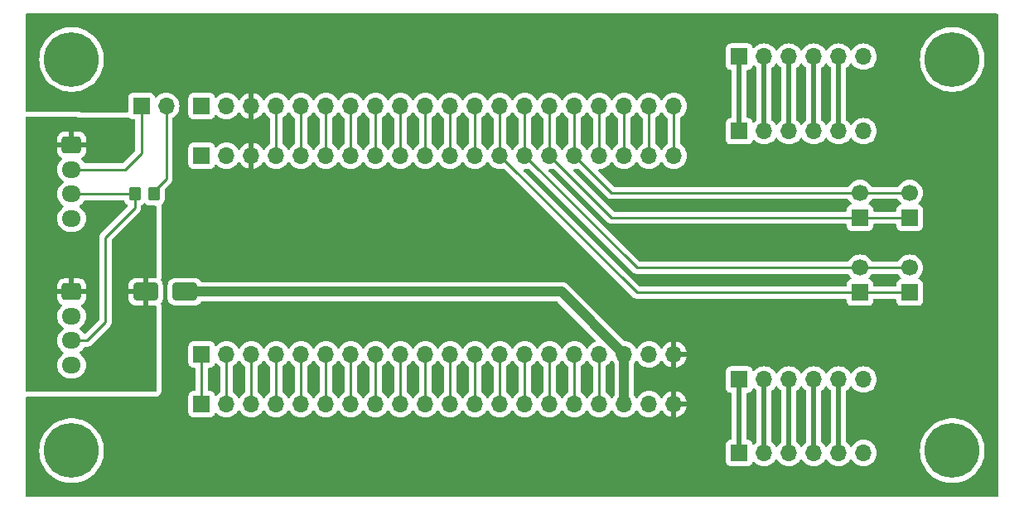
<source format=gtl>
G04 #@! TF.GenerationSoftware,KiCad,Pcbnew,7.0.5*
G04 #@! TF.CreationDate,2023-06-29T23:29:45-06:00*
G04 #@! TF.ProjectId,speedy-breakout,73706565-6479-42d6-9272-65616b6f7574,1.0*
G04 #@! TF.SameCoordinates,Original*
G04 #@! TF.FileFunction,Copper,L1,Top*
G04 #@! TF.FilePolarity,Positive*
%FSLAX46Y46*%
G04 Gerber Fmt 4.6, Leading zero omitted, Abs format (unit mm)*
G04 Created by KiCad (PCBNEW 7.0.5) date 2023-06-29 23:29:45*
%MOMM*%
%LPD*%
G01*
G04 APERTURE LIST*
G04 Aperture macros list*
%AMRoundRect*
0 Rectangle with rounded corners*
0 $1 Rounding radius*
0 $2 $3 $4 $5 $6 $7 $8 $9 X,Y pos of 4 corners*
0 Add a 4 corners polygon primitive as box body*
4,1,4,$2,$3,$4,$5,$6,$7,$8,$9,$2,$3,0*
0 Add four circle primitives for the rounded corners*
1,1,$1+$1,$2,$3*
1,1,$1+$1,$4,$5*
1,1,$1+$1,$6,$7*
1,1,$1+$1,$8,$9*
0 Add four rect primitives between the rounded corners*
20,1,$1+$1,$2,$3,$4,$5,0*
20,1,$1+$1,$4,$5,$6,$7,0*
20,1,$1+$1,$6,$7,$8,$9,0*
20,1,$1+$1,$8,$9,$2,$3,0*%
G04 Aperture macros list end*
G04 #@! TA.AperFunction,ComponentPad*
%ADD10R,1.700000X1.700000*%
G04 #@! TD*
G04 #@! TA.AperFunction,ComponentPad*
%ADD11O,1.700000X1.700000*%
G04 #@! TD*
G04 #@! TA.AperFunction,ComponentPad*
%ADD12O,1.950000X1.700000*%
G04 #@! TD*
G04 #@! TA.AperFunction,ComponentPad*
%ADD13RoundRect,0.250000X-0.725000X0.600000X-0.725000X-0.600000X0.725000X-0.600000X0.725000X0.600000X0*%
G04 #@! TD*
G04 #@! TA.AperFunction,ComponentPad*
%ADD14C,1.700000*%
G04 #@! TD*
G04 #@! TA.AperFunction,ComponentPad*
%ADD15C,5.600000*%
G04 #@! TD*
G04 #@! TA.AperFunction,SMDPad,CuDef*
%ADD16RoundRect,0.250000X1.000000X0.650000X-1.000000X0.650000X-1.000000X-0.650000X1.000000X-0.650000X0*%
G04 #@! TD*
G04 #@! TA.AperFunction,SMDPad,CuDef*
%ADD17RoundRect,0.250000X-0.350000X-0.450000X0.350000X-0.450000X0.350000X0.450000X-0.350000X0.450000X0*%
G04 #@! TD*
G04 #@! TA.AperFunction,Conductor*
%ADD18C,0.500000*%
G04 #@! TD*
G04 #@! TA.AperFunction,Conductor*
%ADD19C,0.250000*%
G04 #@! TD*
G04 #@! TA.AperFunction,Conductor*
%ADD20C,1.000000*%
G04 #@! TD*
G04 APERTURE END LIST*
D10*
X173230000Y-79705401D03*
D11*
X175770000Y-79705401D03*
X178310000Y-79705401D03*
X180850000Y-79705401D03*
X183390000Y-79705401D03*
X185930000Y-79705401D03*
X185930000Y-120230000D03*
X183390000Y-120230000D03*
X180850000Y-120230000D03*
X178310000Y-120230000D03*
X175770000Y-120230000D03*
D10*
X173230000Y-120230000D03*
X173230000Y-87325401D03*
D11*
X175770000Y-87325401D03*
X178310000Y-87325401D03*
X180850000Y-87325401D03*
X183390000Y-87325401D03*
X185930000Y-87325401D03*
X185930000Y-112725401D03*
X183390000Y-112725401D03*
X180850000Y-112725401D03*
X178310000Y-112725401D03*
X175770000Y-112725401D03*
D10*
X173230000Y-112725401D03*
D12*
X105000000Y-96250000D03*
X105000000Y-93750000D03*
X105000000Y-91250000D03*
D13*
X105000000Y-88750000D03*
D11*
X166552200Y-89840401D03*
X164012200Y-89840401D03*
X161472200Y-89840401D03*
X158932200Y-89840401D03*
X156392200Y-89840401D03*
X153852200Y-89840401D03*
X151312200Y-89840401D03*
X148772200Y-89840401D03*
X146232200Y-89840401D03*
X143692200Y-89840401D03*
X141152200Y-89840401D03*
X138612200Y-89840401D03*
X136072200Y-89840401D03*
X133532200Y-89840401D03*
X130992200Y-89840401D03*
X128452200Y-89840401D03*
X125912200Y-89840401D03*
X123372200Y-89840401D03*
X120832200Y-89840401D03*
D10*
X118292200Y-89840401D03*
D12*
X105000000Y-111250000D03*
X105000000Y-108750000D03*
X105000000Y-106250000D03*
D13*
X105000000Y-103750000D03*
D14*
X190650000Y-93635000D03*
X185570000Y-93635000D03*
D10*
X190650000Y-96175000D03*
X185570000Y-96175000D03*
D11*
X166552200Y-110160401D03*
X164012200Y-110160401D03*
X161472200Y-110160401D03*
X158932200Y-110160401D03*
X156392200Y-110160401D03*
X153852200Y-110160401D03*
X151312200Y-110160401D03*
X148772200Y-110160401D03*
X146232200Y-110160401D03*
X143692200Y-110160401D03*
X141152200Y-110160401D03*
X138612200Y-110160401D03*
X136072200Y-110160401D03*
X133532200Y-110160401D03*
X130992200Y-110160401D03*
X128452200Y-110160401D03*
X125912200Y-110160401D03*
X123372200Y-110160401D03*
X120832200Y-110160401D03*
D10*
X118292200Y-110160401D03*
D11*
X114675000Y-84760401D03*
D10*
X112135000Y-84760401D03*
D15*
X195000000Y-80000000D03*
D11*
X166552200Y-84760401D03*
X164012200Y-84760401D03*
X161472200Y-84760401D03*
X158932200Y-84760401D03*
X156392200Y-84760401D03*
X153852200Y-84760401D03*
X151312200Y-84760401D03*
X148772200Y-84760401D03*
X146232200Y-84760401D03*
X143692200Y-84760401D03*
X141152200Y-84760401D03*
X138612200Y-84760401D03*
X136072200Y-84760401D03*
X133532200Y-84760401D03*
X130992200Y-84760401D03*
X128452200Y-84760401D03*
X125912200Y-84760401D03*
X123372200Y-84760401D03*
X120832200Y-84760401D03*
D10*
X118292200Y-84760401D03*
D15*
X105000000Y-120000000D03*
D16*
X112577500Y-103750000D03*
X116577500Y-103750000D03*
D14*
X190650000Y-101285000D03*
X185570000Y-101285000D03*
D10*
X190650000Y-103825000D03*
X185570000Y-103825000D03*
D15*
X195000000Y-120000000D03*
X105000000Y-80000000D03*
D17*
X113450000Y-93750000D03*
X111450000Y-93750000D03*
D11*
X166552200Y-115240401D03*
X164012200Y-115240401D03*
X161472200Y-115240401D03*
X158932200Y-115240401D03*
X156392200Y-115240401D03*
X153852200Y-115240401D03*
X151312200Y-115240401D03*
X148772200Y-115240401D03*
X146232200Y-115240401D03*
X143692200Y-115240401D03*
X141152200Y-115240401D03*
X138612200Y-115240401D03*
X136072200Y-115240401D03*
X133532200Y-115240401D03*
X130992200Y-115240401D03*
X128452200Y-115240401D03*
X125912200Y-115240401D03*
X123372200Y-115240401D03*
X120832200Y-115240401D03*
D10*
X118292200Y-115240401D03*
D18*
X183390000Y-79705401D02*
X183390000Y-87325401D01*
X180850000Y-79705401D02*
X180850000Y-87325401D01*
X178310000Y-79705401D02*
X178310000Y-87325401D01*
X175770000Y-79705401D02*
X175770000Y-87325401D01*
X173230000Y-79705401D02*
X173230000Y-87325401D01*
X183390000Y-120230000D02*
X183390000Y-112725401D01*
X180850000Y-120230000D02*
X180850000Y-112725401D01*
X178310000Y-120230000D02*
X178310000Y-112725401D01*
X175770000Y-120230000D02*
X175770000Y-112725401D01*
X173230000Y-120230000D02*
X173230000Y-112725401D01*
D19*
X118292200Y-115240401D02*
X118292200Y-110160401D01*
X120832200Y-110160401D02*
X120832200Y-115240401D01*
X123372200Y-115240401D02*
X123372200Y-110160401D01*
X125912200Y-110160401D02*
X125912200Y-115240401D01*
X128452200Y-115240401D02*
X128452200Y-110160401D01*
X130992200Y-110160401D02*
X130992200Y-115240401D01*
X133532200Y-110160401D02*
X133532200Y-115240401D01*
X136072200Y-115240401D02*
X136072200Y-110160401D01*
X108450000Y-106880000D02*
X106580000Y-108750000D01*
X111450000Y-93750000D02*
X111450000Y-95180000D01*
X111450000Y-93750000D02*
X105000000Y-93750000D01*
X108450000Y-98180000D02*
X108450000Y-106880000D01*
X111450000Y-95180000D02*
X108450000Y-98180000D01*
X106580000Y-108750000D02*
X105000000Y-108750000D01*
X105000000Y-91250000D02*
X110470000Y-91250000D01*
X110470000Y-91250000D02*
X112150000Y-89570000D01*
X112150000Y-89570000D02*
X112150000Y-84760401D01*
X138612200Y-110160401D02*
X138612200Y-115240401D01*
X141152200Y-115240401D02*
X141152200Y-110160401D01*
X143692200Y-110160401D02*
X143692200Y-115240401D01*
X146232200Y-115240401D02*
X146232200Y-110160401D01*
X148772200Y-110160401D02*
X148772200Y-115240401D01*
X151312200Y-115240401D02*
X151312200Y-110160401D01*
X153852200Y-110160401D02*
X153852200Y-115240401D01*
X156392200Y-115240401D02*
X156392200Y-110160401D01*
X158932200Y-110160401D02*
X158932200Y-115240401D01*
D20*
X116577500Y-103750000D02*
X155061799Y-103750000D01*
X161472200Y-115240401D02*
X161472200Y-110160401D01*
X155061799Y-103750000D02*
X161472200Y-110160401D01*
D19*
X125912200Y-89840401D02*
X125912200Y-84760401D01*
X128452200Y-89840401D02*
X128452200Y-84760401D01*
X130992200Y-84760401D02*
X130992200Y-89840401D01*
X133532200Y-89840401D02*
X133532200Y-84760401D01*
X136072200Y-84760401D02*
X136072200Y-89840401D01*
X138612200Y-89840401D02*
X138612200Y-84760401D01*
X141152200Y-84760401D02*
X141152200Y-89840401D01*
X143692200Y-89840401D02*
X143692200Y-84760401D01*
X146232200Y-84760401D02*
X146232200Y-89840401D01*
X162756799Y-103825000D02*
X148772200Y-89840401D01*
X148772200Y-84760401D02*
X148772200Y-89840401D01*
X185570000Y-103825000D02*
X162756799Y-103825000D01*
X190650000Y-103825000D02*
X185570000Y-103825000D01*
X151312200Y-89840401D02*
X151312200Y-84760401D01*
X185570000Y-101285000D02*
X162756799Y-101285000D01*
X162756799Y-101285000D02*
X151312200Y-89840401D01*
X190650000Y-101285000D02*
X185570000Y-101285000D01*
X185570000Y-96175000D02*
X160186799Y-96175000D01*
X160186799Y-96175000D02*
X153852200Y-89840401D01*
X190650000Y-96175000D02*
X185570000Y-96175000D01*
X153852200Y-89840401D02*
X153852200Y-84760401D01*
X185570000Y-93635000D02*
X160186799Y-93635000D01*
X156392200Y-84760401D02*
X156392200Y-89840401D01*
X160186799Y-93635000D02*
X156392200Y-89840401D01*
X190650000Y-93635000D02*
X185570000Y-93635000D01*
X164012200Y-89840401D02*
X164012200Y-84760401D01*
X166552200Y-89840401D02*
X166552200Y-84760401D01*
X158932200Y-84760401D02*
X158932200Y-89840401D01*
X161472200Y-89840401D02*
X161472200Y-84760401D01*
X114675000Y-84760401D02*
X114675000Y-92205000D01*
X113450000Y-93430000D02*
X113450000Y-93750000D01*
X114675000Y-92205000D02*
X113450000Y-93430000D01*
G04 #@! TA.AperFunction,Conductor*
G36*
X110810571Y-85893787D02*
G01*
X110877496Y-85913851D01*
X110909132Y-85943473D01*
X110927450Y-85967943D01*
X110927452Y-85967945D01*
X110927454Y-85967947D01*
X110956095Y-85989388D01*
X111042664Y-86054194D01*
X111042671Y-86054198D01*
X111087618Y-86070961D01*
X111177517Y-86104492D01*
X111237127Y-86110901D01*
X111400500Y-86110900D01*
X111467539Y-86130584D01*
X111513294Y-86183388D01*
X111524500Y-86234900D01*
X111524500Y-89259546D01*
X111504815Y-89326585D01*
X111488181Y-89347227D01*
X110247228Y-90588181D01*
X110185905Y-90621666D01*
X110159547Y-90624500D01*
X106400227Y-90624500D01*
X106333188Y-90604815D01*
X106298652Y-90571623D01*
X106163494Y-90378597D01*
X106015932Y-90231035D01*
X105982447Y-90169712D01*
X105987431Y-90100020D01*
X106029303Y-90044087D01*
X106038516Y-90037815D01*
X106193345Y-89942315D01*
X106317315Y-89818345D01*
X106409356Y-89669124D01*
X106409358Y-89669119D01*
X106464505Y-89502697D01*
X106464506Y-89502690D01*
X106474999Y-89399986D01*
X106475000Y-89399973D01*
X106475000Y-89000000D01*
X105403969Y-89000000D01*
X105436519Y-88949351D01*
X105475000Y-88818295D01*
X105475000Y-88681705D01*
X105436519Y-88550649D01*
X105403969Y-88500000D01*
X106474999Y-88500000D01*
X106474999Y-88100028D01*
X106474998Y-88100013D01*
X106464505Y-87997302D01*
X106409358Y-87830880D01*
X106409356Y-87830875D01*
X106317315Y-87681654D01*
X106193345Y-87557684D01*
X106044124Y-87465643D01*
X106044119Y-87465641D01*
X105877697Y-87410494D01*
X105877690Y-87410493D01*
X105774986Y-87400000D01*
X105250000Y-87400000D01*
X105249999Y-88341981D01*
X105135199Y-88289554D01*
X105033975Y-88275000D01*
X104966025Y-88275000D01*
X104864801Y-88289554D01*
X104750000Y-88341981D01*
X104750000Y-87400000D01*
X104225028Y-87400000D01*
X104225012Y-87400001D01*
X104122302Y-87410494D01*
X103955880Y-87465641D01*
X103955875Y-87465643D01*
X103806654Y-87557684D01*
X103682684Y-87681654D01*
X103590643Y-87830875D01*
X103590641Y-87830880D01*
X103535494Y-87997302D01*
X103535493Y-87997309D01*
X103525000Y-88100013D01*
X103525000Y-88500000D01*
X104596031Y-88500000D01*
X104563481Y-88550649D01*
X104525000Y-88681705D01*
X104525000Y-88818295D01*
X104563481Y-88949351D01*
X104596031Y-89000000D01*
X103525001Y-89000000D01*
X103525001Y-89399986D01*
X103535494Y-89502697D01*
X103590641Y-89669119D01*
X103590643Y-89669124D01*
X103682684Y-89818345D01*
X103806654Y-89942315D01*
X103961484Y-90037815D01*
X104008208Y-90089763D01*
X104019431Y-90158726D01*
X103991587Y-90222808D01*
X103984069Y-90231035D01*
X103836501Y-90378603D01*
X103836501Y-90378604D01*
X103700967Y-90572165D01*
X103700965Y-90572169D01*
X103601098Y-90786335D01*
X103601094Y-90786344D01*
X103539938Y-91014586D01*
X103539936Y-91014596D01*
X103519341Y-91249999D01*
X103519341Y-91250000D01*
X103539936Y-91485403D01*
X103539938Y-91485413D01*
X103601094Y-91713655D01*
X103601096Y-91713659D01*
X103601097Y-91713663D01*
X103629745Y-91775098D01*
X103700964Y-91927828D01*
X103700965Y-91927830D01*
X103836505Y-92121402D01*
X104003597Y-92288494D01*
X104160595Y-92398425D01*
X104204220Y-92453002D01*
X104211414Y-92522500D01*
X104179891Y-92584855D01*
X104160595Y-92601575D01*
X104003597Y-92711505D01*
X103836506Y-92878597D01*
X103836501Y-92878604D01*
X103700967Y-93072165D01*
X103700965Y-93072169D01*
X103601098Y-93286335D01*
X103601094Y-93286344D01*
X103539938Y-93514586D01*
X103539936Y-93514596D01*
X103519341Y-93749999D01*
X103519341Y-93750000D01*
X103539936Y-93985403D01*
X103539938Y-93985413D01*
X103601094Y-94213655D01*
X103601096Y-94213659D01*
X103601097Y-94213663D01*
X103618046Y-94250009D01*
X103700964Y-94427828D01*
X103700965Y-94427830D01*
X103836505Y-94621402D01*
X104003597Y-94788494D01*
X104160595Y-94898425D01*
X104204220Y-94953002D01*
X104211414Y-95022500D01*
X104179891Y-95084855D01*
X104160595Y-95101575D01*
X104003597Y-95211505D01*
X103836506Y-95378597D01*
X103836501Y-95378604D01*
X103700967Y-95572165D01*
X103700965Y-95572169D01*
X103601098Y-95786335D01*
X103601094Y-95786344D01*
X103539938Y-96014586D01*
X103539936Y-96014596D01*
X103519341Y-96249999D01*
X103519341Y-96250000D01*
X103539936Y-96485403D01*
X103539938Y-96485413D01*
X103601094Y-96713655D01*
X103601096Y-96713659D01*
X103601097Y-96713663D01*
X103651031Y-96820746D01*
X103700964Y-96927828D01*
X103700965Y-96927830D01*
X103836505Y-97121402D01*
X104003597Y-97288494D01*
X104197169Y-97424034D01*
X104197171Y-97424035D01*
X104411337Y-97523903D01*
X104639592Y-97585063D01*
X104816032Y-97600499D01*
X104816033Y-97600500D01*
X104816034Y-97600500D01*
X105183967Y-97600500D01*
X105183967Y-97600499D01*
X105360408Y-97585063D01*
X105588663Y-97523903D01*
X105802829Y-97424035D01*
X105996401Y-97288495D01*
X106163495Y-97121401D01*
X106299035Y-96927830D01*
X106398903Y-96713663D01*
X106460063Y-96485408D01*
X106480659Y-96250000D01*
X106460063Y-96014592D01*
X106398903Y-95786337D01*
X106299035Y-95572171D01*
X106299034Y-95572169D01*
X106163494Y-95378597D01*
X105996403Y-95211506D01*
X105905113Y-95147585D01*
X105839401Y-95101573D01*
X105795778Y-95046999D01*
X105788584Y-94977500D01*
X105820106Y-94915145D01*
X105839398Y-94898428D01*
X105996401Y-94788495D01*
X106163495Y-94621401D01*
X106298651Y-94428377D01*
X106353229Y-94384752D01*
X106400227Y-94375500D01*
X110277983Y-94375500D01*
X110345022Y-94395185D01*
X110390777Y-94447989D01*
X110395686Y-94460489D01*
X110415186Y-94519334D01*
X110507288Y-94668656D01*
X110631344Y-94792712D01*
X110696626Y-94832978D01*
X110743351Y-94884926D01*
X110754572Y-94953889D01*
X110726729Y-95017971D01*
X110719210Y-95026198D01*
X108066208Y-97679199D01*
X108053951Y-97689020D01*
X108054134Y-97689241D01*
X108048122Y-97694214D01*
X108001432Y-97743932D01*
X108000079Y-97745329D01*
X107979889Y-97765519D01*
X107979877Y-97765532D01*
X107975621Y-97771017D01*
X107971837Y-97775447D01*
X107939937Y-97809418D01*
X107939936Y-97809420D01*
X107930284Y-97826976D01*
X107919610Y-97843226D01*
X107907329Y-97859061D01*
X107907324Y-97859068D01*
X107888815Y-97901838D01*
X107886245Y-97907084D01*
X107863803Y-97947906D01*
X107858822Y-97967307D01*
X107852521Y-97985710D01*
X107844562Y-98004102D01*
X107844561Y-98004105D01*
X107837271Y-98050127D01*
X107836087Y-98055846D01*
X107824501Y-98100972D01*
X107824500Y-98100982D01*
X107824500Y-98121016D01*
X107822973Y-98140415D01*
X107819840Y-98160194D01*
X107819840Y-98160195D01*
X107824225Y-98206583D01*
X107824500Y-98212421D01*
X107824499Y-106569546D01*
X107804814Y-106636585D01*
X107788180Y-106657227D01*
X106434088Y-108011319D01*
X106372765Y-108044804D01*
X106303073Y-108039820D01*
X106247140Y-107997948D01*
X106244832Y-107994761D01*
X106163493Y-107878596D01*
X105996403Y-107711506D01*
X105940187Y-107672144D01*
X105839401Y-107601573D01*
X105795778Y-107546999D01*
X105788584Y-107477500D01*
X105820106Y-107415145D01*
X105839398Y-107398428D01*
X105996401Y-107288495D01*
X106163495Y-107121401D01*
X106299035Y-106927830D01*
X106398903Y-106713663D01*
X106460063Y-106485408D01*
X106480659Y-106250000D01*
X106460063Y-106014592D01*
X106398903Y-105786337D01*
X106299035Y-105572171D01*
X106299034Y-105572169D01*
X106163494Y-105378597D01*
X106015932Y-105231035D01*
X105982447Y-105169712D01*
X105987431Y-105100020D01*
X106029303Y-105044087D01*
X106038516Y-105037815D01*
X106193345Y-104942315D01*
X106317315Y-104818345D01*
X106409356Y-104669124D01*
X106409358Y-104669119D01*
X106464505Y-104502697D01*
X106464506Y-104502690D01*
X106474999Y-104399986D01*
X106475000Y-104399973D01*
X106475000Y-104000000D01*
X105403969Y-104000000D01*
X105436519Y-103949351D01*
X105475000Y-103818295D01*
X105475000Y-103681705D01*
X105436519Y-103550649D01*
X105403969Y-103500000D01*
X106474999Y-103500000D01*
X106474999Y-103100028D01*
X106474998Y-103100013D01*
X106464505Y-102997302D01*
X106409358Y-102830880D01*
X106409356Y-102830875D01*
X106317315Y-102681654D01*
X106193345Y-102557684D01*
X106044124Y-102465643D01*
X106044119Y-102465641D01*
X105877697Y-102410494D01*
X105877690Y-102410493D01*
X105774986Y-102400000D01*
X105250000Y-102400000D01*
X105249999Y-103341981D01*
X105135199Y-103289554D01*
X105033975Y-103275000D01*
X104966025Y-103275000D01*
X104864801Y-103289554D01*
X104750000Y-103341981D01*
X104750000Y-102400000D01*
X104225028Y-102400000D01*
X104225012Y-102400001D01*
X104122302Y-102410494D01*
X103955880Y-102465641D01*
X103955875Y-102465643D01*
X103806654Y-102557684D01*
X103682684Y-102681654D01*
X103590643Y-102830875D01*
X103590641Y-102830880D01*
X103535494Y-102997302D01*
X103535493Y-102997309D01*
X103525000Y-103100013D01*
X103525000Y-103500000D01*
X104596031Y-103500000D01*
X104563481Y-103550649D01*
X104525000Y-103681705D01*
X104525000Y-103818295D01*
X104563481Y-103949351D01*
X104596031Y-104000000D01*
X103525001Y-104000000D01*
X103525001Y-104399986D01*
X103535494Y-104502697D01*
X103590641Y-104669119D01*
X103590643Y-104669124D01*
X103682684Y-104818345D01*
X103806654Y-104942315D01*
X103961484Y-105037815D01*
X104008208Y-105089763D01*
X104019431Y-105158726D01*
X103991587Y-105222808D01*
X103984069Y-105231035D01*
X103836501Y-105378603D01*
X103836501Y-105378604D01*
X103700967Y-105572165D01*
X103700965Y-105572169D01*
X103601098Y-105786335D01*
X103601094Y-105786344D01*
X103539938Y-106014586D01*
X103539936Y-106014596D01*
X103519341Y-106249999D01*
X103519341Y-106250000D01*
X103539936Y-106485403D01*
X103539938Y-106485413D01*
X103601094Y-106713655D01*
X103601096Y-106713659D01*
X103601097Y-106713663D01*
X103651031Y-106820746D01*
X103700964Y-106927828D01*
X103700965Y-106927830D01*
X103836505Y-107121402D01*
X104003597Y-107288494D01*
X104160595Y-107398425D01*
X104204220Y-107453002D01*
X104211414Y-107522500D01*
X104179891Y-107584855D01*
X104160595Y-107601575D01*
X104003597Y-107711505D01*
X103836506Y-107878597D01*
X103836501Y-107878604D01*
X103700967Y-108072165D01*
X103700965Y-108072169D01*
X103601098Y-108286335D01*
X103601094Y-108286344D01*
X103539938Y-108514586D01*
X103539936Y-108514596D01*
X103519341Y-108749999D01*
X103519341Y-108750000D01*
X103539936Y-108985403D01*
X103539938Y-108985413D01*
X103601094Y-109213655D01*
X103601096Y-109213659D01*
X103601097Y-109213663D01*
X103629745Y-109275098D01*
X103700964Y-109427828D01*
X103700965Y-109427830D01*
X103836505Y-109621402D01*
X104003596Y-109788493D01*
X104160595Y-109898424D01*
X104204220Y-109953000D01*
X104211414Y-110022499D01*
X104179891Y-110084854D01*
X104160596Y-110101574D01*
X104003594Y-110211508D01*
X103836506Y-110378597D01*
X103836501Y-110378604D01*
X103700967Y-110572165D01*
X103700965Y-110572169D01*
X103601098Y-110786335D01*
X103601094Y-110786344D01*
X103539938Y-111014586D01*
X103539936Y-111014596D01*
X103519341Y-111249999D01*
X103519341Y-111250000D01*
X103539936Y-111485403D01*
X103539938Y-111485413D01*
X103601094Y-111713655D01*
X103601096Y-111713659D01*
X103601097Y-111713663D01*
X103651031Y-111820746D01*
X103700964Y-111927828D01*
X103700965Y-111927830D01*
X103836505Y-112121402D01*
X104003597Y-112288494D01*
X104197169Y-112424034D01*
X104197171Y-112424035D01*
X104411337Y-112523903D01*
X104639592Y-112585063D01*
X104816032Y-112600499D01*
X104816033Y-112600500D01*
X104816034Y-112600500D01*
X105183967Y-112600500D01*
X105183967Y-112600499D01*
X105360408Y-112585063D01*
X105588663Y-112523903D01*
X105802829Y-112424035D01*
X105996401Y-112288495D01*
X106163495Y-112121401D01*
X106299035Y-111927830D01*
X106398903Y-111713663D01*
X106460063Y-111485408D01*
X106480659Y-111250000D01*
X106460063Y-111014592D01*
X106398903Y-110786337D01*
X106299035Y-110572171D01*
X106299034Y-110572169D01*
X106163494Y-110378597D01*
X105996403Y-110211506D01*
X105940187Y-110172144D01*
X105839401Y-110101573D01*
X105795778Y-110046999D01*
X105788584Y-109977500D01*
X105820106Y-109915145D01*
X105839398Y-109898428D01*
X105996401Y-109788495D01*
X106163495Y-109621401D01*
X106298651Y-109428377D01*
X106353229Y-109384752D01*
X106400227Y-109375500D01*
X106497257Y-109375500D01*
X106512877Y-109377224D01*
X106512904Y-109376939D01*
X106520666Y-109377673D01*
X106520666Y-109377672D01*
X106520667Y-109377673D01*
X106523999Y-109377568D01*
X106588847Y-109375531D01*
X106590794Y-109375500D01*
X106619347Y-109375500D01*
X106619350Y-109375500D01*
X106626228Y-109374630D01*
X106632041Y-109374172D01*
X106678627Y-109372709D01*
X106697869Y-109367117D01*
X106716912Y-109363174D01*
X106736792Y-109360664D01*
X106780122Y-109343507D01*
X106785646Y-109341617D01*
X106789396Y-109340527D01*
X106830390Y-109328618D01*
X106847629Y-109318422D01*
X106865103Y-109309862D01*
X106883727Y-109302488D01*
X106883727Y-109302487D01*
X106883732Y-109302486D01*
X106921449Y-109275082D01*
X106926305Y-109271892D01*
X106966420Y-109248170D01*
X106980589Y-109233999D01*
X106995379Y-109221368D01*
X107011587Y-109209594D01*
X107041299Y-109173676D01*
X107045212Y-109169376D01*
X108833787Y-107380801D01*
X108846042Y-107370986D01*
X108845859Y-107370764D01*
X108851868Y-107365791D01*
X108851877Y-107365786D01*
X108898607Y-107316022D01*
X108899846Y-107314743D01*
X108920120Y-107294471D01*
X108924379Y-107288978D01*
X108928152Y-107284561D01*
X108960062Y-107250582D01*
X108969713Y-107233024D01*
X108980396Y-107216761D01*
X108992673Y-107200936D01*
X109011185Y-107158153D01*
X109013738Y-107152941D01*
X109036197Y-107112092D01*
X109041180Y-107092680D01*
X109047481Y-107074280D01*
X109055437Y-107055896D01*
X109062729Y-107009852D01*
X109063906Y-107004171D01*
X109075500Y-106959019D01*
X109075500Y-106938982D01*
X109077027Y-106919582D01*
X109080160Y-106899804D01*
X109075775Y-106853415D01*
X109075500Y-106847577D01*
X109075500Y-104000000D01*
X110827501Y-104000000D01*
X110827501Y-104449986D01*
X110837994Y-104552697D01*
X110893141Y-104719119D01*
X110893143Y-104719124D01*
X110985184Y-104868345D01*
X111109154Y-104992315D01*
X111258375Y-105084356D01*
X111258380Y-105084358D01*
X111424802Y-105139505D01*
X111424809Y-105139506D01*
X111527519Y-105149999D01*
X112327499Y-105149999D01*
X112327500Y-105149998D01*
X112327500Y-104000000D01*
X110827501Y-104000000D01*
X109075500Y-104000000D01*
X109075500Y-103500000D01*
X110827500Y-103500000D01*
X112327500Y-103500000D01*
X112327500Y-102350000D01*
X111527528Y-102350000D01*
X111527512Y-102350001D01*
X111424802Y-102360494D01*
X111258380Y-102415641D01*
X111258375Y-102415643D01*
X111109154Y-102507684D01*
X110985184Y-102631654D01*
X110893143Y-102780875D01*
X110893141Y-102780880D01*
X110837994Y-102947302D01*
X110837993Y-102947309D01*
X110827500Y-103050013D01*
X110827500Y-103500000D01*
X109075500Y-103500000D01*
X109075500Y-98490451D01*
X109095185Y-98423412D01*
X109111814Y-98402775D01*
X111833786Y-95680802D01*
X111846048Y-95670980D01*
X111845865Y-95670759D01*
X111851873Y-95665788D01*
X111851877Y-95665786D01*
X111898649Y-95615977D01*
X111899891Y-95614697D01*
X111920120Y-95594470D01*
X111924373Y-95588986D01*
X111928150Y-95584563D01*
X111960062Y-95550582D01*
X111969714Y-95533023D01*
X111980389Y-95516772D01*
X111992674Y-95500936D01*
X112011186Y-95458152D01*
X112013742Y-95452935D01*
X112036197Y-95412092D01*
X112041180Y-95392680D01*
X112047477Y-95374291D01*
X112055438Y-95355895D01*
X112062729Y-95309853D01*
X112063908Y-95304162D01*
X112075500Y-95259019D01*
X112075500Y-95238982D01*
X112077027Y-95219583D01*
X112080160Y-95199804D01*
X112075775Y-95153425D01*
X112075499Y-95147585D01*
X112075499Y-95026198D01*
X112075499Y-94981055D01*
X112095184Y-94914019D01*
X112134401Y-94875520D01*
X112268656Y-94792712D01*
X112362318Y-94699049D01*
X112423642Y-94665564D01*
X112493334Y-94670548D01*
X112537680Y-94699048D01*
X112631344Y-94792712D01*
X112780666Y-94884814D01*
X112947203Y-94939999D01*
X113049991Y-94950500D01*
X113546001Y-94950499D01*
X113613039Y-94970183D01*
X113658794Y-95022987D01*
X113670000Y-95074499D01*
X113670000Y-102226000D01*
X113650315Y-102293039D01*
X113597511Y-102338794D01*
X113546000Y-102350000D01*
X112827500Y-102350000D01*
X112827500Y-105149999D01*
X113545999Y-105149999D01*
X113613038Y-105169684D01*
X113658793Y-105222488D01*
X113669999Y-105273999D01*
X113670000Y-113866000D01*
X113650315Y-113933039D01*
X113597511Y-113978794D01*
X113546000Y-113990000D01*
X100424500Y-113990000D01*
X100357461Y-113970315D01*
X100311706Y-113917511D01*
X100300500Y-113866000D01*
X100300500Y-85958902D01*
X100320185Y-85891863D01*
X100372989Y-85846108D01*
X100425199Y-85834904D01*
X110810571Y-85893787D01*
G37*
G04 #@! TD.AperFunction*
G04 #@! TA.AperFunction,Conductor*
G36*
X199642539Y-75320185D02*
G01*
X199688294Y-75372989D01*
X199699500Y-75424500D01*
X199699500Y-124575500D01*
X199679815Y-124642539D01*
X199627011Y-124688294D01*
X199575500Y-124699500D01*
X100424500Y-124699500D01*
X100357461Y-124679815D01*
X100311706Y-124627011D01*
X100300500Y-124575500D01*
X100300500Y-120000002D01*
X101694652Y-120000002D01*
X101714028Y-120357368D01*
X101714029Y-120357385D01*
X101771926Y-120710539D01*
X101771932Y-120710565D01*
X101867672Y-121055392D01*
X101867674Y-121055399D01*
X102000142Y-121387870D01*
X102000151Y-121387888D01*
X102167784Y-121704077D01*
X102167790Y-121704086D01*
X102368634Y-122000309D01*
X102368641Y-122000319D01*
X102600331Y-122273085D01*
X102600332Y-122273086D01*
X102860163Y-122519211D01*
X103145081Y-122735800D01*
X103451747Y-122920315D01*
X103451749Y-122920316D01*
X103451751Y-122920317D01*
X103451755Y-122920319D01*
X103776552Y-123070585D01*
X103776565Y-123070591D01*
X104115726Y-123184868D01*
X104465254Y-123261805D01*
X104821052Y-123300500D01*
X104821058Y-123300500D01*
X105178942Y-123300500D01*
X105178948Y-123300500D01*
X105534746Y-123261805D01*
X105884274Y-123184868D01*
X106223435Y-123070591D01*
X106548253Y-122920315D01*
X106854919Y-122735800D01*
X107139837Y-122519211D01*
X107399668Y-122273086D01*
X107631365Y-122000311D01*
X107832211Y-121704085D01*
X107999853Y-121387880D01*
X108103450Y-121127870D01*
X171879500Y-121127870D01*
X171879501Y-121127876D01*
X171885908Y-121187483D01*
X171936202Y-121322328D01*
X171936206Y-121322335D01*
X172022452Y-121437544D01*
X172022455Y-121437547D01*
X172137664Y-121523793D01*
X172137671Y-121523797D01*
X172272517Y-121574091D01*
X172272516Y-121574091D01*
X172279444Y-121574835D01*
X172332127Y-121580500D01*
X174127872Y-121580499D01*
X174187483Y-121574091D01*
X174322331Y-121523796D01*
X174437546Y-121437546D01*
X174523796Y-121322331D01*
X174572810Y-121190916D01*
X174614681Y-121134984D01*
X174680145Y-121110566D01*
X174748418Y-121125417D01*
X174776673Y-121146569D01*
X174898599Y-121268495D01*
X174995384Y-121336265D01*
X175092165Y-121404032D01*
X175092167Y-121404033D01*
X175092170Y-121404035D01*
X175306337Y-121503903D01*
X175534592Y-121565063D01*
X175711034Y-121580500D01*
X175769999Y-121585659D01*
X175770000Y-121585659D01*
X175770001Y-121585659D01*
X175828966Y-121580500D01*
X176005408Y-121565063D01*
X176233663Y-121503903D01*
X176447830Y-121404035D01*
X176641401Y-121268495D01*
X176808495Y-121101401D01*
X176938426Y-120915841D01*
X176993002Y-120872217D01*
X177062500Y-120865023D01*
X177124855Y-120896546D01*
X177141575Y-120915842D01*
X177271500Y-121101395D01*
X177271505Y-121101401D01*
X177438599Y-121268495D01*
X177535384Y-121336265D01*
X177632165Y-121404032D01*
X177632167Y-121404033D01*
X177632170Y-121404035D01*
X177846337Y-121503903D01*
X178074592Y-121565063D01*
X178251034Y-121580500D01*
X178309999Y-121585659D01*
X178310000Y-121585659D01*
X178310001Y-121585659D01*
X178368966Y-121580500D01*
X178545408Y-121565063D01*
X178773663Y-121503903D01*
X178987830Y-121404035D01*
X179181401Y-121268495D01*
X179348495Y-121101401D01*
X179478426Y-120915840D01*
X179533001Y-120872217D01*
X179602499Y-120865023D01*
X179664854Y-120896546D01*
X179681574Y-120915841D01*
X179811505Y-121101401D01*
X179978599Y-121268495D01*
X180075384Y-121336265D01*
X180172165Y-121404032D01*
X180172167Y-121404033D01*
X180172170Y-121404035D01*
X180386337Y-121503903D01*
X180614592Y-121565063D01*
X180791034Y-121580500D01*
X180849999Y-121585659D01*
X180850000Y-121585659D01*
X180850001Y-121585659D01*
X180908966Y-121580500D01*
X181085408Y-121565063D01*
X181313663Y-121503903D01*
X181527830Y-121404035D01*
X181721401Y-121268495D01*
X181888495Y-121101401D01*
X182018426Y-120915841D01*
X182073002Y-120872217D01*
X182142500Y-120865023D01*
X182204855Y-120896546D01*
X182221575Y-120915842D01*
X182351500Y-121101395D01*
X182351505Y-121101401D01*
X182518599Y-121268495D01*
X182615384Y-121336264D01*
X182712165Y-121404032D01*
X182712167Y-121404033D01*
X182712170Y-121404035D01*
X182926337Y-121503903D01*
X183154592Y-121565063D01*
X183331034Y-121580500D01*
X183389999Y-121585659D01*
X183390000Y-121585659D01*
X183390001Y-121585659D01*
X183448966Y-121580500D01*
X183625408Y-121565063D01*
X183853663Y-121503903D01*
X184067830Y-121404035D01*
X184261401Y-121268495D01*
X184428495Y-121101401D01*
X184558426Y-120915841D01*
X184613002Y-120872217D01*
X184682500Y-120865023D01*
X184744855Y-120896546D01*
X184761575Y-120915842D01*
X184891500Y-121101395D01*
X184891505Y-121101401D01*
X185058599Y-121268495D01*
X185155384Y-121336264D01*
X185252165Y-121404032D01*
X185252167Y-121404033D01*
X185252170Y-121404035D01*
X185466337Y-121503903D01*
X185694592Y-121565063D01*
X185871034Y-121580500D01*
X185929999Y-121585659D01*
X185930000Y-121585659D01*
X185930001Y-121585659D01*
X185988966Y-121580500D01*
X186165408Y-121565063D01*
X186393663Y-121503903D01*
X186607830Y-121404035D01*
X186801401Y-121268495D01*
X186968495Y-121101401D01*
X187104035Y-120907830D01*
X187203903Y-120693663D01*
X187265063Y-120465408D01*
X187285659Y-120230000D01*
X187265536Y-120000002D01*
X191694652Y-120000002D01*
X191714028Y-120357368D01*
X191714029Y-120357385D01*
X191771926Y-120710539D01*
X191771932Y-120710565D01*
X191867672Y-121055392D01*
X191867674Y-121055399D01*
X192000142Y-121387870D01*
X192000151Y-121387888D01*
X192167784Y-121704077D01*
X192167790Y-121704086D01*
X192368634Y-122000309D01*
X192368641Y-122000319D01*
X192600331Y-122273085D01*
X192600332Y-122273086D01*
X192860163Y-122519211D01*
X193145081Y-122735800D01*
X193451747Y-122920315D01*
X193451749Y-122920316D01*
X193451751Y-122920317D01*
X193451755Y-122920319D01*
X193776552Y-123070585D01*
X193776565Y-123070591D01*
X194115726Y-123184868D01*
X194465254Y-123261805D01*
X194821052Y-123300500D01*
X194821058Y-123300500D01*
X195178942Y-123300500D01*
X195178948Y-123300500D01*
X195534746Y-123261805D01*
X195884274Y-123184868D01*
X196223435Y-123070591D01*
X196548253Y-122920315D01*
X196854919Y-122735800D01*
X197139837Y-122519211D01*
X197399668Y-122273086D01*
X197631365Y-122000311D01*
X197832211Y-121704085D01*
X197999853Y-121387880D01*
X198132324Y-121055403D01*
X198228071Y-120710552D01*
X198245891Y-120601848D01*
X198285970Y-120357385D01*
X198285970Y-120357382D01*
X198285972Y-120357371D01*
X198305348Y-120000000D01*
X198305054Y-119994586D01*
X198302868Y-119954266D01*
X198285972Y-119642629D01*
X198276980Y-119587783D01*
X198228073Y-119289460D01*
X198228072Y-119289459D01*
X198228071Y-119289448D01*
X198163245Y-119055964D01*
X198132327Y-118944607D01*
X198132325Y-118944600D01*
X198108940Y-118885909D01*
X197999853Y-118612120D01*
X197832211Y-118295915D01*
X197631365Y-117999689D01*
X197631361Y-117999684D01*
X197631358Y-117999680D01*
X197399668Y-117726914D01*
X197399667Y-117726913D01*
X197139837Y-117480789D01*
X197139830Y-117480783D01*
X197139827Y-117480781D01*
X197072245Y-117429407D01*
X196854919Y-117264200D01*
X196548253Y-117079685D01*
X196548252Y-117079684D01*
X196548248Y-117079682D01*
X196548244Y-117079680D01*
X196223447Y-116929414D01*
X196223441Y-116929411D01*
X196223435Y-116929409D01*
X196053854Y-116872270D01*
X195884273Y-116815131D01*
X195534744Y-116738194D01*
X195178949Y-116699500D01*
X195178948Y-116699500D01*
X194821052Y-116699500D01*
X194821050Y-116699500D01*
X194465255Y-116738194D01*
X194115726Y-116815131D01*
X193859970Y-116901306D01*
X193776565Y-116929409D01*
X193776562Y-116929410D01*
X193776563Y-116929410D01*
X193776552Y-116929414D01*
X193451755Y-117079680D01*
X193451751Y-117079682D01*
X193223367Y-117217096D01*
X193145081Y-117264200D01*
X193056768Y-117331333D01*
X192860172Y-117480781D01*
X192860163Y-117480789D01*
X192600331Y-117726914D01*
X192368641Y-117999680D01*
X192368634Y-117999690D01*
X192167790Y-118295913D01*
X192167784Y-118295922D01*
X192000151Y-118612111D01*
X192000142Y-118612129D01*
X191867674Y-118944600D01*
X191867672Y-118944607D01*
X191771932Y-119289434D01*
X191771926Y-119289460D01*
X191714029Y-119642614D01*
X191714028Y-119642631D01*
X191694652Y-119999997D01*
X191694652Y-120000002D01*
X187265536Y-120000002D01*
X187265063Y-119994592D01*
X187203903Y-119766337D01*
X187104035Y-119552171D01*
X187098425Y-119544158D01*
X186968494Y-119358597D01*
X186801402Y-119191506D01*
X186801395Y-119191501D01*
X186607834Y-119055967D01*
X186607830Y-119055965D01*
X186578521Y-119042298D01*
X186393663Y-118956097D01*
X186393659Y-118956096D01*
X186393655Y-118956094D01*
X186165413Y-118894938D01*
X186165403Y-118894936D01*
X185930001Y-118874341D01*
X185929999Y-118874341D01*
X185694596Y-118894936D01*
X185694586Y-118894938D01*
X185466344Y-118956094D01*
X185466335Y-118956098D01*
X185252171Y-119055964D01*
X185252169Y-119055965D01*
X185058597Y-119191505D01*
X184891505Y-119358597D01*
X184761575Y-119544158D01*
X184706998Y-119587783D01*
X184637500Y-119594977D01*
X184575145Y-119563454D01*
X184558425Y-119544158D01*
X184428494Y-119358597D01*
X184261404Y-119191507D01*
X184193375Y-119143872D01*
X184149751Y-119089294D01*
X184140500Y-119042298D01*
X184140500Y-113913101D01*
X184160185Y-113846062D01*
X184193375Y-113811527D01*
X184261401Y-113763896D01*
X184428495Y-113596802D01*
X184558426Y-113411241D01*
X184613001Y-113367618D01*
X184682499Y-113360424D01*
X184744854Y-113391947D01*
X184761574Y-113411242D01*
X184891505Y-113596802D01*
X185058599Y-113763896D01*
X185155384Y-113831665D01*
X185252165Y-113899433D01*
X185252167Y-113899434D01*
X185252170Y-113899436D01*
X185466337Y-113999304D01*
X185694592Y-114060464D01*
X185871034Y-114075901D01*
X185929999Y-114081060D01*
X185930000Y-114081060D01*
X185930001Y-114081060D01*
X185988966Y-114075901D01*
X186165408Y-114060464D01*
X186393663Y-113999304D01*
X186607830Y-113899436D01*
X186801401Y-113763896D01*
X186968495Y-113596802D01*
X187104035Y-113403231D01*
X187203903Y-113189064D01*
X187265063Y-112960809D01*
X187285659Y-112725401D01*
X187265063Y-112489993D01*
X187203903Y-112261738D01*
X187104035Y-112047572D01*
X187098425Y-112039559D01*
X186968494Y-111853998D01*
X186801402Y-111686907D01*
X186801395Y-111686902D01*
X186607834Y-111551368D01*
X186607830Y-111551366D01*
X186545082Y-111522106D01*
X186393663Y-111451498D01*
X186393659Y-111451497D01*
X186393655Y-111451495D01*
X186165413Y-111390339D01*
X186165403Y-111390337D01*
X185930001Y-111369742D01*
X185929999Y-111369742D01*
X185694596Y-111390337D01*
X185694586Y-111390339D01*
X185466344Y-111451495D01*
X185466337Y-111451497D01*
X185466337Y-111451498D01*
X185460549Y-111454197D01*
X185252171Y-111551365D01*
X185252169Y-111551366D01*
X185058597Y-111686906D01*
X184891505Y-111853998D01*
X184761575Y-112039559D01*
X184706998Y-112083184D01*
X184637500Y-112090378D01*
X184575145Y-112058855D01*
X184558425Y-112039559D01*
X184428494Y-111853998D01*
X184261402Y-111686907D01*
X184261395Y-111686902D01*
X184067834Y-111551368D01*
X184067830Y-111551366D01*
X184005082Y-111522106D01*
X183853663Y-111451498D01*
X183853659Y-111451497D01*
X183853655Y-111451495D01*
X183625413Y-111390339D01*
X183625403Y-111390337D01*
X183390001Y-111369742D01*
X183389999Y-111369742D01*
X183154596Y-111390337D01*
X183154586Y-111390339D01*
X182926344Y-111451495D01*
X182926337Y-111451497D01*
X182926337Y-111451498D01*
X182920549Y-111454197D01*
X182712171Y-111551365D01*
X182712169Y-111551366D01*
X182518597Y-111686906D01*
X182351508Y-111853995D01*
X182221574Y-112039561D01*
X182166997Y-112083185D01*
X182097498Y-112090378D01*
X182035144Y-112058856D01*
X182018429Y-112039565D01*
X181888495Y-111854000D01*
X181888493Y-111853997D01*
X181721402Y-111686907D01*
X181721395Y-111686902D01*
X181527834Y-111551368D01*
X181527830Y-111551366D01*
X181465082Y-111522106D01*
X181313663Y-111451498D01*
X181313659Y-111451497D01*
X181313655Y-111451495D01*
X181085413Y-111390339D01*
X181085403Y-111390337D01*
X180850001Y-111369742D01*
X180849999Y-111369742D01*
X180614596Y-111390337D01*
X180614586Y-111390339D01*
X180386344Y-111451495D01*
X180386337Y-111451497D01*
X180386337Y-111451498D01*
X180380549Y-111454197D01*
X180172171Y-111551365D01*
X180172169Y-111551366D01*
X179978597Y-111686906D01*
X179811505Y-111853998D01*
X179681575Y-112039559D01*
X179626998Y-112083184D01*
X179557500Y-112090378D01*
X179495145Y-112058855D01*
X179478425Y-112039559D01*
X179348494Y-111853998D01*
X179181402Y-111686907D01*
X179181395Y-111686902D01*
X178987834Y-111551368D01*
X178987830Y-111551366D01*
X178925082Y-111522106D01*
X178773663Y-111451498D01*
X178773659Y-111451497D01*
X178773655Y-111451495D01*
X178545413Y-111390339D01*
X178545403Y-111390337D01*
X178310001Y-111369742D01*
X178309999Y-111369742D01*
X178074596Y-111390337D01*
X178074586Y-111390339D01*
X177846344Y-111451495D01*
X177846337Y-111451497D01*
X177846337Y-111451498D01*
X177840549Y-111454197D01*
X177632171Y-111551365D01*
X177632169Y-111551366D01*
X177438597Y-111686906D01*
X177271505Y-111853998D01*
X177141575Y-112039559D01*
X177086998Y-112083184D01*
X177017500Y-112090378D01*
X176955145Y-112058855D01*
X176938425Y-112039559D01*
X176808494Y-111853998D01*
X176641402Y-111686907D01*
X176641395Y-111686902D01*
X176447834Y-111551368D01*
X176447830Y-111551366D01*
X176385082Y-111522106D01*
X176233663Y-111451498D01*
X176233659Y-111451497D01*
X176233655Y-111451495D01*
X176005413Y-111390339D01*
X176005403Y-111390337D01*
X175770001Y-111369742D01*
X175769999Y-111369742D01*
X175534596Y-111390337D01*
X175534586Y-111390339D01*
X175306344Y-111451495D01*
X175306337Y-111451497D01*
X175306337Y-111451498D01*
X175300549Y-111454197D01*
X175092171Y-111551365D01*
X175092169Y-111551366D01*
X174898600Y-111686904D01*
X174776673Y-111808831D01*
X174715350Y-111842315D01*
X174645658Y-111837331D01*
X174589725Y-111795459D01*
X174572810Y-111764482D01*
X174523797Y-111633072D01*
X174523793Y-111633065D01*
X174437547Y-111517856D01*
X174437544Y-111517853D01*
X174322335Y-111431607D01*
X174322328Y-111431603D01*
X174187482Y-111381309D01*
X174187483Y-111381309D01*
X174127883Y-111374902D01*
X174127881Y-111374901D01*
X174127873Y-111374901D01*
X174127864Y-111374901D01*
X172332129Y-111374901D01*
X172332123Y-111374902D01*
X172272516Y-111381309D01*
X172137671Y-111431603D01*
X172137664Y-111431607D01*
X172022455Y-111517853D01*
X172022452Y-111517856D01*
X171936206Y-111633065D01*
X171936202Y-111633072D01*
X171885908Y-111767918D01*
X171879501Y-111827517D01*
X171879500Y-111827536D01*
X171879500Y-113623271D01*
X171879501Y-113623277D01*
X171885908Y-113682884D01*
X171936202Y-113817729D01*
X171936206Y-113817736D01*
X172022452Y-113932945D01*
X172022455Y-113932948D01*
X172137664Y-114019194D01*
X172137671Y-114019198D01*
X172172567Y-114032213D01*
X172272517Y-114069492D01*
X172332127Y-114075901D01*
X172355497Y-114075900D01*
X172422536Y-114095582D01*
X172468292Y-114148384D01*
X172479500Y-114199900D01*
X172479500Y-118755500D01*
X172459815Y-118822539D01*
X172407011Y-118868294D01*
X172355505Y-118879500D01*
X172332132Y-118879500D01*
X172332123Y-118879501D01*
X172272516Y-118885908D01*
X172137671Y-118936202D01*
X172137664Y-118936206D01*
X172022455Y-119022452D01*
X172022452Y-119022455D01*
X171936206Y-119137664D01*
X171936202Y-119137671D01*
X171885908Y-119272517D01*
X171879501Y-119332116D01*
X171879500Y-119332135D01*
X171879500Y-121127870D01*
X108103450Y-121127870D01*
X108132324Y-121055403D01*
X108228071Y-120710552D01*
X108245891Y-120601848D01*
X108285970Y-120357385D01*
X108285970Y-120357382D01*
X108285972Y-120357371D01*
X108305348Y-120000000D01*
X108305054Y-119994586D01*
X108302868Y-119954266D01*
X108285972Y-119642629D01*
X108276980Y-119587783D01*
X108228073Y-119289460D01*
X108228072Y-119289459D01*
X108228071Y-119289448D01*
X108163245Y-119055964D01*
X108132327Y-118944607D01*
X108132325Y-118944600D01*
X108108940Y-118885909D01*
X107999853Y-118612120D01*
X107832211Y-118295915D01*
X107631365Y-117999689D01*
X107631361Y-117999684D01*
X107631358Y-117999680D01*
X107399668Y-117726914D01*
X107399668Y-117726913D01*
X107139837Y-117480789D01*
X107139830Y-117480783D01*
X107139827Y-117480781D01*
X107072245Y-117429407D01*
X106854919Y-117264200D01*
X106548253Y-117079685D01*
X106548252Y-117079684D01*
X106548248Y-117079682D01*
X106548244Y-117079680D01*
X106223447Y-116929414D01*
X106223441Y-116929411D01*
X106223435Y-116929409D01*
X106053854Y-116872270D01*
X105884273Y-116815131D01*
X105534744Y-116738194D01*
X105178949Y-116699500D01*
X105178948Y-116699500D01*
X104821052Y-116699500D01*
X104821050Y-116699500D01*
X104465255Y-116738194D01*
X104115726Y-116815131D01*
X103859970Y-116901306D01*
X103776565Y-116929409D01*
X103776562Y-116929410D01*
X103776563Y-116929410D01*
X103776552Y-116929414D01*
X103451755Y-117079680D01*
X103451751Y-117079682D01*
X103223367Y-117217096D01*
X103145081Y-117264200D01*
X103056768Y-117331333D01*
X102860172Y-117480781D01*
X102860163Y-117480789D01*
X102600331Y-117726914D01*
X102368641Y-117999680D01*
X102368634Y-117999690D01*
X102167790Y-118295913D01*
X102167784Y-118295922D01*
X102000151Y-118612111D01*
X102000142Y-118612129D01*
X101867674Y-118944600D01*
X101867672Y-118944607D01*
X101771932Y-119289434D01*
X101771926Y-119289460D01*
X101714029Y-119642614D01*
X101714028Y-119642631D01*
X101694652Y-119999997D01*
X101694652Y-120000002D01*
X100300500Y-120000002D01*
X100300500Y-114619500D01*
X100320185Y-114552461D01*
X100372989Y-114506706D01*
X100424500Y-114495500D01*
X113545990Y-114495500D01*
X113546000Y-114495500D01*
X113653456Y-114483947D01*
X113704967Y-114472741D01*
X113739197Y-114461347D01*
X113807497Y-114438616D01*
X113807501Y-114438613D01*
X113807504Y-114438613D01*
X113928543Y-114360825D01*
X113981347Y-114315070D01*
X114075567Y-114206336D01*
X114135338Y-114075459D01*
X114155023Y-114008420D01*
X114155024Y-114008416D01*
X114175500Y-113866000D01*
X114175499Y-105273999D01*
X114163946Y-105166543D01*
X114152740Y-105115032D01*
X114119766Y-105015964D01*
X114117272Y-104946144D01*
X114149740Y-104889127D01*
X114170212Y-104868656D01*
X114262314Y-104719334D01*
X114317499Y-104552797D01*
X114328000Y-104450009D01*
X114328000Y-104450001D01*
X114827000Y-104450001D01*
X114827001Y-104450018D01*
X114837500Y-104552796D01*
X114837501Y-104552799D01*
X114892685Y-104719331D01*
X114892687Y-104719336D01*
X114894875Y-104722883D01*
X114984788Y-104868656D01*
X115108844Y-104992712D01*
X115258166Y-105084814D01*
X115424703Y-105139999D01*
X115527491Y-105150500D01*
X117627508Y-105150499D01*
X117730297Y-105139999D01*
X117896834Y-105084814D01*
X118046156Y-104992712D01*
X118170212Y-104868656D01*
X118206759Y-104809402D01*
X118258707Y-104762679D01*
X118312298Y-104750500D01*
X154596016Y-104750500D01*
X154663055Y-104770185D01*
X154683697Y-104786819D01*
X158564975Y-108668096D01*
X158598460Y-108729419D01*
X158593476Y-108799111D01*
X158551604Y-108855044D01*
X158509387Y-108875552D01*
X158468544Y-108886495D01*
X158468535Y-108886499D01*
X158254371Y-108986365D01*
X158254369Y-108986366D01*
X158060797Y-109121906D01*
X157893705Y-109288998D01*
X157763775Y-109474559D01*
X157709198Y-109518184D01*
X157639700Y-109525378D01*
X157577345Y-109493855D01*
X157560625Y-109474559D01*
X157430694Y-109288998D01*
X157263602Y-109121907D01*
X157263595Y-109121902D01*
X157070034Y-108986368D01*
X157070030Y-108986366D01*
X157070030Y-108986365D01*
X156855863Y-108886498D01*
X156855859Y-108886497D01*
X156855855Y-108886495D01*
X156627613Y-108825339D01*
X156627603Y-108825337D01*
X156392201Y-108804742D01*
X156392199Y-108804742D01*
X156156796Y-108825337D01*
X156156786Y-108825339D01*
X155928544Y-108886495D01*
X155928535Y-108886499D01*
X155714371Y-108986365D01*
X155714369Y-108986366D01*
X155520797Y-109121906D01*
X155353705Y-109288998D01*
X155223775Y-109474559D01*
X155169198Y-109518184D01*
X155099700Y-109525378D01*
X155037345Y-109493855D01*
X155020625Y-109474559D01*
X154890694Y-109288998D01*
X154723602Y-109121907D01*
X154723595Y-109121902D01*
X154530034Y-108986368D01*
X154530030Y-108986366D01*
X154530030Y-108986365D01*
X154315863Y-108886498D01*
X154315859Y-108886497D01*
X154315855Y-108886495D01*
X154087613Y-108825339D01*
X154087603Y-108825337D01*
X153852201Y-108804742D01*
X153852199Y-108804742D01*
X153616796Y-108825337D01*
X153616786Y-108825339D01*
X153388544Y-108886495D01*
X153388535Y-108886499D01*
X153174371Y-108986365D01*
X153174369Y-108986366D01*
X152980797Y-109121906D01*
X152813705Y-109288998D01*
X152683775Y-109474559D01*
X152629198Y-109518184D01*
X152559700Y-109525378D01*
X152497345Y-109493855D01*
X152480625Y-109474559D01*
X152350694Y-109288998D01*
X152183602Y-109121907D01*
X152183595Y-109121902D01*
X151990034Y-108986368D01*
X151990030Y-108986366D01*
X151990030Y-108986365D01*
X151775863Y-108886498D01*
X151775859Y-108886497D01*
X151775855Y-108886495D01*
X151547613Y-108825339D01*
X151547603Y-108825337D01*
X151312201Y-108804742D01*
X151312199Y-108804742D01*
X151076796Y-108825337D01*
X151076786Y-108825339D01*
X150848544Y-108886495D01*
X150848535Y-108886499D01*
X150634371Y-108986365D01*
X150634369Y-108986366D01*
X150440797Y-109121906D01*
X150273705Y-109288998D01*
X150143775Y-109474559D01*
X150089198Y-109518184D01*
X150019700Y-109525378D01*
X149957345Y-109493855D01*
X149940625Y-109474559D01*
X149810694Y-109288998D01*
X149643602Y-109121907D01*
X149643595Y-109121902D01*
X149450034Y-108986368D01*
X149450030Y-108986366D01*
X149450029Y-108986365D01*
X149235863Y-108886498D01*
X149235859Y-108886497D01*
X149235855Y-108886495D01*
X149007613Y-108825339D01*
X149007603Y-108825337D01*
X148772201Y-108804742D01*
X148772199Y-108804742D01*
X148536796Y-108825337D01*
X148536786Y-108825339D01*
X148308544Y-108886495D01*
X148308535Y-108886499D01*
X148094371Y-108986365D01*
X148094369Y-108986366D01*
X147900797Y-109121906D01*
X147733705Y-109288998D01*
X147603775Y-109474559D01*
X147549198Y-109518184D01*
X147479700Y-109525378D01*
X147417345Y-109493855D01*
X147400625Y-109474559D01*
X147270694Y-109288998D01*
X147103602Y-109121907D01*
X147103595Y-109121902D01*
X146910034Y-108986368D01*
X146910030Y-108986366D01*
X146910030Y-108986365D01*
X146695863Y-108886498D01*
X146695859Y-108886497D01*
X146695855Y-108886495D01*
X146467613Y-108825339D01*
X146467603Y-108825337D01*
X146232201Y-108804742D01*
X146232199Y-108804742D01*
X145996796Y-108825337D01*
X145996786Y-108825339D01*
X145768544Y-108886495D01*
X145768535Y-108886499D01*
X145554371Y-108986365D01*
X145554369Y-108986366D01*
X145360797Y-109121906D01*
X145193705Y-109288998D01*
X145063775Y-109474559D01*
X145009198Y-109518184D01*
X144939700Y-109525378D01*
X144877345Y-109493855D01*
X144860625Y-109474559D01*
X144730694Y-109288998D01*
X144563602Y-109121907D01*
X144563595Y-109121902D01*
X144370034Y-108986368D01*
X144370030Y-108986366D01*
X144370030Y-108986365D01*
X144155863Y-108886498D01*
X144155859Y-108886497D01*
X144155855Y-108886495D01*
X143927613Y-108825339D01*
X143927603Y-108825337D01*
X143692201Y-108804742D01*
X143692199Y-108804742D01*
X143456796Y-108825337D01*
X143456786Y-108825339D01*
X143228544Y-108886495D01*
X143228535Y-108886499D01*
X143014371Y-108986365D01*
X143014369Y-108986366D01*
X142820797Y-109121906D01*
X142653705Y-109288998D01*
X142523775Y-109474559D01*
X142469198Y-109518184D01*
X142399700Y-109525378D01*
X142337345Y-109493855D01*
X142320625Y-109474559D01*
X142190694Y-109288998D01*
X142023602Y-109121907D01*
X142023595Y-109121902D01*
X141830034Y-108986368D01*
X141830030Y-108986366D01*
X141830030Y-108986365D01*
X141615863Y-108886498D01*
X141615859Y-108886497D01*
X141615855Y-108886495D01*
X141387613Y-108825339D01*
X141387603Y-108825337D01*
X141152201Y-108804742D01*
X141152199Y-108804742D01*
X140916796Y-108825337D01*
X140916786Y-108825339D01*
X140688544Y-108886495D01*
X140688535Y-108886499D01*
X140474371Y-108986365D01*
X140474369Y-108986366D01*
X140280797Y-109121906D01*
X140113705Y-109288998D01*
X139983775Y-109474559D01*
X139929198Y-109518184D01*
X139859700Y-109525378D01*
X139797345Y-109493855D01*
X139780625Y-109474559D01*
X139650694Y-109288998D01*
X139483602Y-109121907D01*
X139483595Y-109121902D01*
X139290034Y-108986368D01*
X139290030Y-108986366D01*
X139290030Y-108986365D01*
X139075863Y-108886498D01*
X139075859Y-108886497D01*
X139075855Y-108886495D01*
X138847613Y-108825339D01*
X138847603Y-108825337D01*
X138612201Y-108804742D01*
X138612199Y-108804742D01*
X138376796Y-108825337D01*
X138376786Y-108825339D01*
X138148544Y-108886495D01*
X138148535Y-108886499D01*
X137934371Y-108986365D01*
X137934369Y-108986366D01*
X137740797Y-109121906D01*
X137573705Y-109288998D01*
X137443775Y-109474559D01*
X137389198Y-109518184D01*
X137319700Y-109525378D01*
X137257345Y-109493855D01*
X137240625Y-109474559D01*
X137110694Y-109288998D01*
X136943602Y-109121907D01*
X136943595Y-109121902D01*
X136750034Y-108986368D01*
X136750030Y-108986366D01*
X136750030Y-108986365D01*
X136535863Y-108886498D01*
X136535859Y-108886497D01*
X136535855Y-108886495D01*
X136307613Y-108825339D01*
X136307603Y-108825337D01*
X136072201Y-108804742D01*
X136072199Y-108804742D01*
X135836796Y-108825337D01*
X135836786Y-108825339D01*
X135608544Y-108886495D01*
X135608535Y-108886499D01*
X135394371Y-108986365D01*
X135394369Y-108986366D01*
X135200797Y-109121906D01*
X135033705Y-109288998D01*
X134903775Y-109474559D01*
X134849198Y-109518184D01*
X134779700Y-109525378D01*
X134717345Y-109493855D01*
X134700625Y-109474559D01*
X134570694Y-109288998D01*
X134403602Y-109121907D01*
X134403595Y-109121902D01*
X134210034Y-108986368D01*
X134210030Y-108986366D01*
X134210030Y-108986365D01*
X133995863Y-108886498D01*
X133995859Y-108886497D01*
X133995855Y-108886495D01*
X133767613Y-108825339D01*
X133767603Y-108825337D01*
X133532201Y-108804742D01*
X133532199Y-108804742D01*
X133296796Y-108825337D01*
X133296786Y-108825339D01*
X133068544Y-108886495D01*
X133068535Y-108886499D01*
X132854371Y-108986365D01*
X132854369Y-108986366D01*
X132660797Y-109121906D01*
X132493705Y-109288998D01*
X132363775Y-109474559D01*
X132309198Y-109518184D01*
X132239700Y-109525378D01*
X132177345Y-109493855D01*
X132160625Y-109474559D01*
X132030694Y-109288998D01*
X131863602Y-109121907D01*
X131863595Y-109121902D01*
X131670034Y-108986368D01*
X131670030Y-108986366D01*
X131670030Y-108986365D01*
X131455863Y-108886498D01*
X131455859Y-108886497D01*
X131455855Y-108886495D01*
X131227613Y-108825339D01*
X131227603Y-108825337D01*
X130992201Y-108804742D01*
X130992199Y-108804742D01*
X130756796Y-108825337D01*
X130756786Y-108825339D01*
X130528544Y-108886495D01*
X130528535Y-108886499D01*
X130314371Y-108986365D01*
X130314369Y-108986366D01*
X130120797Y-109121906D01*
X129953708Y-109288995D01*
X129823774Y-109474560D01*
X129769197Y-109518185D01*
X129699698Y-109525377D01*
X129637344Y-109493855D01*
X129620624Y-109474559D01*
X129490694Y-109288998D01*
X129323602Y-109121907D01*
X129323595Y-109121902D01*
X129130034Y-108986368D01*
X129130030Y-108986366D01*
X129130029Y-108986365D01*
X128915863Y-108886498D01*
X128915859Y-108886497D01*
X128915855Y-108886495D01*
X128687613Y-108825339D01*
X128687603Y-108825337D01*
X128452201Y-108804742D01*
X128452199Y-108804742D01*
X128216796Y-108825337D01*
X128216786Y-108825339D01*
X127988544Y-108886495D01*
X127988535Y-108886499D01*
X127774371Y-108986365D01*
X127774369Y-108986366D01*
X127580797Y-109121906D01*
X127413708Y-109288995D01*
X127283774Y-109474561D01*
X127229197Y-109518185D01*
X127159698Y-109525378D01*
X127097344Y-109493856D01*
X127080629Y-109474565D01*
X126950695Y-109289000D01*
X126950693Y-109288997D01*
X126783602Y-109121907D01*
X126783595Y-109121902D01*
X126590034Y-108986368D01*
X126590030Y-108986366D01*
X126590030Y-108986365D01*
X126375863Y-108886498D01*
X126375859Y-108886497D01*
X126375855Y-108886495D01*
X126147613Y-108825339D01*
X126147603Y-108825337D01*
X125912201Y-108804742D01*
X125912199Y-108804742D01*
X125676796Y-108825337D01*
X125676786Y-108825339D01*
X125448544Y-108886495D01*
X125448535Y-108886499D01*
X125234371Y-108986365D01*
X125234369Y-108986366D01*
X125040797Y-109121906D01*
X124873705Y-109288998D01*
X124743775Y-109474559D01*
X124689198Y-109518184D01*
X124619700Y-109525378D01*
X124557345Y-109493855D01*
X124540625Y-109474559D01*
X124410694Y-109288998D01*
X124243602Y-109121907D01*
X124243595Y-109121902D01*
X124050034Y-108986368D01*
X124050030Y-108986366D01*
X124050030Y-108986365D01*
X123835863Y-108886498D01*
X123835859Y-108886497D01*
X123835855Y-108886495D01*
X123607613Y-108825339D01*
X123607603Y-108825337D01*
X123372201Y-108804742D01*
X123372199Y-108804742D01*
X123136796Y-108825337D01*
X123136786Y-108825339D01*
X122908544Y-108886495D01*
X122908535Y-108886499D01*
X122694371Y-108986365D01*
X122694369Y-108986366D01*
X122500797Y-109121906D01*
X122333705Y-109288998D01*
X122203775Y-109474559D01*
X122149198Y-109518184D01*
X122079700Y-109525378D01*
X122017345Y-109493855D01*
X122000625Y-109474559D01*
X121870694Y-109288998D01*
X121703602Y-109121907D01*
X121703595Y-109121902D01*
X121510034Y-108986368D01*
X121510030Y-108986366D01*
X121510029Y-108986365D01*
X121295863Y-108886498D01*
X121295859Y-108886497D01*
X121295855Y-108886495D01*
X121067613Y-108825339D01*
X121067603Y-108825337D01*
X120832201Y-108804742D01*
X120832199Y-108804742D01*
X120596796Y-108825337D01*
X120596786Y-108825339D01*
X120368544Y-108886495D01*
X120368535Y-108886499D01*
X120154371Y-108986365D01*
X120154369Y-108986366D01*
X119960800Y-109121904D01*
X119838873Y-109243831D01*
X119777550Y-109277315D01*
X119707858Y-109272331D01*
X119651925Y-109230459D01*
X119635010Y-109199482D01*
X119585997Y-109068072D01*
X119585993Y-109068065D01*
X119499747Y-108952856D01*
X119499744Y-108952853D01*
X119384535Y-108866607D01*
X119384528Y-108866603D01*
X119249682Y-108816309D01*
X119249683Y-108816309D01*
X119190083Y-108809902D01*
X119190081Y-108809901D01*
X119190073Y-108809901D01*
X119190064Y-108809901D01*
X117394329Y-108809901D01*
X117394323Y-108809902D01*
X117334716Y-108816309D01*
X117199871Y-108866603D01*
X117199864Y-108866607D01*
X117084655Y-108952853D01*
X117084652Y-108952856D01*
X116998406Y-109068065D01*
X116998402Y-109068072D01*
X116948108Y-109202918D01*
X116941701Y-109262517D01*
X116941700Y-109262536D01*
X116941700Y-111058271D01*
X116941701Y-111058277D01*
X116948108Y-111117884D01*
X116998402Y-111252729D01*
X116998406Y-111252736D01*
X117084652Y-111367945D01*
X117084655Y-111367948D01*
X117199864Y-111454194D01*
X117199871Y-111454198D01*
X117244818Y-111470961D01*
X117334717Y-111504492D01*
X117394327Y-111510901D01*
X117542700Y-111510900D01*
X117609739Y-111530584D01*
X117655494Y-111583388D01*
X117666700Y-111634900D01*
X117666700Y-113765901D01*
X117647015Y-113832940D01*
X117594211Y-113878695D01*
X117542701Y-113889901D01*
X117394330Y-113889901D01*
X117394323Y-113889902D01*
X117334716Y-113896309D01*
X117199871Y-113946603D01*
X117199864Y-113946607D01*
X117084655Y-114032853D01*
X117084652Y-114032856D01*
X116998406Y-114148065D01*
X116998402Y-114148072D01*
X116948108Y-114282918D01*
X116941701Y-114342517D01*
X116941700Y-114342536D01*
X116941700Y-116138271D01*
X116941701Y-116138277D01*
X116948108Y-116197884D01*
X116998402Y-116332729D01*
X116998406Y-116332736D01*
X117084652Y-116447945D01*
X117084655Y-116447948D01*
X117199864Y-116534194D01*
X117199871Y-116534198D01*
X117334717Y-116584492D01*
X117334716Y-116584492D01*
X117341644Y-116585236D01*
X117394327Y-116590901D01*
X119190072Y-116590900D01*
X119249683Y-116584492D01*
X119384531Y-116534197D01*
X119499746Y-116447947D01*
X119585996Y-116332732D01*
X119635010Y-116201317D01*
X119676881Y-116145385D01*
X119742345Y-116120967D01*
X119810618Y-116135818D01*
X119838872Y-116156970D01*
X119960799Y-116278896D01*
X120057584Y-116346665D01*
X120154365Y-116414433D01*
X120154367Y-116414434D01*
X120154370Y-116414436D01*
X120368537Y-116514304D01*
X120596792Y-116575464D01*
X120773234Y-116590901D01*
X120832199Y-116596060D01*
X120832200Y-116596060D01*
X120832201Y-116596060D01*
X120891166Y-116590901D01*
X121067608Y-116575464D01*
X121295863Y-116514304D01*
X121510030Y-116414436D01*
X121703601Y-116278896D01*
X121870695Y-116111802D01*
X122000624Y-115926243D01*
X122055202Y-115882618D01*
X122124700Y-115875424D01*
X122187055Y-115906947D01*
X122203775Y-115926243D01*
X122333481Y-116111483D01*
X122333705Y-116111802D01*
X122500799Y-116278896D01*
X122597584Y-116346665D01*
X122694365Y-116414433D01*
X122694367Y-116414434D01*
X122694370Y-116414436D01*
X122908537Y-116514304D01*
X123136792Y-116575464D01*
X123313234Y-116590901D01*
X123372199Y-116596060D01*
X123372200Y-116596060D01*
X123372201Y-116596060D01*
X123431166Y-116590901D01*
X123607608Y-116575464D01*
X123835863Y-116514304D01*
X124050030Y-116414436D01*
X124243601Y-116278896D01*
X124410695Y-116111802D01*
X124540624Y-115926243D01*
X124595202Y-115882618D01*
X124664700Y-115875424D01*
X124727055Y-115906947D01*
X124743775Y-115926243D01*
X124873481Y-116111483D01*
X124873705Y-116111802D01*
X125040799Y-116278896D01*
X125137584Y-116346665D01*
X125234365Y-116414433D01*
X125234367Y-116414434D01*
X125234370Y-116414436D01*
X125448537Y-116514304D01*
X125676792Y-116575464D01*
X125853234Y-116590901D01*
X125912199Y-116596060D01*
X125912200Y-116596060D01*
X125912201Y-116596060D01*
X125971166Y-116590901D01*
X126147608Y-116575464D01*
X126375863Y-116514304D01*
X126590030Y-116414436D01*
X126783601Y-116278896D01*
X126950695Y-116111802D01*
X127080624Y-115926243D01*
X127135202Y-115882618D01*
X127204700Y-115875424D01*
X127267055Y-115906947D01*
X127283775Y-115926243D01*
X127413481Y-116111483D01*
X127413705Y-116111802D01*
X127580799Y-116278896D01*
X127677584Y-116346665D01*
X127774365Y-116414433D01*
X127774367Y-116414434D01*
X127774370Y-116414436D01*
X127988537Y-116514304D01*
X128216792Y-116575464D01*
X128393234Y-116590901D01*
X128452199Y-116596060D01*
X128452200Y-116596060D01*
X128452201Y-116596060D01*
X128511166Y-116590901D01*
X128687608Y-116575464D01*
X128915863Y-116514304D01*
X129130030Y-116414436D01*
X129323601Y-116278896D01*
X129490695Y-116111802D01*
X129620624Y-115926243D01*
X129675202Y-115882618D01*
X129744700Y-115875424D01*
X129807055Y-115906947D01*
X129823775Y-115926243D01*
X129953481Y-116111483D01*
X129953705Y-116111802D01*
X130120799Y-116278896D01*
X130217584Y-116346665D01*
X130314365Y-116414433D01*
X130314367Y-116414434D01*
X130314370Y-116414436D01*
X130528537Y-116514304D01*
X130756792Y-116575464D01*
X130933234Y-116590901D01*
X130992199Y-116596060D01*
X130992200Y-116596060D01*
X130992201Y-116596060D01*
X131051166Y-116590901D01*
X131227608Y-116575464D01*
X131455863Y-116514304D01*
X131670030Y-116414436D01*
X131863601Y-116278896D01*
X132030695Y-116111802D01*
X132160624Y-115926243D01*
X132215202Y-115882618D01*
X132284700Y-115875424D01*
X132347055Y-115906947D01*
X132363775Y-115926243D01*
X132493481Y-116111483D01*
X132493705Y-116111802D01*
X132660799Y-116278896D01*
X132757584Y-116346665D01*
X132854365Y-116414433D01*
X132854367Y-116414434D01*
X132854370Y-116414436D01*
X133068537Y-116514304D01*
X133296792Y-116575464D01*
X133473234Y-116590901D01*
X133532199Y-116596060D01*
X133532200Y-116596060D01*
X133532201Y-116596060D01*
X133591166Y-116590901D01*
X133767608Y-116575464D01*
X133995863Y-116514304D01*
X134210030Y-116414436D01*
X134403601Y-116278896D01*
X134570695Y-116111802D01*
X134700624Y-115926243D01*
X134755202Y-115882618D01*
X134824700Y-115875424D01*
X134887055Y-115906947D01*
X134903775Y-115926243D01*
X135033481Y-116111483D01*
X135033705Y-116111802D01*
X135200799Y-116278896D01*
X135297584Y-116346666D01*
X135394365Y-116414433D01*
X135394367Y-116414434D01*
X135394370Y-116414436D01*
X135608537Y-116514304D01*
X135836792Y-116575464D01*
X136013234Y-116590901D01*
X136072199Y-116596060D01*
X136072200Y-116596060D01*
X136072201Y-116596060D01*
X136131166Y-116590901D01*
X136307608Y-116575464D01*
X136535863Y-116514304D01*
X136750030Y-116414436D01*
X136943601Y-116278896D01*
X137110695Y-116111802D01*
X137240624Y-115926243D01*
X137295202Y-115882618D01*
X137364700Y-115875424D01*
X137427055Y-115906947D01*
X137443775Y-115926243D01*
X137573481Y-116111483D01*
X137573705Y-116111802D01*
X137740799Y-116278896D01*
X137837584Y-116346666D01*
X137934365Y-116414433D01*
X137934367Y-116414434D01*
X137934370Y-116414436D01*
X138148537Y-116514304D01*
X138376792Y-116575464D01*
X138553234Y-116590901D01*
X138612199Y-116596060D01*
X138612200Y-116596060D01*
X138612201Y-116596060D01*
X138671166Y-116590901D01*
X138847608Y-116575464D01*
X139075863Y-116514304D01*
X139290030Y-116414436D01*
X139483601Y-116278896D01*
X139650695Y-116111802D01*
X139780624Y-115926243D01*
X139835202Y-115882618D01*
X139904700Y-115875424D01*
X139967055Y-115906947D01*
X139983775Y-115926243D01*
X140113481Y-116111483D01*
X140113705Y-116111802D01*
X140280799Y-116278896D01*
X140377584Y-116346666D01*
X140474365Y-116414433D01*
X140474367Y-116414434D01*
X140474370Y-116414436D01*
X140688537Y-116514304D01*
X140916792Y-116575464D01*
X141093234Y-116590901D01*
X141152199Y-116596060D01*
X141152200Y-116596060D01*
X141152201Y-116596060D01*
X141211166Y-116590901D01*
X141387608Y-116575464D01*
X141615863Y-116514304D01*
X141830030Y-116414436D01*
X142023601Y-116278896D01*
X142190695Y-116111802D01*
X142320624Y-115926243D01*
X142375202Y-115882618D01*
X142444700Y-115875424D01*
X142507055Y-115906947D01*
X142523775Y-115926243D01*
X142653481Y-116111483D01*
X142653705Y-116111802D01*
X142820799Y-116278896D01*
X142917584Y-116346666D01*
X143014365Y-116414433D01*
X143014367Y-116414434D01*
X143014370Y-116414436D01*
X143228537Y-116514304D01*
X143456792Y-116575464D01*
X143633234Y-116590901D01*
X143692199Y-116596060D01*
X143692200Y-116596060D01*
X143692201Y-116596060D01*
X143751166Y-116590901D01*
X143927608Y-116575464D01*
X144155863Y-116514304D01*
X144370030Y-116414436D01*
X144563601Y-116278896D01*
X144730695Y-116111802D01*
X144860624Y-115926243D01*
X144915202Y-115882618D01*
X144984700Y-115875424D01*
X145047055Y-115906947D01*
X145063775Y-115926243D01*
X145193481Y-116111483D01*
X145193705Y-116111802D01*
X145360799Y-116278896D01*
X145457584Y-116346666D01*
X145554365Y-116414433D01*
X145554367Y-116414434D01*
X145554370Y-116414436D01*
X145768537Y-116514304D01*
X145996792Y-116575464D01*
X146173234Y-116590901D01*
X146232199Y-116596060D01*
X146232200Y-116596060D01*
X146232201Y-116596060D01*
X146291166Y-116590901D01*
X146467608Y-116575464D01*
X146695863Y-116514304D01*
X146910030Y-116414436D01*
X147103601Y-116278896D01*
X147270695Y-116111802D01*
X147400624Y-115926243D01*
X147455202Y-115882618D01*
X147524700Y-115875424D01*
X147587055Y-115906947D01*
X147603775Y-115926243D01*
X147733481Y-116111483D01*
X147733705Y-116111802D01*
X147900799Y-116278896D01*
X147997584Y-116346666D01*
X148094365Y-116414433D01*
X148094367Y-116414434D01*
X148094370Y-116414436D01*
X148308537Y-116514304D01*
X148536792Y-116575464D01*
X148713234Y-116590901D01*
X148772199Y-116596060D01*
X148772200Y-116596060D01*
X148772201Y-116596060D01*
X148831166Y-116590901D01*
X149007608Y-116575464D01*
X149235863Y-116514304D01*
X149450030Y-116414436D01*
X149643601Y-116278896D01*
X149810695Y-116111802D01*
X149940624Y-115926243D01*
X149995202Y-115882618D01*
X150064700Y-115875424D01*
X150127055Y-115906947D01*
X150143775Y-115926243D01*
X150273481Y-116111483D01*
X150273705Y-116111802D01*
X150440799Y-116278896D01*
X150537584Y-116346666D01*
X150634365Y-116414433D01*
X150634367Y-116414434D01*
X150634370Y-116414436D01*
X150848537Y-116514304D01*
X151076792Y-116575464D01*
X151253234Y-116590901D01*
X151312199Y-116596060D01*
X151312200Y-116596060D01*
X151312201Y-116596060D01*
X151371166Y-116590901D01*
X151547608Y-116575464D01*
X151775863Y-116514304D01*
X151990030Y-116414436D01*
X152183601Y-116278896D01*
X152350695Y-116111802D01*
X152480624Y-115926243D01*
X152535202Y-115882618D01*
X152604700Y-115875424D01*
X152667055Y-115906947D01*
X152683775Y-115926243D01*
X152813481Y-116111483D01*
X152813705Y-116111802D01*
X152980799Y-116278896D01*
X153077584Y-116346666D01*
X153174365Y-116414433D01*
X153174367Y-116414434D01*
X153174370Y-116414436D01*
X153388537Y-116514304D01*
X153616792Y-116575464D01*
X153793234Y-116590901D01*
X153852199Y-116596060D01*
X153852200Y-116596060D01*
X153852201Y-116596060D01*
X153911166Y-116590901D01*
X154087608Y-116575464D01*
X154315863Y-116514304D01*
X154530030Y-116414436D01*
X154723601Y-116278896D01*
X154890695Y-116111802D01*
X155020624Y-115926243D01*
X155075202Y-115882618D01*
X155144700Y-115875424D01*
X155207055Y-115906947D01*
X155223775Y-115926243D01*
X155353481Y-116111483D01*
X155353705Y-116111802D01*
X155520799Y-116278896D01*
X155617584Y-116346666D01*
X155714365Y-116414433D01*
X155714367Y-116414434D01*
X155714370Y-116414436D01*
X155928537Y-116514304D01*
X156156792Y-116575464D01*
X156333234Y-116590901D01*
X156392199Y-116596060D01*
X156392200Y-116596060D01*
X156392201Y-116596060D01*
X156451166Y-116590901D01*
X156627608Y-116575464D01*
X156855863Y-116514304D01*
X157070030Y-116414436D01*
X157263601Y-116278896D01*
X157430695Y-116111802D01*
X157560624Y-115926243D01*
X157615202Y-115882618D01*
X157684700Y-115875424D01*
X157747055Y-115906947D01*
X157763775Y-115926243D01*
X157893481Y-116111483D01*
X157893705Y-116111802D01*
X158060799Y-116278896D01*
X158157584Y-116346666D01*
X158254365Y-116414433D01*
X158254367Y-116414434D01*
X158254370Y-116414436D01*
X158468537Y-116514304D01*
X158696792Y-116575464D01*
X158873234Y-116590901D01*
X158932199Y-116596060D01*
X158932200Y-116596060D01*
X158932201Y-116596060D01*
X158991166Y-116590901D01*
X159167608Y-116575464D01*
X159395863Y-116514304D01*
X159610030Y-116414436D01*
X159803601Y-116278896D01*
X159970695Y-116111802D01*
X160100624Y-115926243D01*
X160155202Y-115882618D01*
X160224700Y-115875424D01*
X160287055Y-115906947D01*
X160303775Y-115926243D01*
X160433481Y-116111483D01*
X160433705Y-116111802D01*
X160600799Y-116278896D01*
X160697584Y-116346666D01*
X160794365Y-116414433D01*
X160794367Y-116414434D01*
X160794370Y-116414436D01*
X161008537Y-116514304D01*
X161236792Y-116575464D01*
X161413234Y-116590901D01*
X161472199Y-116596060D01*
X161472200Y-116596060D01*
X161472201Y-116596060D01*
X161531166Y-116590901D01*
X161707608Y-116575464D01*
X161935863Y-116514304D01*
X162150030Y-116414436D01*
X162343601Y-116278896D01*
X162510695Y-116111802D01*
X162640624Y-115926243D01*
X162695202Y-115882618D01*
X162764700Y-115875424D01*
X162827055Y-115906947D01*
X162843775Y-115926243D01*
X162973481Y-116111483D01*
X162973705Y-116111802D01*
X163140799Y-116278896D01*
X163237584Y-116346665D01*
X163334365Y-116414433D01*
X163334367Y-116414434D01*
X163334370Y-116414436D01*
X163548537Y-116514304D01*
X163776792Y-116575464D01*
X163953234Y-116590901D01*
X164012199Y-116596060D01*
X164012200Y-116596060D01*
X164012201Y-116596060D01*
X164071166Y-116590901D01*
X164247608Y-116575464D01*
X164475863Y-116514304D01*
X164690030Y-116414436D01*
X164883601Y-116278896D01*
X165050695Y-116111802D01*
X165180930Y-115925806D01*
X165235507Y-115882182D01*
X165305005Y-115874988D01*
X165367360Y-115906511D01*
X165384079Y-115925806D01*
X165514090Y-116111479D01*
X165681117Y-116278506D01*
X165874621Y-116414001D01*
X166088707Y-116513830D01*
X166088716Y-116513834D01*
X166302200Y-116571035D01*
X166302200Y-115675902D01*
X166409885Y-115725081D01*
X166516437Y-115740401D01*
X166587963Y-115740401D01*
X166694515Y-115725081D01*
X166802200Y-115675902D01*
X166802200Y-116571034D01*
X167015683Y-116513834D01*
X167015692Y-116513830D01*
X167229778Y-116414001D01*
X167423282Y-116278506D01*
X167590305Y-116111483D01*
X167725800Y-115917979D01*
X167825629Y-115703893D01*
X167825632Y-115703887D01*
X167882836Y-115490401D01*
X166985886Y-115490401D01*
X167011693Y-115450245D01*
X167052200Y-115312290D01*
X167052200Y-115168512D01*
X167011693Y-115030557D01*
X166985886Y-114990401D01*
X167882836Y-114990401D01*
X167882835Y-114990400D01*
X167825632Y-114776914D01*
X167825629Y-114776908D01*
X167725800Y-114562823D01*
X167725799Y-114562821D01*
X167590313Y-114369327D01*
X167590308Y-114369321D01*
X167423282Y-114202295D01*
X167229778Y-114066800D01*
X167015692Y-113966971D01*
X167015686Y-113966968D01*
X166802200Y-113909765D01*
X166802200Y-114804899D01*
X166694515Y-114755721D01*
X166587963Y-114740401D01*
X166516437Y-114740401D01*
X166409885Y-114755721D01*
X166302200Y-114804899D01*
X166302200Y-113909765D01*
X166302199Y-113909765D01*
X166088713Y-113966968D01*
X166088707Y-113966971D01*
X165874622Y-114066800D01*
X165874620Y-114066801D01*
X165681126Y-114202287D01*
X165681120Y-114202292D01*
X165514091Y-114369321D01*
X165514090Y-114369323D01*
X165384080Y-114554996D01*
X165329503Y-114598620D01*
X165260004Y-114605813D01*
X165197650Y-114574291D01*
X165180930Y-114554995D01*
X165050694Y-114368998D01*
X164883602Y-114201907D01*
X164883595Y-114201902D01*
X164690034Y-114066368D01*
X164690030Y-114066366D01*
X164637700Y-114041964D01*
X164475863Y-113966498D01*
X164475859Y-113966497D01*
X164475855Y-113966495D01*
X164247613Y-113905339D01*
X164247603Y-113905337D01*
X164012201Y-113884742D01*
X164012199Y-113884742D01*
X163776796Y-113905337D01*
X163776786Y-113905339D01*
X163548544Y-113966495D01*
X163548535Y-113966499D01*
X163334371Y-114066365D01*
X163334369Y-114066366D01*
X163140797Y-114201906D01*
X162973705Y-114368998D01*
X162843775Y-114554559D01*
X162789198Y-114598184D01*
X162719700Y-114605378D01*
X162657345Y-114573855D01*
X162640625Y-114554559D01*
X162510699Y-114369005D01*
X162510689Y-114368993D01*
X162509011Y-114367315D01*
X162508508Y-114366395D01*
X162507218Y-114364857D01*
X162507527Y-114364597D01*
X162475531Y-114305989D01*
X162472700Y-114279642D01*
X162472700Y-111121158D01*
X162492385Y-111054119D01*
X162509022Y-111033474D01*
X162510695Y-111031802D01*
X162640626Y-110846241D01*
X162695201Y-110802618D01*
X162764699Y-110795424D01*
X162827054Y-110826947D01*
X162843774Y-110846242D01*
X162973705Y-111031802D01*
X163140799Y-111198896D01*
X163237584Y-111266666D01*
X163334365Y-111334433D01*
X163334367Y-111334434D01*
X163334370Y-111334436D01*
X163548537Y-111434304D01*
X163548543Y-111434305D01*
X163548544Y-111434306D01*
X163603485Y-111449027D01*
X163776792Y-111495464D01*
X163953234Y-111510901D01*
X164012199Y-111516060D01*
X164012200Y-111516060D01*
X164012201Y-111516060D01*
X164071166Y-111510901D01*
X164247608Y-111495464D01*
X164475863Y-111434304D01*
X164690030Y-111334436D01*
X164883601Y-111198896D01*
X165050695Y-111031802D01*
X165180930Y-110845806D01*
X165235507Y-110802182D01*
X165305005Y-110794988D01*
X165367360Y-110826511D01*
X165384079Y-110845806D01*
X165514090Y-111031479D01*
X165681117Y-111198506D01*
X165874621Y-111334001D01*
X166088707Y-111433830D01*
X166088716Y-111433834D01*
X166302200Y-111491035D01*
X166302200Y-110595902D01*
X166409885Y-110645081D01*
X166516437Y-110660401D01*
X166587963Y-110660401D01*
X166694515Y-110645081D01*
X166802200Y-110595902D01*
X166802200Y-111491034D01*
X167015683Y-111433834D01*
X167015692Y-111433830D01*
X167229778Y-111334001D01*
X167423282Y-111198506D01*
X167590305Y-111031483D01*
X167725800Y-110837979D01*
X167825629Y-110623893D01*
X167825632Y-110623887D01*
X167882836Y-110410401D01*
X166985886Y-110410401D01*
X167011693Y-110370245D01*
X167052200Y-110232290D01*
X167052200Y-110088512D01*
X167011693Y-109950557D01*
X166985886Y-109910401D01*
X167882836Y-109910401D01*
X167882835Y-109910400D01*
X167825632Y-109696914D01*
X167825629Y-109696908D01*
X167725800Y-109482823D01*
X167725799Y-109482821D01*
X167590313Y-109289327D01*
X167590308Y-109289321D01*
X167423282Y-109122295D01*
X167229778Y-108986800D01*
X167015692Y-108886971D01*
X167015686Y-108886968D01*
X166802200Y-108829765D01*
X166802200Y-109724899D01*
X166694515Y-109675721D01*
X166587963Y-109660401D01*
X166516437Y-109660401D01*
X166409885Y-109675721D01*
X166302200Y-109724899D01*
X166302200Y-108829765D01*
X166302199Y-108829765D01*
X166088713Y-108886968D01*
X166088707Y-108886971D01*
X165874622Y-108986800D01*
X165874620Y-108986801D01*
X165681126Y-109122287D01*
X165681120Y-109122292D01*
X165514091Y-109289321D01*
X165514090Y-109289323D01*
X165384080Y-109474996D01*
X165329503Y-109518620D01*
X165260004Y-109525813D01*
X165197650Y-109494291D01*
X165180930Y-109474995D01*
X165050694Y-109288998D01*
X164883602Y-109121907D01*
X164883595Y-109121902D01*
X164690034Y-108986368D01*
X164690030Y-108986366D01*
X164690030Y-108986365D01*
X164475863Y-108886498D01*
X164475859Y-108886497D01*
X164475855Y-108886495D01*
X164247613Y-108825339D01*
X164247603Y-108825337D01*
X164012201Y-108804742D01*
X164012199Y-108804742D01*
X163776796Y-108825337D01*
X163776786Y-108825339D01*
X163548544Y-108886495D01*
X163548535Y-108886499D01*
X163334371Y-108986365D01*
X163334369Y-108986366D01*
X163140797Y-109121906D01*
X162973705Y-109288998D01*
X162843775Y-109474559D01*
X162789198Y-109518184D01*
X162719700Y-109525378D01*
X162657345Y-109493855D01*
X162640625Y-109474559D01*
X162510694Y-109288998D01*
X162343602Y-109121907D01*
X162343595Y-109121902D01*
X162150034Y-108986368D01*
X162150030Y-108986366D01*
X162150030Y-108986365D01*
X161935863Y-108886498D01*
X161935859Y-108886497D01*
X161935855Y-108886495D01*
X161707613Y-108825339D01*
X161707603Y-108825337D01*
X161582101Y-108814356D01*
X161517033Y-108788903D01*
X161505229Y-108778509D01*
X155778811Y-103052092D01*
X155777714Y-103050967D01*
X155716860Y-102986949D01*
X155716859Y-102986948D01*
X155716858Y-102986947D01*
X155689003Y-102967559D01*
X155666508Y-102951902D01*
X155662745Y-102949064D01*
X155615212Y-102910305D01*
X155615205Y-102910300D01*
X155584758Y-102894397D01*
X155578050Y-102890334D01*
X155549848Y-102870705D01*
X155549845Y-102870703D01*
X155549844Y-102870703D01*
X155549840Y-102870701D01*
X155493479Y-102846514D01*
X155489223Y-102844493D01*
X155434856Y-102816094D01*
X155434849Y-102816091D01*
X155434848Y-102816091D01*
X155428807Y-102814362D01*
X155401829Y-102806642D01*
X155394429Y-102804008D01*
X155362856Y-102790459D01*
X155362857Y-102790459D01*
X155302765Y-102778109D01*
X155298190Y-102776986D01*
X155239219Y-102760113D01*
X155239224Y-102760113D01*
X155204957Y-102757503D01*
X155197179Y-102756412D01*
X155163541Y-102749500D01*
X155163540Y-102749500D01*
X155102201Y-102749500D01*
X155097494Y-102749321D01*
X155091920Y-102748896D01*
X155036323Y-102744662D01*
X155016388Y-102747201D01*
X155002239Y-102749003D01*
X154994410Y-102749500D01*
X118312298Y-102749500D01*
X118245259Y-102729815D01*
X118206759Y-102690597D01*
X118170212Y-102631344D01*
X118046156Y-102507288D01*
X117896834Y-102415186D01*
X117730297Y-102360001D01*
X117730295Y-102360000D01*
X117627510Y-102349500D01*
X115527498Y-102349500D01*
X115527481Y-102349501D01*
X115424703Y-102360000D01*
X115424700Y-102360001D01*
X115258168Y-102415185D01*
X115258163Y-102415187D01*
X115108842Y-102507289D01*
X114984789Y-102631342D01*
X114892687Y-102780663D01*
X114892685Y-102780668D01*
X114880947Y-102816091D01*
X114837501Y-102947203D01*
X114837501Y-102947204D01*
X114837500Y-102947204D01*
X114827000Y-103049983D01*
X114827000Y-104450001D01*
X114328000Y-104450001D01*
X114327999Y-103049992D01*
X114317499Y-102947203D01*
X114262314Y-102780666D01*
X114170212Y-102631344D01*
X114145737Y-102606869D01*
X114112252Y-102545546D01*
X114117236Y-102475854D01*
X114120625Y-102467674D01*
X114121721Y-102465274D01*
X114135338Y-102435459D01*
X114155023Y-102368420D01*
X114155024Y-102368416D01*
X114175500Y-102226000D01*
X114175500Y-95074499D01*
X114163947Y-94967045D01*
X114161563Y-94956086D01*
X114166542Y-94886396D01*
X114208410Y-94830460D01*
X114217624Y-94824188D01*
X114268656Y-94792712D01*
X114392712Y-94668656D01*
X114484814Y-94519334D01*
X114539999Y-94352797D01*
X114550500Y-94250009D01*
X114550499Y-93265450D01*
X114570183Y-93198412D01*
X114586813Y-93177775D01*
X115058786Y-92705802D01*
X115071048Y-92695980D01*
X115070865Y-92695759D01*
X115076873Y-92690788D01*
X115076877Y-92690786D01*
X115123649Y-92640977D01*
X115124891Y-92639697D01*
X115145120Y-92619470D01*
X115149373Y-92613986D01*
X115153150Y-92609563D01*
X115185062Y-92575582D01*
X115194714Y-92558023D01*
X115205389Y-92541772D01*
X115217674Y-92525936D01*
X115236186Y-92483152D01*
X115238742Y-92477935D01*
X115261197Y-92437092D01*
X115266180Y-92417680D01*
X115272477Y-92399291D01*
X115280438Y-92380895D01*
X115287729Y-92334853D01*
X115288906Y-92329166D01*
X115300500Y-92284019D01*
X115300499Y-92263986D01*
X115302027Y-92244583D01*
X115305159Y-92224808D01*
X115305160Y-92224804D01*
X115300773Y-92178395D01*
X115300499Y-92172599D01*
X115300499Y-90738271D01*
X116941700Y-90738271D01*
X116941701Y-90738277D01*
X116948108Y-90797884D01*
X116998402Y-90932729D01*
X116998406Y-90932736D01*
X117084652Y-91047945D01*
X117084655Y-91047948D01*
X117199864Y-91134194D01*
X117199871Y-91134198D01*
X117334717Y-91184492D01*
X117334716Y-91184492D01*
X117341644Y-91185236D01*
X117394327Y-91190901D01*
X119190072Y-91190900D01*
X119249683Y-91184492D01*
X119384531Y-91134197D01*
X119499746Y-91047947D01*
X119585996Y-90932732D01*
X119635010Y-90801317D01*
X119676881Y-90745385D01*
X119742345Y-90720967D01*
X119810618Y-90735818D01*
X119838872Y-90756970D01*
X119960799Y-90878896D01*
X120057584Y-90946666D01*
X120154365Y-91014433D01*
X120154367Y-91014434D01*
X120154370Y-91014436D01*
X120368537Y-91114304D01*
X120596792Y-91175464D01*
X120773234Y-91190901D01*
X120832199Y-91196060D01*
X120832200Y-91196060D01*
X120832201Y-91196060D01*
X120891166Y-91190901D01*
X121067608Y-91175464D01*
X121295863Y-91114304D01*
X121510030Y-91014436D01*
X121703601Y-90878896D01*
X121870695Y-90711802D01*
X122000930Y-90525806D01*
X122055507Y-90482182D01*
X122125005Y-90474988D01*
X122187360Y-90506511D01*
X122204079Y-90525806D01*
X122334090Y-90711479D01*
X122501117Y-90878506D01*
X122694621Y-91014001D01*
X122908707Y-91113830D01*
X122908716Y-91113834D01*
X123122200Y-91171035D01*
X123122200Y-90275902D01*
X123229885Y-90325081D01*
X123336437Y-90340401D01*
X123407963Y-90340401D01*
X123514515Y-90325081D01*
X123622199Y-90275902D01*
X123622199Y-91171035D01*
X123835683Y-91113834D01*
X123835692Y-91113830D01*
X124049778Y-91014001D01*
X124243282Y-90878506D01*
X124410305Y-90711483D01*
X124540319Y-90525806D01*
X124594896Y-90482182D01*
X124664395Y-90474989D01*
X124726749Y-90506511D01*
X124743469Y-90525806D01*
X124873705Y-90711802D01*
X125040799Y-90878896D01*
X125137584Y-90946666D01*
X125234365Y-91014433D01*
X125234367Y-91014434D01*
X125234370Y-91014436D01*
X125448537Y-91114304D01*
X125676792Y-91175464D01*
X125853234Y-91190901D01*
X125912199Y-91196060D01*
X125912200Y-91196060D01*
X125912201Y-91196060D01*
X125971166Y-91190901D01*
X126147608Y-91175464D01*
X126375863Y-91114304D01*
X126590030Y-91014436D01*
X126783601Y-90878896D01*
X126950695Y-90711802D01*
X127080626Y-90526242D01*
X127135202Y-90482618D01*
X127204700Y-90475424D01*
X127267055Y-90506947D01*
X127283775Y-90526243D01*
X127413700Y-90711796D01*
X127413705Y-90711802D01*
X127580799Y-90878896D01*
X127677584Y-90946665D01*
X127774365Y-91014433D01*
X127774367Y-91014434D01*
X127774370Y-91014436D01*
X127988537Y-91114304D01*
X128216792Y-91175464D01*
X128393234Y-91190901D01*
X128452199Y-91196060D01*
X128452200Y-91196060D01*
X128452201Y-91196060D01*
X128511166Y-91190901D01*
X128687608Y-91175464D01*
X128915863Y-91114304D01*
X129130030Y-91014436D01*
X129323601Y-90878896D01*
X129490695Y-90711802D01*
X129620626Y-90526242D01*
X129675202Y-90482618D01*
X129744700Y-90475424D01*
X129807055Y-90506947D01*
X129823775Y-90526243D01*
X129953700Y-90711796D01*
X129953705Y-90711802D01*
X130120799Y-90878896D01*
X130217584Y-90946666D01*
X130314365Y-91014433D01*
X130314367Y-91014434D01*
X130314370Y-91014436D01*
X130528537Y-91114304D01*
X130756792Y-91175464D01*
X130933234Y-91190901D01*
X130992199Y-91196060D01*
X130992200Y-91196060D01*
X130992201Y-91196060D01*
X131051166Y-91190901D01*
X131227608Y-91175464D01*
X131455863Y-91114304D01*
X131670030Y-91014436D01*
X131863601Y-90878896D01*
X132030695Y-90711802D01*
X132160626Y-90526242D01*
X132215202Y-90482618D01*
X132284700Y-90475424D01*
X132347055Y-90506947D01*
X132363775Y-90526243D01*
X132493700Y-90711796D01*
X132493705Y-90711802D01*
X132660799Y-90878896D01*
X132757584Y-90946665D01*
X132854365Y-91014433D01*
X132854367Y-91014434D01*
X132854370Y-91014436D01*
X133068537Y-91114304D01*
X133296792Y-91175464D01*
X133473234Y-91190901D01*
X133532199Y-91196060D01*
X133532200Y-91196060D01*
X133532201Y-91196060D01*
X133591166Y-91190901D01*
X133767608Y-91175464D01*
X133995863Y-91114304D01*
X134210030Y-91014436D01*
X134403601Y-90878896D01*
X134570695Y-90711802D01*
X134700626Y-90526242D01*
X134755202Y-90482618D01*
X134824700Y-90475424D01*
X134887055Y-90506947D01*
X134903775Y-90526243D01*
X135033700Y-90711796D01*
X135033705Y-90711802D01*
X135200799Y-90878896D01*
X135297584Y-90946666D01*
X135394365Y-91014433D01*
X135394367Y-91014434D01*
X135394370Y-91014436D01*
X135608537Y-91114304D01*
X135836792Y-91175464D01*
X136013234Y-91190901D01*
X136072199Y-91196060D01*
X136072200Y-91196060D01*
X136072201Y-91196060D01*
X136131166Y-91190901D01*
X136307608Y-91175464D01*
X136535863Y-91114304D01*
X136750030Y-91014436D01*
X136943601Y-90878896D01*
X137110695Y-90711802D01*
X137240626Y-90526242D01*
X137295202Y-90482618D01*
X137364700Y-90475424D01*
X137427055Y-90506947D01*
X137443775Y-90526243D01*
X137573700Y-90711796D01*
X137573705Y-90711802D01*
X137740799Y-90878896D01*
X137837584Y-90946666D01*
X137934365Y-91014433D01*
X137934367Y-91014434D01*
X137934370Y-91014436D01*
X138148537Y-91114304D01*
X138376792Y-91175464D01*
X138553234Y-91190901D01*
X138612199Y-91196060D01*
X138612200Y-91196060D01*
X138612201Y-91196060D01*
X138671166Y-91190901D01*
X138847608Y-91175464D01*
X139075863Y-91114304D01*
X139290030Y-91014436D01*
X139483601Y-90878896D01*
X139650695Y-90711802D01*
X139780626Y-90526242D01*
X139835202Y-90482618D01*
X139904700Y-90475424D01*
X139967055Y-90506947D01*
X139983775Y-90526243D01*
X140113700Y-90711796D01*
X140113705Y-90711802D01*
X140280799Y-90878896D01*
X140377584Y-90946666D01*
X140474365Y-91014433D01*
X140474367Y-91014434D01*
X140474370Y-91014436D01*
X140688537Y-91114304D01*
X140916792Y-91175464D01*
X141093234Y-91190901D01*
X141152199Y-91196060D01*
X141152200Y-91196060D01*
X141152201Y-91196060D01*
X141211166Y-91190901D01*
X141387608Y-91175464D01*
X141615863Y-91114304D01*
X141830030Y-91014436D01*
X142023601Y-90878896D01*
X142190695Y-90711802D01*
X142320626Y-90526242D01*
X142375202Y-90482618D01*
X142444700Y-90475424D01*
X142507055Y-90506947D01*
X142523775Y-90526243D01*
X142653700Y-90711796D01*
X142653705Y-90711802D01*
X142820799Y-90878896D01*
X142917584Y-90946666D01*
X143014365Y-91014433D01*
X143014367Y-91014434D01*
X143014370Y-91014436D01*
X143228537Y-91114304D01*
X143456792Y-91175464D01*
X143633234Y-91190901D01*
X143692199Y-91196060D01*
X143692200Y-91196060D01*
X143692201Y-91196060D01*
X143751166Y-91190901D01*
X143927608Y-91175464D01*
X144155863Y-91114304D01*
X144370030Y-91014436D01*
X144563601Y-90878896D01*
X144730695Y-90711802D01*
X144860626Y-90526242D01*
X144915202Y-90482618D01*
X144984700Y-90475424D01*
X145047055Y-90506947D01*
X145063775Y-90526243D01*
X145193700Y-90711796D01*
X145193705Y-90711802D01*
X145360799Y-90878896D01*
X145457584Y-90946666D01*
X145554365Y-91014433D01*
X145554367Y-91014434D01*
X145554370Y-91014436D01*
X145768537Y-91114304D01*
X145996792Y-91175464D01*
X146173234Y-91190901D01*
X146232199Y-91196060D01*
X146232200Y-91196060D01*
X146232201Y-91196060D01*
X146291166Y-91190901D01*
X146467608Y-91175464D01*
X146695863Y-91114304D01*
X146910030Y-91014436D01*
X147103601Y-90878896D01*
X147270695Y-90711802D01*
X147400626Y-90526242D01*
X147455202Y-90482618D01*
X147524700Y-90475424D01*
X147587055Y-90506947D01*
X147603775Y-90526243D01*
X147733700Y-90711796D01*
X147733705Y-90711802D01*
X147900799Y-90878896D01*
X147997584Y-90946666D01*
X148094365Y-91014433D01*
X148094367Y-91014434D01*
X148094370Y-91014436D01*
X148308537Y-91114304D01*
X148536792Y-91175464D01*
X148713234Y-91190901D01*
X148772199Y-91196060D01*
X148772200Y-91196060D01*
X148772201Y-91196060D01*
X148831166Y-91190901D01*
X149007608Y-91175464D01*
X149108073Y-91148544D01*
X149177922Y-91150207D01*
X149227847Y-91180638D01*
X162255993Y-104208784D01*
X162265818Y-104221048D01*
X162266039Y-104220866D01*
X162271009Y-104226874D01*
X162320748Y-104273582D01*
X162322115Y-104274906D01*
X162342329Y-104295120D01*
X162347803Y-104299366D01*
X162352241Y-104303156D01*
X162386217Y-104335062D01*
X162386221Y-104335064D01*
X162403772Y-104344713D01*
X162420030Y-104355392D01*
X162435863Y-104367674D01*
X162457814Y-104377172D01*
X162478636Y-104386183D01*
X162483880Y-104388752D01*
X162524707Y-104411197D01*
X162544111Y-104416179D01*
X162562509Y-104422478D01*
X162580904Y-104430438D01*
X162626928Y-104437726D01*
X162632631Y-104438907D01*
X162677780Y-104450500D01*
X162697815Y-104450500D01*
X162717212Y-104452026D01*
X162736995Y-104455160D01*
X162783382Y-104450775D01*
X162789221Y-104450500D01*
X184095501Y-104450500D01*
X184162540Y-104470185D01*
X184208295Y-104522989D01*
X184219501Y-104574500D01*
X184219501Y-104722876D01*
X184225908Y-104782483D01*
X184276202Y-104917328D01*
X184276206Y-104917335D01*
X184362452Y-105032544D01*
X184362455Y-105032547D01*
X184477664Y-105118793D01*
X184477671Y-105118797D01*
X184612517Y-105169091D01*
X184612516Y-105169091D01*
X184619444Y-105169835D01*
X184672127Y-105175500D01*
X186467872Y-105175499D01*
X186527483Y-105169091D01*
X186662331Y-105118796D01*
X186777546Y-105032546D01*
X186863796Y-104917331D01*
X186914091Y-104782483D01*
X186920500Y-104722873D01*
X186920500Y-104574500D01*
X186940185Y-104507461D01*
X186992989Y-104461706D01*
X187044500Y-104450500D01*
X189175501Y-104450500D01*
X189242540Y-104470185D01*
X189288295Y-104522989D01*
X189299501Y-104574500D01*
X189299501Y-104722876D01*
X189305908Y-104782483D01*
X189356202Y-104917328D01*
X189356206Y-104917335D01*
X189442452Y-105032544D01*
X189442455Y-105032547D01*
X189557664Y-105118793D01*
X189557671Y-105118797D01*
X189692517Y-105169091D01*
X189692516Y-105169091D01*
X189699444Y-105169835D01*
X189752127Y-105175500D01*
X191547872Y-105175499D01*
X191607483Y-105169091D01*
X191742331Y-105118796D01*
X191857546Y-105032546D01*
X191943796Y-104917331D01*
X191994091Y-104782483D01*
X192000500Y-104722873D01*
X192000499Y-102927128D01*
X191994434Y-102870705D01*
X191994091Y-102867516D01*
X191943797Y-102732671D01*
X191943793Y-102732664D01*
X191857547Y-102617455D01*
X191857544Y-102617452D01*
X191742335Y-102531206D01*
X191742328Y-102531202D01*
X191610917Y-102482189D01*
X191554983Y-102440318D01*
X191530566Y-102374853D01*
X191545418Y-102306580D01*
X191566563Y-102278332D01*
X191688495Y-102156401D01*
X191824035Y-101962830D01*
X191923903Y-101748663D01*
X191985063Y-101520408D01*
X192005659Y-101285000D01*
X191985063Y-101049592D01*
X191923903Y-100821337D01*
X191824035Y-100607171D01*
X191823652Y-100606623D01*
X191688494Y-100413597D01*
X191521402Y-100246506D01*
X191521395Y-100246501D01*
X191327834Y-100110967D01*
X191327830Y-100110965D01*
X191327830Y-100110964D01*
X191113663Y-100011097D01*
X191113659Y-100011096D01*
X191113655Y-100011094D01*
X190885413Y-99949938D01*
X190885403Y-99949936D01*
X190650001Y-99929341D01*
X190649999Y-99929341D01*
X190414596Y-99949936D01*
X190414586Y-99949938D01*
X190186344Y-100011094D01*
X190186335Y-100011098D01*
X189972171Y-100110964D01*
X189972169Y-100110965D01*
X189778597Y-100246505D01*
X189611505Y-100413597D01*
X189476348Y-100606623D01*
X189421771Y-100650248D01*
X189374773Y-100659500D01*
X186845227Y-100659500D01*
X186778188Y-100639815D01*
X186743652Y-100606623D01*
X186608494Y-100413597D01*
X186441402Y-100246506D01*
X186441395Y-100246501D01*
X186247834Y-100110967D01*
X186247830Y-100110965D01*
X186247829Y-100110964D01*
X186033663Y-100011097D01*
X186033659Y-100011096D01*
X186033655Y-100011094D01*
X185805413Y-99949938D01*
X185805403Y-99949936D01*
X185570001Y-99929341D01*
X185569999Y-99929341D01*
X185334596Y-99949936D01*
X185334586Y-99949938D01*
X185106344Y-100011094D01*
X185106335Y-100011098D01*
X184892171Y-100110964D01*
X184892169Y-100110965D01*
X184698597Y-100246505D01*
X184531505Y-100413597D01*
X184396348Y-100606623D01*
X184341771Y-100650248D01*
X184294773Y-100659500D01*
X163067252Y-100659500D01*
X163000213Y-100639815D01*
X162979571Y-100623181D01*
X153764131Y-91407741D01*
X153730646Y-91346418D01*
X153735630Y-91276726D01*
X153777502Y-91220793D01*
X153842966Y-91196376D01*
X153851812Y-91196060D01*
X153852201Y-91196060D01*
X153911166Y-91190901D01*
X154087608Y-91175464D01*
X154188073Y-91148544D01*
X154257922Y-91150207D01*
X154307847Y-91180638D01*
X159685996Y-96558788D01*
X159695821Y-96571051D01*
X159696042Y-96570869D01*
X159701010Y-96576874D01*
X159750731Y-96623566D01*
X159752131Y-96624923D01*
X159772322Y-96645115D01*
X159772326Y-96645118D01*
X159772328Y-96645120D01*
X159777810Y-96649373D01*
X159782242Y-96653157D01*
X159816217Y-96685062D01*
X159833775Y-96694714D01*
X159850032Y-96705393D01*
X159865863Y-96717673D01*
X159885536Y-96726186D01*
X159908632Y-96736182D01*
X159913876Y-96738750D01*
X159954707Y-96761197D01*
X159967322Y-96764435D01*
X159974104Y-96766177D01*
X159992518Y-96772481D01*
X160010903Y-96780438D01*
X160056956Y-96787732D01*
X160062625Y-96788906D01*
X160107780Y-96800500D01*
X160127815Y-96800500D01*
X160147212Y-96802026D01*
X160166995Y-96805160D01*
X160213382Y-96800775D01*
X160219221Y-96800500D01*
X184095501Y-96800500D01*
X184162540Y-96820185D01*
X184208295Y-96872989D01*
X184219501Y-96924500D01*
X184219501Y-97072876D01*
X184225908Y-97132483D01*
X184276202Y-97267328D01*
X184276206Y-97267335D01*
X184362452Y-97382544D01*
X184362455Y-97382547D01*
X184477664Y-97468793D01*
X184477671Y-97468797D01*
X184612517Y-97519091D01*
X184612516Y-97519091D01*
X184619444Y-97519835D01*
X184672127Y-97525500D01*
X186467872Y-97525499D01*
X186527483Y-97519091D01*
X186662331Y-97468796D01*
X186777546Y-97382546D01*
X186863796Y-97267331D01*
X186914091Y-97132483D01*
X186920500Y-97072873D01*
X186920500Y-96924499D01*
X186940185Y-96857461D01*
X186992989Y-96811706D01*
X187044500Y-96800500D01*
X189175501Y-96800500D01*
X189242540Y-96820185D01*
X189288295Y-96872989D01*
X189299501Y-96924500D01*
X189299501Y-97072876D01*
X189305908Y-97132483D01*
X189356202Y-97267328D01*
X189356206Y-97267335D01*
X189442452Y-97382544D01*
X189442455Y-97382547D01*
X189557664Y-97468793D01*
X189557671Y-97468797D01*
X189692517Y-97519091D01*
X189692516Y-97519091D01*
X189699444Y-97519835D01*
X189752127Y-97525500D01*
X191547872Y-97525499D01*
X191607483Y-97519091D01*
X191742331Y-97468796D01*
X191857546Y-97382546D01*
X191943796Y-97267331D01*
X191994091Y-97132483D01*
X192000500Y-97072873D01*
X192000499Y-95277128D01*
X191994091Y-95217517D01*
X191943796Y-95082669D01*
X191943795Y-95082668D01*
X191943793Y-95082664D01*
X191857547Y-94967455D01*
X191857544Y-94967452D01*
X191742335Y-94881206D01*
X191742328Y-94881202D01*
X191610917Y-94832189D01*
X191554983Y-94790318D01*
X191530566Y-94724853D01*
X191545418Y-94656580D01*
X191566563Y-94628332D01*
X191688495Y-94506401D01*
X191824035Y-94312830D01*
X191923903Y-94098663D01*
X191985063Y-93870408D01*
X192005659Y-93635000D01*
X191985063Y-93399592D01*
X191923903Y-93171337D01*
X191824035Y-92957171D01*
X191823652Y-92956623D01*
X191688494Y-92763597D01*
X191521402Y-92596506D01*
X191521395Y-92596501D01*
X191327834Y-92460967D01*
X191327830Y-92460965D01*
X191276647Y-92437098D01*
X191113663Y-92361097D01*
X191113659Y-92361096D01*
X191113655Y-92361094D01*
X190885413Y-92299938D01*
X190885403Y-92299936D01*
X190650001Y-92279341D01*
X190649999Y-92279341D01*
X190414596Y-92299936D01*
X190414586Y-92299938D01*
X190186344Y-92361094D01*
X190186335Y-92361098D01*
X189972171Y-92460964D01*
X189972169Y-92460965D01*
X189778597Y-92596505D01*
X189611505Y-92763597D01*
X189476348Y-92956623D01*
X189421771Y-93000248D01*
X189374773Y-93009500D01*
X186845227Y-93009500D01*
X186778188Y-92989815D01*
X186743652Y-92956623D01*
X186608494Y-92763597D01*
X186441402Y-92596506D01*
X186441395Y-92596501D01*
X186247834Y-92460967D01*
X186247830Y-92460965D01*
X186196647Y-92437098D01*
X186033663Y-92361097D01*
X186033659Y-92361096D01*
X186033655Y-92361094D01*
X185805413Y-92299938D01*
X185805403Y-92299936D01*
X185570001Y-92279341D01*
X185569999Y-92279341D01*
X185334596Y-92299936D01*
X185334586Y-92299938D01*
X185106344Y-92361094D01*
X185106335Y-92361098D01*
X184892171Y-92460964D01*
X184892169Y-92460965D01*
X184698597Y-92596505D01*
X184531505Y-92763597D01*
X184396348Y-92956623D01*
X184341771Y-93000248D01*
X184294773Y-93009500D01*
X160497252Y-93009500D01*
X160430213Y-92989815D01*
X160409571Y-92973181D01*
X158844131Y-91407741D01*
X158810646Y-91346418D01*
X158815630Y-91276726D01*
X158857502Y-91220793D01*
X158922966Y-91196376D01*
X158931812Y-91196060D01*
X158932201Y-91196060D01*
X158991166Y-91190901D01*
X159167608Y-91175464D01*
X159395863Y-91114304D01*
X159610030Y-91014436D01*
X159803601Y-90878896D01*
X159970695Y-90711802D01*
X160100626Y-90526242D01*
X160155202Y-90482618D01*
X160224700Y-90475424D01*
X160287055Y-90506947D01*
X160303775Y-90526243D01*
X160433700Y-90711796D01*
X160433705Y-90711802D01*
X160600799Y-90878896D01*
X160697584Y-90946666D01*
X160794365Y-91014433D01*
X160794367Y-91014434D01*
X160794370Y-91014436D01*
X161008537Y-91114304D01*
X161236792Y-91175464D01*
X161413234Y-91190901D01*
X161472199Y-91196060D01*
X161472200Y-91196060D01*
X161472201Y-91196060D01*
X161531166Y-91190901D01*
X161707608Y-91175464D01*
X161935863Y-91114304D01*
X162150030Y-91014436D01*
X162343601Y-90878896D01*
X162510695Y-90711802D01*
X162640626Y-90526241D01*
X162695201Y-90482618D01*
X162764699Y-90475424D01*
X162827054Y-90506947D01*
X162843774Y-90526242D01*
X162973705Y-90711802D01*
X163140799Y-90878896D01*
X163237584Y-90946665D01*
X163334365Y-91014433D01*
X163334367Y-91014434D01*
X163334370Y-91014436D01*
X163548537Y-91114304D01*
X163776792Y-91175464D01*
X163953234Y-91190901D01*
X164012199Y-91196060D01*
X164012200Y-91196060D01*
X164012201Y-91196060D01*
X164071166Y-91190901D01*
X164247608Y-91175464D01*
X164475863Y-91114304D01*
X164690030Y-91014436D01*
X164883601Y-90878896D01*
X165050695Y-90711802D01*
X165180626Y-90526242D01*
X165235202Y-90482618D01*
X165304700Y-90475424D01*
X165367055Y-90506947D01*
X165383775Y-90526243D01*
X165513700Y-90711796D01*
X165513705Y-90711802D01*
X165680799Y-90878896D01*
X165777584Y-90946665D01*
X165874365Y-91014433D01*
X165874367Y-91014434D01*
X165874370Y-91014436D01*
X166088537Y-91114304D01*
X166316792Y-91175464D01*
X166493234Y-91190901D01*
X166552199Y-91196060D01*
X166552200Y-91196060D01*
X166552201Y-91196060D01*
X166611166Y-91190901D01*
X166787608Y-91175464D01*
X167015863Y-91114304D01*
X167230030Y-91014436D01*
X167423601Y-90878896D01*
X167590695Y-90711802D01*
X167726235Y-90518231D01*
X167826103Y-90304064D01*
X167887263Y-90075809D01*
X167907859Y-89840401D01*
X167887263Y-89604993D01*
X167826103Y-89376738D01*
X167726235Y-89162572D01*
X167720931Y-89154996D01*
X167590694Y-88968998D01*
X167423602Y-88801907D01*
X167423601Y-88801906D01*
X167251015Y-88681060D01*
X167230576Y-88666748D01*
X167186951Y-88612171D01*
X167177700Y-88565173D01*
X167177700Y-88223271D01*
X171879500Y-88223271D01*
X171879501Y-88223277D01*
X171885908Y-88282884D01*
X171936202Y-88417729D01*
X171936206Y-88417736D01*
X172022452Y-88532945D01*
X172022455Y-88532948D01*
X172137664Y-88619194D01*
X172137671Y-88619198D01*
X172272517Y-88669492D01*
X172272516Y-88669492D01*
X172279444Y-88670236D01*
X172332127Y-88675901D01*
X174127872Y-88675900D01*
X174187483Y-88669492D01*
X174322331Y-88619197D01*
X174437546Y-88532947D01*
X174523796Y-88417732D01*
X174572810Y-88286317D01*
X174614681Y-88230385D01*
X174680145Y-88205967D01*
X174748418Y-88220818D01*
X174776673Y-88241970D01*
X174898599Y-88363896D01*
X174995384Y-88431666D01*
X175092165Y-88499433D01*
X175092167Y-88499434D01*
X175092170Y-88499436D01*
X175306337Y-88599304D01*
X175534592Y-88660464D01*
X175711034Y-88675901D01*
X175769999Y-88681060D01*
X175770000Y-88681060D01*
X175770001Y-88681060D01*
X175828966Y-88675901D01*
X176005408Y-88660464D01*
X176233663Y-88599304D01*
X176447830Y-88499436D01*
X176641401Y-88363896D01*
X176808495Y-88196802D01*
X176938424Y-88011243D01*
X176993002Y-87967618D01*
X177062500Y-87960424D01*
X177124855Y-87991947D01*
X177141575Y-88011243D01*
X177271500Y-88196796D01*
X177271505Y-88196802D01*
X177438599Y-88363896D01*
X177535384Y-88431666D01*
X177632165Y-88499433D01*
X177632167Y-88499434D01*
X177632170Y-88499436D01*
X177846337Y-88599304D01*
X178074592Y-88660464D01*
X178251034Y-88675901D01*
X178309999Y-88681060D01*
X178310000Y-88681060D01*
X178310001Y-88681060D01*
X178368966Y-88675901D01*
X178545408Y-88660464D01*
X178773663Y-88599304D01*
X178987830Y-88499436D01*
X179181401Y-88363896D01*
X179348495Y-88196802D01*
X179478424Y-88011243D01*
X179533002Y-87967618D01*
X179602500Y-87960424D01*
X179664855Y-87991947D01*
X179681575Y-88011243D01*
X179811500Y-88196796D01*
X179811505Y-88196802D01*
X179978599Y-88363896D01*
X180075384Y-88431666D01*
X180172165Y-88499433D01*
X180172167Y-88499434D01*
X180172170Y-88499436D01*
X180386337Y-88599304D01*
X180614592Y-88660464D01*
X180791034Y-88675901D01*
X180849999Y-88681060D01*
X180850000Y-88681060D01*
X180850001Y-88681060D01*
X180908966Y-88675901D01*
X181085408Y-88660464D01*
X181313663Y-88599304D01*
X181527830Y-88499436D01*
X181721401Y-88363896D01*
X181888495Y-88196802D01*
X182018424Y-88011243D01*
X182073002Y-87967618D01*
X182142500Y-87960424D01*
X182204855Y-87991947D01*
X182221575Y-88011243D01*
X182351500Y-88196796D01*
X182351505Y-88196802D01*
X182518599Y-88363896D01*
X182615384Y-88431666D01*
X182712165Y-88499433D01*
X182712167Y-88499434D01*
X182712170Y-88499436D01*
X182926337Y-88599304D01*
X183154592Y-88660464D01*
X183331034Y-88675901D01*
X183389999Y-88681060D01*
X183390000Y-88681060D01*
X183390001Y-88681060D01*
X183448966Y-88675901D01*
X183625408Y-88660464D01*
X183853663Y-88599304D01*
X184067830Y-88499436D01*
X184261401Y-88363896D01*
X184428495Y-88196802D01*
X184558424Y-88011243D01*
X184613002Y-87967618D01*
X184682500Y-87960424D01*
X184744855Y-87991947D01*
X184761575Y-88011243D01*
X184891500Y-88196796D01*
X184891505Y-88196802D01*
X185058599Y-88363896D01*
X185155384Y-88431666D01*
X185252165Y-88499433D01*
X185252167Y-88499434D01*
X185252170Y-88499436D01*
X185466337Y-88599304D01*
X185694592Y-88660464D01*
X185871034Y-88675901D01*
X185929999Y-88681060D01*
X185930000Y-88681060D01*
X185930001Y-88681060D01*
X185988966Y-88675901D01*
X186165408Y-88660464D01*
X186393663Y-88599304D01*
X186607830Y-88499436D01*
X186801401Y-88363896D01*
X186968495Y-88196802D01*
X187104035Y-88003231D01*
X187203903Y-87789064D01*
X187265063Y-87560809D01*
X187285659Y-87325401D01*
X187265063Y-87089993D01*
X187203903Y-86861738D01*
X187104035Y-86647572D01*
X187098425Y-86639559D01*
X186968494Y-86453998D01*
X186801402Y-86286907D01*
X186801395Y-86286902D01*
X186607834Y-86151368D01*
X186607830Y-86151366D01*
X186578521Y-86137699D01*
X186393663Y-86051498D01*
X186393659Y-86051497D01*
X186393655Y-86051495D01*
X186165413Y-85990339D01*
X186165403Y-85990337D01*
X185930001Y-85969742D01*
X185929999Y-85969742D01*
X185694596Y-85990337D01*
X185694586Y-85990339D01*
X185466344Y-86051495D01*
X185466337Y-86051497D01*
X185466337Y-86051498D01*
X185460549Y-86054197D01*
X185252171Y-86151365D01*
X185252169Y-86151366D01*
X185058597Y-86286906D01*
X184891505Y-86453998D01*
X184761575Y-86639559D01*
X184706998Y-86683184D01*
X184637500Y-86690378D01*
X184575145Y-86658855D01*
X184558425Y-86639559D01*
X184428494Y-86453998D01*
X184261404Y-86286908D01*
X184193375Y-86239273D01*
X184149751Y-86184695D01*
X184140500Y-86137699D01*
X184140500Y-80893101D01*
X184160185Y-80826062D01*
X184193375Y-80791527D01*
X184261401Y-80743896D01*
X184428495Y-80576802D01*
X184558426Y-80391242D01*
X184613002Y-80347618D01*
X184682500Y-80340424D01*
X184744855Y-80371947D01*
X184761575Y-80391243D01*
X184891500Y-80576796D01*
X184891505Y-80576802D01*
X185058599Y-80743896D01*
X185155384Y-80811666D01*
X185252165Y-80879433D01*
X185252167Y-80879434D01*
X185252170Y-80879436D01*
X185466337Y-80979304D01*
X185694592Y-81040464D01*
X185871034Y-81055901D01*
X185929999Y-81061060D01*
X185930000Y-81061060D01*
X185930001Y-81061060D01*
X185988966Y-81055901D01*
X186165408Y-81040464D01*
X186393663Y-80979304D01*
X186607830Y-80879436D01*
X186801401Y-80743896D01*
X186968495Y-80576802D01*
X187104035Y-80383231D01*
X187203903Y-80169064D01*
X187249202Y-80000002D01*
X191694652Y-80000002D01*
X191714028Y-80357368D01*
X191714029Y-80357385D01*
X191771926Y-80710539D01*
X191771932Y-80710565D01*
X191867672Y-81055392D01*
X191867674Y-81055399D01*
X192000142Y-81387870D01*
X192000151Y-81387888D01*
X192167784Y-81704077D01*
X192167790Y-81704086D01*
X192368634Y-82000309D01*
X192368641Y-82000319D01*
X192600331Y-82273085D01*
X192600332Y-82273086D01*
X192860163Y-82519211D01*
X193145081Y-82735800D01*
X193451747Y-82920315D01*
X193451749Y-82920316D01*
X193451751Y-82920317D01*
X193451755Y-82920319D01*
X193776552Y-83070585D01*
X193776565Y-83070591D01*
X194115726Y-83184868D01*
X194465254Y-83261805D01*
X194821052Y-83300500D01*
X194821058Y-83300500D01*
X195178942Y-83300500D01*
X195178948Y-83300500D01*
X195534746Y-83261805D01*
X195884274Y-83184868D01*
X196223435Y-83070591D01*
X196548253Y-82920315D01*
X196854919Y-82735800D01*
X197139837Y-82519211D01*
X197399668Y-82273086D01*
X197631365Y-82000311D01*
X197832211Y-81704085D01*
X197999853Y-81387880D01*
X198132324Y-81055403D01*
X198228071Y-80710552D01*
X198281732Y-80383235D01*
X198285970Y-80357385D01*
X198285970Y-80357382D01*
X198285972Y-80357371D01*
X198305348Y-80000000D01*
X198285972Y-79642629D01*
X198257670Y-79469997D01*
X198228073Y-79289460D01*
X198228072Y-79289459D01*
X198228071Y-79289448D01*
X198164570Y-79060738D01*
X198132327Y-78944607D01*
X198132325Y-78944600D01*
X197999857Y-78612129D01*
X197999848Y-78612111D01*
X197832215Y-78295922D01*
X197832213Y-78295919D01*
X197832211Y-78295915D01*
X197631365Y-77999689D01*
X197631361Y-77999684D01*
X197631358Y-77999680D01*
X197399668Y-77726914D01*
X197399667Y-77726913D01*
X197139837Y-77480789D01*
X197139830Y-77480783D01*
X197139827Y-77480781D01*
X197072245Y-77429407D01*
X196854919Y-77264200D01*
X196548253Y-77079685D01*
X196548252Y-77079684D01*
X196548248Y-77079682D01*
X196548244Y-77079680D01*
X196223447Y-76929414D01*
X196223441Y-76929411D01*
X196223435Y-76929409D01*
X196053854Y-76872270D01*
X195884273Y-76815131D01*
X195534744Y-76738194D01*
X195178949Y-76699500D01*
X195178948Y-76699500D01*
X194821052Y-76699500D01*
X194821050Y-76699500D01*
X194465255Y-76738194D01*
X194115726Y-76815131D01*
X193859970Y-76901306D01*
X193776565Y-76929409D01*
X193776562Y-76929410D01*
X193776563Y-76929410D01*
X193776552Y-76929414D01*
X193451755Y-77079680D01*
X193451751Y-77079682D01*
X193223367Y-77217096D01*
X193145081Y-77264200D01*
X193056768Y-77331333D01*
X192860172Y-77480781D01*
X192860163Y-77480789D01*
X192600331Y-77726914D01*
X192368641Y-77999680D01*
X192368634Y-77999690D01*
X192167790Y-78295913D01*
X192167784Y-78295922D01*
X192000151Y-78612111D01*
X192000142Y-78612129D01*
X191867674Y-78944600D01*
X191867672Y-78944607D01*
X191771932Y-79289434D01*
X191771926Y-79289460D01*
X191714029Y-79642614D01*
X191714028Y-79642631D01*
X191694652Y-79999997D01*
X191694652Y-80000002D01*
X187249202Y-80000002D01*
X187265063Y-79940809D01*
X187285659Y-79705401D01*
X187265063Y-79469993D01*
X187203903Y-79241738D01*
X187104035Y-79027572D01*
X187098425Y-79019559D01*
X186968494Y-78833998D01*
X186801402Y-78666907D01*
X186801395Y-78666902D01*
X186607834Y-78531368D01*
X186607830Y-78531366D01*
X186607829Y-78531365D01*
X186393663Y-78431498D01*
X186393659Y-78431497D01*
X186393655Y-78431495D01*
X186165413Y-78370339D01*
X186165403Y-78370337D01*
X185930001Y-78349742D01*
X185929999Y-78349742D01*
X185694596Y-78370337D01*
X185694586Y-78370339D01*
X185466344Y-78431495D01*
X185466335Y-78431499D01*
X185252171Y-78531365D01*
X185252169Y-78531366D01*
X185058597Y-78666906D01*
X184891505Y-78833998D01*
X184761575Y-79019559D01*
X184706998Y-79063184D01*
X184637500Y-79070378D01*
X184575145Y-79038855D01*
X184558425Y-79019559D01*
X184428494Y-78833998D01*
X184261402Y-78666907D01*
X184261395Y-78666902D01*
X184067834Y-78531368D01*
X184067830Y-78531366D01*
X184067829Y-78531365D01*
X183853663Y-78431498D01*
X183853659Y-78431497D01*
X183853655Y-78431495D01*
X183625413Y-78370339D01*
X183625403Y-78370337D01*
X183390001Y-78349742D01*
X183389999Y-78349742D01*
X183154596Y-78370337D01*
X183154586Y-78370339D01*
X182926344Y-78431495D01*
X182926335Y-78431499D01*
X182712171Y-78531365D01*
X182712169Y-78531366D01*
X182518597Y-78666906D01*
X182351505Y-78833998D01*
X182221575Y-79019559D01*
X182166998Y-79063184D01*
X182097500Y-79070378D01*
X182035145Y-79038855D01*
X182018425Y-79019559D01*
X181888494Y-78833998D01*
X181721402Y-78666907D01*
X181721395Y-78666902D01*
X181527834Y-78531368D01*
X181527830Y-78531366D01*
X181527828Y-78531365D01*
X181313663Y-78431498D01*
X181313659Y-78431497D01*
X181313655Y-78431495D01*
X181085413Y-78370339D01*
X181085403Y-78370337D01*
X180850001Y-78349742D01*
X180849999Y-78349742D01*
X180614596Y-78370337D01*
X180614586Y-78370339D01*
X180386344Y-78431495D01*
X180386335Y-78431499D01*
X180172171Y-78531365D01*
X180172169Y-78531366D01*
X179978597Y-78666906D01*
X179811505Y-78833998D01*
X179681575Y-79019559D01*
X179626998Y-79063184D01*
X179557500Y-79070378D01*
X179495145Y-79038855D01*
X179478425Y-79019559D01*
X179348494Y-78833998D01*
X179181402Y-78666907D01*
X179181395Y-78666902D01*
X178987834Y-78531368D01*
X178987830Y-78531366D01*
X178987828Y-78531365D01*
X178773663Y-78431498D01*
X178773659Y-78431497D01*
X178773655Y-78431495D01*
X178545413Y-78370339D01*
X178545403Y-78370337D01*
X178310001Y-78349742D01*
X178309999Y-78349742D01*
X178074596Y-78370337D01*
X178074586Y-78370339D01*
X177846344Y-78431495D01*
X177846335Y-78431499D01*
X177632171Y-78531365D01*
X177632169Y-78531366D01*
X177438597Y-78666906D01*
X177271505Y-78833998D01*
X177141575Y-79019559D01*
X177086998Y-79063184D01*
X177017500Y-79070378D01*
X176955145Y-79038855D01*
X176938425Y-79019559D01*
X176808494Y-78833998D01*
X176641402Y-78666907D01*
X176641395Y-78666902D01*
X176447834Y-78531368D01*
X176447830Y-78531366D01*
X176447828Y-78531365D01*
X176233663Y-78431498D01*
X176233659Y-78431497D01*
X176233655Y-78431495D01*
X176005413Y-78370339D01*
X176005403Y-78370337D01*
X175770001Y-78349742D01*
X175769999Y-78349742D01*
X175534596Y-78370337D01*
X175534586Y-78370339D01*
X175306344Y-78431495D01*
X175306335Y-78431499D01*
X175092171Y-78531365D01*
X175092169Y-78531366D01*
X174898600Y-78666904D01*
X174776673Y-78788831D01*
X174715350Y-78822315D01*
X174645658Y-78817331D01*
X174589725Y-78775459D01*
X174572810Y-78744482D01*
X174523797Y-78613072D01*
X174523793Y-78613065D01*
X174437547Y-78497856D01*
X174437544Y-78497853D01*
X174322335Y-78411607D01*
X174322328Y-78411603D01*
X174187482Y-78361309D01*
X174187483Y-78361309D01*
X174127883Y-78354902D01*
X174127881Y-78354901D01*
X174127873Y-78354901D01*
X174127864Y-78354901D01*
X172332129Y-78354901D01*
X172332123Y-78354902D01*
X172272516Y-78361309D01*
X172137671Y-78411603D01*
X172137664Y-78411607D01*
X172022455Y-78497853D01*
X172022452Y-78497856D01*
X171936206Y-78613065D01*
X171936202Y-78613072D01*
X171885908Y-78747918D01*
X171879501Y-78807517D01*
X171879500Y-78807536D01*
X171879500Y-80603271D01*
X171879501Y-80603277D01*
X171885908Y-80662884D01*
X171936202Y-80797729D01*
X171936206Y-80797736D01*
X172022452Y-80912945D01*
X172022455Y-80912948D01*
X172137664Y-80999194D01*
X172137671Y-80999198D01*
X172182618Y-81015962D01*
X172272517Y-81049492D01*
X172332127Y-81055901D01*
X172355497Y-81055900D01*
X172422536Y-81075582D01*
X172468292Y-81128384D01*
X172479500Y-81179900D01*
X172479500Y-85850901D01*
X172459815Y-85917940D01*
X172407011Y-85963695D01*
X172355505Y-85974901D01*
X172332132Y-85974901D01*
X172332123Y-85974902D01*
X172272516Y-85981309D01*
X172137671Y-86031603D01*
X172137664Y-86031607D01*
X172022455Y-86117853D01*
X172022452Y-86117856D01*
X171936206Y-86233065D01*
X171936202Y-86233072D01*
X171885908Y-86367918D01*
X171879501Y-86427517D01*
X171879500Y-86427536D01*
X171879500Y-88223271D01*
X167177700Y-88223271D01*
X167177700Y-86035627D01*
X167197385Y-85968588D01*
X167230574Y-85934055D01*
X167423601Y-85798896D01*
X167590695Y-85631802D01*
X167726235Y-85438231D01*
X167826103Y-85224064D01*
X167887263Y-84995809D01*
X167907859Y-84760401D01*
X167887263Y-84524993D01*
X167826103Y-84296738D01*
X167726235Y-84082572D01*
X167720931Y-84074996D01*
X167590694Y-83888998D01*
X167423602Y-83721907D01*
X167423595Y-83721902D01*
X167230034Y-83586368D01*
X167230030Y-83586366D01*
X167230028Y-83586365D01*
X167015863Y-83486498D01*
X167015859Y-83486497D01*
X167015855Y-83486495D01*
X166787613Y-83425339D01*
X166787603Y-83425337D01*
X166552201Y-83404742D01*
X166552199Y-83404742D01*
X166316796Y-83425337D01*
X166316786Y-83425339D01*
X166088544Y-83486495D01*
X166088535Y-83486499D01*
X165874371Y-83586365D01*
X165874369Y-83586366D01*
X165680797Y-83721906D01*
X165513705Y-83888998D01*
X165383775Y-84074559D01*
X165329198Y-84118184D01*
X165259700Y-84125378D01*
X165197345Y-84093855D01*
X165180625Y-84074559D01*
X165050694Y-83888998D01*
X164883602Y-83721907D01*
X164883595Y-83721902D01*
X164690034Y-83586368D01*
X164690030Y-83586366D01*
X164690028Y-83586365D01*
X164475863Y-83486498D01*
X164475859Y-83486497D01*
X164475855Y-83486495D01*
X164247613Y-83425339D01*
X164247603Y-83425337D01*
X164012201Y-83404742D01*
X164012199Y-83404742D01*
X163776796Y-83425337D01*
X163776786Y-83425339D01*
X163548544Y-83486495D01*
X163548535Y-83486499D01*
X163334371Y-83586365D01*
X163334369Y-83586366D01*
X163140797Y-83721906D01*
X162973705Y-83888998D01*
X162843775Y-84074559D01*
X162789198Y-84118184D01*
X162719700Y-84125378D01*
X162657345Y-84093855D01*
X162640625Y-84074559D01*
X162510694Y-83888998D01*
X162343602Y-83721907D01*
X162343595Y-83721902D01*
X162150034Y-83586368D01*
X162150030Y-83586366D01*
X162150028Y-83586365D01*
X161935863Y-83486498D01*
X161935859Y-83486497D01*
X161935855Y-83486495D01*
X161707613Y-83425339D01*
X161707603Y-83425337D01*
X161472201Y-83404742D01*
X161472199Y-83404742D01*
X161236796Y-83425337D01*
X161236786Y-83425339D01*
X161008544Y-83486495D01*
X161008535Y-83486499D01*
X160794371Y-83586365D01*
X160794369Y-83586366D01*
X160600797Y-83721906D01*
X160433705Y-83888998D01*
X160303775Y-84074559D01*
X160249198Y-84118184D01*
X160179700Y-84125378D01*
X160117345Y-84093855D01*
X160100625Y-84074559D01*
X159970694Y-83888998D01*
X159803602Y-83721907D01*
X159803595Y-83721902D01*
X159610034Y-83586368D01*
X159610030Y-83586366D01*
X159610028Y-83586365D01*
X159395863Y-83486498D01*
X159395859Y-83486497D01*
X159395855Y-83486495D01*
X159167613Y-83425339D01*
X159167603Y-83425337D01*
X158932201Y-83404742D01*
X158932199Y-83404742D01*
X158696796Y-83425337D01*
X158696786Y-83425339D01*
X158468544Y-83486495D01*
X158468535Y-83486499D01*
X158254371Y-83586365D01*
X158254369Y-83586366D01*
X158060797Y-83721906D01*
X157893705Y-83888998D01*
X157763775Y-84074559D01*
X157709198Y-84118184D01*
X157639700Y-84125378D01*
X157577345Y-84093855D01*
X157560625Y-84074559D01*
X157430694Y-83888998D01*
X157263602Y-83721907D01*
X157263595Y-83721902D01*
X157070034Y-83586368D01*
X157070030Y-83586366D01*
X157070028Y-83586365D01*
X156855863Y-83486498D01*
X156855859Y-83486497D01*
X156855855Y-83486495D01*
X156627613Y-83425339D01*
X156627603Y-83425337D01*
X156392201Y-83404742D01*
X156392199Y-83404742D01*
X156156796Y-83425337D01*
X156156786Y-83425339D01*
X155928544Y-83486495D01*
X155928535Y-83486499D01*
X155714371Y-83586365D01*
X155714369Y-83586366D01*
X155520797Y-83721906D01*
X155353705Y-83888998D01*
X155223775Y-84074559D01*
X155169198Y-84118184D01*
X155099700Y-84125378D01*
X155037345Y-84093855D01*
X155020625Y-84074559D01*
X154890694Y-83888998D01*
X154723602Y-83721907D01*
X154723595Y-83721902D01*
X154530034Y-83586368D01*
X154530030Y-83586366D01*
X154530028Y-83586365D01*
X154315863Y-83486498D01*
X154315859Y-83486497D01*
X154315855Y-83486495D01*
X154087613Y-83425339D01*
X154087603Y-83425337D01*
X153852201Y-83404742D01*
X153852199Y-83404742D01*
X153616796Y-83425337D01*
X153616786Y-83425339D01*
X153388544Y-83486495D01*
X153388535Y-83486499D01*
X153174371Y-83586365D01*
X153174369Y-83586366D01*
X152980797Y-83721906D01*
X152813705Y-83888998D01*
X152683775Y-84074559D01*
X152629198Y-84118184D01*
X152559700Y-84125378D01*
X152497345Y-84093855D01*
X152480625Y-84074559D01*
X152350694Y-83888998D01*
X152183602Y-83721907D01*
X152183595Y-83721902D01*
X151990034Y-83586368D01*
X151990030Y-83586366D01*
X151990028Y-83586365D01*
X151775863Y-83486498D01*
X151775859Y-83486497D01*
X151775855Y-83486495D01*
X151547613Y-83425339D01*
X151547603Y-83425337D01*
X151312201Y-83404742D01*
X151312199Y-83404742D01*
X151076796Y-83425337D01*
X151076786Y-83425339D01*
X150848544Y-83486495D01*
X150848535Y-83486499D01*
X150634371Y-83586365D01*
X150634369Y-83586366D01*
X150440797Y-83721906D01*
X150273705Y-83888998D01*
X150143775Y-84074559D01*
X150089198Y-84118184D01*
X150019700Y-84125378D01*
X149957345Y-84093855D01*
X149940625Y-84074559D01*
X149810694Y-83888998D01*
X149643602Y-83721907D01*
X149643595Y-83721902D01*
X149450034Y-83586368D01*
X149450030Y-83586366D01*
X149450029Y-83586365D01*
X149235863Y-83486498D01*
X149235859Y-83486497D01*
X149235855Y-83486495D01*
X149007613Y-83425339D01*
X149007603Y-83425337D01*
X148772201Y-83404742D01*
X148772199Y-83404742D01*
X148536796Y-83425337D01*
X148536786Y-83425339D01*
X148308544Y-83486495D01*
X148308535Y-83486499D01*
X148094371Y-83586365D01*
X148094369Y-83586366D01*
X147900797Y-83721906D01*
X147733705Y-83888998D01*
X147603775Y-84074559D01*
X147549198Y-84118184D01*
X147479700Y-84125378D01*
X147417345Y-84093855D01*
X147400625Y-84074559D01*
X147270694Y-83888998D01*
X147103602Y-83721907D01*
X147103595Y-83721902D01*
X146910034Y-83586368D01*
X146910030Y-83586366D01*
X146910030Y-83586365D01*
X146695863Y-83486498D01*
X146695859Y-83486497D01*
X146695855Y-83486495D01*
X146467613Y-83425339D01*
X146467603Y-83425337D01*
X146232201Y-83404742D01*
X146232199Y-83404742D01*
X145996796Y-83425337D01*
X145996786Y-83425339D01*
X145768544Y-83486495D01*
X145768535Y-83486499D01*
X145554371Y-83586365D01*
X145554369Y-83586366D01*
X145360797Y-83721906D01*
X145193705Y-83888998D01*
X145063775Y-84074559D01*
X145009198Y-84118184D01*
X144939700Y-84125378D01*
X144877345Y-84093855D01*
X144860625Y-84074559D01*
X144730694Y-83888998D01*
X144563602Y-83721907D01*
X144563595Y-83721902D01*
X144370034Y-83586368D01*
X144370030Y-83586366D01*
X144370029Y-83586365D01*
X144155863Y-83486498D01*
X144155859Y-83486497D01*
X144155855Y-83486495D01*
X143927613Y-83425339D01*
X143927603Y-83425337D01*
X143692201Y-83404742D01*
X143692199Y-83404742D01*
X143456796Y-83425337D01*
X143456786Y-83425339D01*
X143228544Y-83486495D01*
X143228535Y-83486499D01*
X143014371Y-83586365D01*
X143014369Y-83586366D01*
X142820797Y-83721906D01*
X142653705Y-83888998D01*
X142523775Y-84074559D01*
X142469198Y-84118184D01*
X142399700Y-84125378D01*
X142337345Y-84093855D01*
X142320625Y-84074559D01*
X142190694Y-83888998D01*
X142023602Y-83721907D01*
X142023595Y-83721902D01*
X141830034Y-83586368D01*
X141830030Y-83586366D01*
X141830029Y-83586365D01*
X141615863Y-83486498D01*
X141615859Y-83486497D01*
X141615855Y-83486495D01*
X141387613Y-83425339D01*
X141387603Y-83425337D01*
X141152201Y-83404742D01*
X141152199Y-83404742D01*
X140916796Y-83425337D01*
X140916786Y-83425339D01*
X140688544Y-83486495D01*
X140688535Y-83486499D01*
X140474371Y-83586365D01*
X140474369Y-83586366D01*
X140280797Y-83721906D01*
X140113705Y-83888998D01*
X139983775Y-84074559D01*
X139929198Y-84118184D01*
X139859700Y-84125378D01*
X139797345Y-84093855D01*
X139780625Y-84074559D01*
X139650694Y-83888998D01*
X139483602Y-83721907D01*
X139483595Y-83721902D01*
X139290034Y-83586368D01*
X139290030Y-83586366D01*
X139290029Y-83586365D01*
X139075863Y-83486498D01*
X139075859Y-83486497D01*
X139075855Y-83486495D01*
X138847613Y-83425339D01*
X138847603Y-83425337D01*
X138612201Y-83404742D01*
X138612199Y-83404742D01*
X138376796Y-83425337D01*
X138376786Y-83425339D01*
X138148544Y-83486495D01*
X138148535Y-83486499D01*
X137934371Y-83586365D01*
X137934369Y-83586366D01*
X137740797Y-83721906D01*
X137573705Y-83888998D01*
X137443775Y-84074559D01*
X137389198Y-84118184D01*
X137319700Y-84125378D01*
X137257345Y-84093855D01*
X137240625Y-84074559D01*
X137110694Y-83888998D01*
X136943602Y-83721907D01*
X136943595Y-83721902D01*
X136750034Y-83586368D01*
X136750030Y-83586366D01*
X136750030Y-83586365D01*
X136535863Y-83486498D01*
X136535859Y-83486497D01*
X136535855Y-83486495D01*
X136307613Y-83425339D01*
X136307603Y-83425337D01*
X136072201Y-83404742D01*
X136072199Y-83404742D01*
X135836796Y-83425337D01*
X135836786Y-83425339D01*
X135608544Y-83486495D01*
X135608535Y-83486499D01*
X135394371Y-83586365D01*
X135394369Y-83586366D01*
X135200797Y-83721906D01*
X135033705Y-83888998D01*
X134903775Y-84074559D01*
X134849198Y-84118184D01*
X134779700Y-84125378D01*
X134717345Y-84093855D01*
X134700625Y-84074559D01*
X134570694Y-83888998D01*
X134403602Y-83721907D01*
X134403595Y-83721902D01*
X134210034Y-83586368D01*
X134210030Y-83586366D01*
X134210029Y-83586365D01*
X133995863Y-83486498D01*
X133995859Y-83486497D01*
X133995855Y-83486495D01*
X133767613Y-83425339D01*
X133767603Y-83425337D01*
X133532201Y-83404742D01*
X133532199Y-83404742D01*
X133296796Y-83425337D01*
X133296786Y-83425339D01*
X133068544Y-83486495D01*
X133068535Y-83486499D01*
X132854371Y-83586365D01*
X132854369Y-83586366D01*
X132660797Y-83721906D01*
X132493705Y-83888998D01*
X132363775Y-84074559D01*
X132309198Y-84118184D01*
X132239700Y-84125378D01*
X132177345Y-84093855D01*
X132160625Y-84074559D01*
X132030694Y-83888998D01*
X131863602Y-83721907D01*
X131863595Y-83721902D01*
X131670034Y-83586368D01*
X131670030Y-83586366D01*
X131670029Y-83586365D01*
X131455863Y-83486498D01*
X131455859Y-83486497D01*
X131455855Y-83486495D01*
X131227613Y-83425339D01*
X131227603Y-83425337D01*
X130992201Y-83404742D01*
X130992199Y-83404742D01*
X130756796Y-83425337D01*
X130756786Y-83425339D01*
X130528544Y-83486495D01*
X130528535Y-83486499D01*
X130314371Y-83586365D01*
X130314369Y-83586366D01*
X130120797Y-83721906D01*
X129953708Y-83888995D01*
X129823774Y-84074560D01*
X129769197Y-84118185D01*
X129699698Y-84125377D01*
X129637344Y-84093855D01*
X129620624Y-84074559D01*
X129490694Y-83888998D01*
X129323602Y-83721907D01*
X129323595Y-83721902D01*
X129130034Y-83586368D01*
X129130030Y-83586366D01*
X129130029Y-83586365D01*
X128915863Y-83486498D01*
X128915859Y-83486497D01*
X128915855Y-83486495D01*
X128687613Y-83425339D01*
X128687603Y-83425337D01*
X128452201Y-83404742D01*
X128452199Y-83404742D01*
X128216796Y-83425337D01*
X128216786Y-83425339D01*
X127988544Y-83486495D01*
X127988535Y-83486499D01*
X127774371Y-83586365D01*
X127774369Y-83586366D01*
X127580797Y-83721906D01*
X127413708Y-83888995D01*
X127283774Y-84074561D01*
X127229197Y-84118185D01*
X127159698Y-84125378D01*
X127097344Y-84093856D01*
X127080629Y-84074565D01*
X126950695Y-83889000D01*
X126950693Y-83888997D01*
X126783602Y-83721907D01*
X126783595Y-83721902D01*
X126590034Y-83586368D01*
X126590030Y-83586366D01*
X126590030Y-83586365D01*
X126375863Y-83486498D01*
X126375859Y-83486497D01*
X126375855Y-83486495D01*
X126147613Y-83425339D01*
X126147603Y-83425337D01*
X125912201Y-83404742D01*
X125912199Y-83404742D01*
X125676796Y-83425337D01*
X125676786Y-83425339D01*
X125448544Y-83486495D01*
X125448535Y-83486499D01*
X125234371Y-83586365D01*
X125234369Y-83586366D01*
X125040797Y-83721906D01*
X124873708Y-83888995D01*
X124743469Y-84074996D01*
X124688892Y-84118620D01*
X124619393Y-84125813D01*
X124557039Y-84094291D01*
X124540319Y-84074995D01*
X124410313Y-83889327D01*
X124410308Y-83889321D01*
X124243282Y-83722295D01*
X124049778Y-83586800D01*
X123835692Y-83486971D01*
X123835686Y-83486968D01*
X123622199Y-83429765D01*
X123622199Y-84324899D01*
X123514515Y-84275721D01*
X123407963Y-84260401D01*
X123336437Y-84260401D01*
X123229885Y-84275721D01*
X123122200Y-84324899D01*
X123122200Y-83429765D01*
X123122199Y-83429765D01*
X122908713Y-83486968D01*
X122908707Y-83486971D01*
X122694622Y-83586800D01*
X122694620Y-83586801D01*
X122501126Y-83722287D01*
X122501120Y-83722292D01*
X122334091Y-83889321D01*
X122334090Y-83889323D01*
X122204080Y-84074996D01*
X122149503Y-84118620D01*
X122080004Y-84125813D01*
X122017650Y-84094291D01*
X122000930Y-84074995D01*
X121870694Y-83888998D01*
X121703602Y-83721907D01*
X121703595Y-83721902D01*
X121510034Y-83586368D01*
X121510030Y-83586366D01*
X121510029Y-83586365D01*
X121295863Y-83486498D01*
X121295859Y-83486497D01*
X121295855Y-83486495D01*
X121067613Y-83425339D01*
X121067603Y-83425337D01*
X120832201Y-83404742D01*
X120832199Y-83404742D01*
X120596796Y-83425337D01*
X120596786Y-83425339D01*
X120368544Y-83486495D01*
X120368535Y-83486499D01*
X120154371Y-83586365D01*
X120154369Y-83586366D01*
X119960800Y-83721904D01*
X119838873Y-83843831D01*
X119777550Y-83877315D01*
X119707858Y-83872331D01*
X119651925Y-83830459D01*
X119635010Y-83799482D01*
X119585997Y-83668072D01*
X119585993Y-83668065D01*
X119499747Y-83552856D01*
X119499744Y-83552853D01*
X119384535Y-83466607D01*
X119384528Y-83466603D01*
X119249682Y-83416309D01*
X119249683Y-83416309D01*
X119190083Y-83409902D01*
X119190081Y-83409901D01*
X119190073Y-83409901D01*
X119190064Y-83409901D01*
X117394329Y-83409901D01*
X117394323Y-83409902D01*
X117334716Y-83416309D01*
X117199871Y-83466603D01*
X117199864Y-83466607D01*
X117084655Y-83552853D01*
X117084652Y-83552856D01*
X116998406Y-83668065D01*
X116998402Y-83668072D01*
X116948108Y-83802918D01*
X116941701Y-83862517D01*
X116941700Y-83862536D01*
X116941700Y-85658271D01*
X116941701Y-85658277D01*
X116948108Y-85717884D01*
X116998402Y-85852729D01*
X116998406Y-85852736D01*
X117084652Y-85967945D01*
X117084655Y-85967948D01*
X117199864Y-86054194D01*
X117199871Y-86054198D01*
X117334717Y-86104492D01*
X117334716Y-86104492D01*
X117341644Y-86105236D01*
X117394327Y-86110901D01*
X119190072Y-86110900D01*
X119249683Y-86104492D01*
X119384531Y-86054197D01*
X119499746Y-85967947D01*
X119585996Y-85852732D01*
X119635010Y-85721317D01*
X119676881Y-85665385D01*
X119742345Y-85640967D01*
X119810618Y-85655818D01*
X119838873Y-85676970D01*
X119960799Y-85798896D01*
X120057584Y-85866665D01*
X120154365Y-85934433D01*
X120154367Y-85934434D01*
X120154370Y-85934436D01*
X120368537Y-86034304D01*
X120368543Y-86034305D01*
X120368544Y-86034306D01*
X120373482Y-86035629D01*
X120596792Y-86095464D01*
X120773234Y-86110901D01*
X120832199Y-86116060D01*
X120832200Y-86116060D01*
X120832201Y-86116060D01*
X120891166Y-86110901D01*
X121067608Y-86095464D01*
X121295863Y-86034304D01*
X121510030Y-85934436D01*
X121703601Y-85798896D01*
X121870695Y-85631802D01*
X122000930Y-85445806D01*
X122055507Y-85402182D01*
X122125005Y-85394988D01*
X122187360Y-85426511D01*
X122204079Y-85445806D01*
X122334090Y-85631479D01*
X122501117Y-85798506D01*
X122694621Y-85934001D01*
X122908707Y-86033830D01*
X122908716Y-86033834D01*
X123122200Y-86091035D01*
X123122200Y-85195902D01*
X123229885Y-85245081D01*
X123336437Y-85260401D01*
X123407963Y-85260401D01*
X123514515Y-85245081D01*
X123622199Y-85195902D01*
X123622199Y-86091034D01*
X123835683Y-86033834D01*
X123835692Y-86033830D01*
X124049778Y-85934001D01*
X124243282Y-85798506D01*
X124410305Y-85631483D01*
X124540319Y-85445806D01*
X124594896Y-85402182D01*
X124664395Y-85394989D01*
X124726749Y-85426511D01*
X124743469Y-85445806D01*
X124873705Y-85631802D01*
X125040799Y-85798896D01*
X125233824Y-85934054D01*
X125277448Y-85988629D01*
X125286700Y-86035627D01*
X125286700Y-88565174D01*
X125267015Y-88632213D01*
X125233823Y-88666749D01*
X125040797Y-88801906D01*
X124873708Y-88968995D01*
X124743469Y-89154996D01*
X124688892Y-89198620D01*
X124619393Y-89205813D01*
X124557039Y-89174291D01*
X124540319Y-89154995D01*
X124410313Y-88969327D01*
X124410308Y-88969321D01*
X124243282Y-88802295D01*
X124049778Y-88666800D01*
X123835692Y-88566971D01*
X123835686Y-88566968D01*
X123622199Y-88509765D01*
X123622199Y-89404899D01*
X123514515Y-89355721D01*
X123407963Y-89340401D01*
X123336437Y-89340401D01*
X123229885Y-89355721D01*
X123122200Y-89404899D01*
X123122200Y-88509765D01*
X123122199Y-88509765D01*
X122908713Y-88566968D01*
X122908707Y-88566971D01*
X122694622Y-88666800D01*
X122694620Y-88666801D01*
X122501126Y-88802287D01*
X122501120Y-88802292D01*
X122334091Y-88969321D01*
X122334090Y-88969323D01*
X122204080Y-89154996D01*
X122149503Y-89198620D01*
X122080004Y-89205813D01*
X122017650Y-89174291D01*
X122000930Y-89154995D01*
X121870694Y-88968998D01*
X121703602Y-88801907D01*
X121703595Y-88801902D01*
X121510034Y-88666368D01*
X121510030Y-88666366D01*
X121457700Y-88641964D01*
X121295863Y-88566498D01*
X121295859Y-88566497D01*
X121295855Y-88566495D01*
X121067613Y-88505339D01*
X121067603Y-88505337D01*
X120832201Y-88484742D01*
X120832199Y-88484742D01*
X120596796Y-88505337D01*
X120596786Y-88505339D01*
X120368544Y-88566495D01*
X120368535Y-88566499D01*
X120154371Y-88666365D01*
X120154369Y-88666366D01*
X119960800Y-88801904D01*
X119838873Y-88923831D01*
X119777550Y-88957315D01*
X119707858Y-88952331D01*
X119651925Y-88910459D01*
X119635010Y-88879482D01*
X119585997Y-88748072D01*
X119585993Y-88748065D01*
X119499747Y-88632856D01*
X119499744Y-88632853D01*
X119384535Y-88546607D01*
X119384528Y-88546603D01*
X119249682Y-88496309D01*
X119249683Y-88496309D01*
X119190083Y-88489902D01*
X119190081Y-88489901D01*
X119190073Y-88489901D01*
X119190064Y-88489901D01*
X117394329Y-88489901D01*
X117394323Y-88489902D01*
X117334716Y-88496309D01*
X117199871Y-88546603D01*
X117199864Y-88546607D01*
X117084655Y-88632853D01*
X117084652Y-88632856D01*
X116998406Y-88748065D01*
X116998402Y-88748072D01*
X116948108Y-88882918D01*
X116941701Y-88942517D01*
X116941700Y-88942536D01*
X116941700Y-90738271D01*
X115300499Y-90738271D01*
X115300499Y-86035628D01*
X115320184Y-85968590D01*
X115353376Y-85934054D01*
X115398565Y-85902412D01*
X115546401Y-85798896D01*
X115713495Y-85631802D01*
X115849035Y-85438231D01*
X115948903Y-85224064D01*
X116010063Y-84995809D01*
X116030659Y-84760401D01*
X116010063Y-84524993D01*
X115948903Y-84296738D01*
X115849035Y-84082572D01*
X115843731Y-84074996D01*
X115713494Y-83888998D01*
X115546402Y-83721907D01*
X115546395Y-83721902D01*
X115352834Y-83586368D01*
X115352830Y-83586366D01*
X115352829Y-83586365D01*
X115138663Y-83486498D01*
X115138659Y-83486497D01*
X115138655Y-83486495D01*
X114910413Y-83425339D01*
X114910403Y-83425337D01*
X114675001Y-83404742D01*
X114674999Y-83404742D01*
X114439596Y-83425337D01*
X114439586Y-83425339D01*
X114211344Y-83486495D01*
X114211335Y-83486499D01*
X113997171Y-83586365D01*
X113997169Y-83586366D01*
X113803600Y-83721904D01*
X113681673Y-83843831D01*
X113620350Y-83877315D01*
X113550658Y-83872331D01*
X113494725Y-83830459D01*
X113477810Y-83799482D01*
X113428797Y-83668072D01*
X113428793Y-83668065D01*
X113342547Y-83552856D01*
X113342544Y-83552853D01*
X113227335Y-83466607D01*
X113227328Y-83466603D01*
X113092482Y-83416309D01*
X113092483Y-83416309D01*
X113032883Y-83409902D01*
X113032881Y-83409901D01*
X113032873Y-83409901D01*
X113032864Y-83409901D01*
X111237129Y-83409901D01*
X111237123Y-83409902D01*
X111177516Y-83416309D01*
X111042671Y-83466603D01*
X111042664Y-83466607D01*
X110927455Y-83552853D01*
X110927452Y-83552856D01*
X110841206Y-83668065D01*
X110841202Y-83668072D01*
X110790908Y-83802918D01*
X110784501Y-83862517D01*
X110784500Y-83862536D01*
X110784500Y-85263424D01*
X110764815Y-85330463D01*
X110712011Y-85376218D01*
X110659797Y-85387422D01*
X101191745Y-85333741D01*
X100428065Y-85329412D01*
X100428064Y-85329412D01*
X100424700Y-85329393D01*
X100424708Y-85327917D01*
X100362498Y-85312824D01*
X100314283Y-85262256D01*
X100300500Y-85205438D01*
X100300500Y-80000002D01*
X101694652Y-80000002D01*
X101714028Y-80357368D01*
X101714029Y-80357385D01*
X101771926Y-80710539D01*
X101771932Y-80710565D01*
X101867672Y-81055392D01*
X101867674Y-81055399D01*
X102000142Y-81387870D01*
X102000151Y-81387888D01*
X102167784Y-81704077D01*
X102167790Y-81704086D01*
X102368634Y-82000309D01*
X102368641Y-82000319D01*
X102600331Y-82273085D01*
X102600332Y-82273086D01*
X102860163Y-82519211D01*
X103145081Y-82735800D01*
X103451747Y-82920315D01*
X103451749Y-82920316D01*
X103451751Y-82920317D01*
X103451755Y-82920319D01*
X103776552Y-83070585D01*
X103776565Y-83070591D01*
X104115726Y-83184868D01*
X104465254Y-83261805D01*
X104821052Y-83300500D01*
X104821058Y-83300500D01*
X105178942Y-83300500D01*
X105178948Y-83300500D01*
X105534746Y-83261805D01*
X105884274Y-83184868D01*
X106223435Y-83070591D01*
X106548253Y-82920315D01*
X106854919Y-82735800D01*
X107139837Y-82519211D01*
X107399668Y-82273086D01*
X107631365Y-82000311D01*
X107832211Y-81704085D01*
X107999853Y-81387880D01*
X108132324Y-81055403D01*
X108228071Y-80710552D01*
X108281732Y-80383235D01*
X108285970Y-80357385D01*
X108285970Y-80357382D01*
X108285972Y-80357371D01*
X108305348Y-80000000D01*
X108285972Y-79642629D01*
X108257670Y-79469997D01*
X108228073Y-79289460D01*
X108228072Y-79289459D01*
X108228071Y-79289448D01*
X108164570Y-79060738D01*
X108132327Y-78944607D01*
X108132325Y-78944600D01*
X107999857Y-78612129D01*
X107999848Y-78612111D01*
X107832215Y-78295922D01*
X107832213Y-78295919D01*
X107832211Y-78295915D01*
X107631365Y-77999689D01*
X107631361Y-77999684D01*
X107631358Y-77999680D01*
X107399668Y-77726914D01*
X107399668Y-77726913D01*
X107139837Y-77480789D01*
X107139830Y-77480783D01*
X107139827Y-77480781D01*
X107072245Y-77429407D01*
X106854919Y-77264200D01*
X106548253Y-77079685D01*
X106548252Y-77079684D01*
X106548248Y-77079682D01*
X106548244Y-77079680D01*
X106223447Y-76929414D01*
X106223441Y-76929411D01*
X106223435Y-76929409D01*
X106053854Y-76872270D01*
X105884273Y-76815131D01*
X105534744Y-76738194D01*
X105178949Y-76699500D01*
X105178948Y-76699500D01*
X104821052Y-76699500D01*
X104821050Y-76699500D01*
X104465255Y-76738194D01*
X104115726Y-76815131D01*
X103859970Y-76901306D01*
X103776565Y-76929409D01*
X103776562Y-76929410D01*
X103776563Y-76929410D01*
X103776552Y-76929414D01*
X103451755Y-77079680D01*
X103451751Y-77079682D01*
X103223367Y-77217096D01*
X103145081Y-77264200D01*
X103056768Y-77331333D01*
X102860172Y-77480781D01*
X102860163Y-77480789D01*
X102600331Y-77726914D01*
X102368641Y-77999680D01*
X102368634Y-77999690D01*
X102167790Y-78295913D01*
X102167784Y-78295922D01*
X102000151Y-78612111D01*
X102000142Y-78612129D01*
X101867674Y-78944600D01*
X101867672Y-78944607D01*
X101771932Y-79289434D01*
X101771926Y-79289460D01*
X101714029Y-79642614D01*
X101714028Y-79642631D01*
X101694652Y-79999997D01*
X101694652Y-80000002D01*
X100300500Y-80000002D01*
X100300500Y-75424500D01*
X100320185Y-75357461D01*
X100372989Y-75311706D01*
X100424500Y-75300500D01*
X199575500Y-75300500D01*
X199642539Y-75320185D01*
G37*
G04 #@! TD.AperFunction*
G04 #@! TA.AperFunction,NonConductor*
G36*
X174748418Y-80600818D02*
G01*
X174776670Y-80621967D01*
X174898599Y-80743896D01*
X174966623Y-80791526D01*
X175010248Y-80846102D01*
X175019500Y-80893101D01*
X175019500Y-86137699D01*
X174999815Y-86204738D01*
X174966625Y-86239273D01*
X174898599Y-86286906D01*
X174776673Y-86408832D01*
X174715350Y-86442316D01*
X174645658Y-86437332D01*
X174589725Y-86395460D01*
X174572810Y-86364483D01*
X174523797Y-86233072D01*
X174523793Y-86233065D01*
X174437547Y-86117856D01*
X174437544Y-86117853D01*
X174322335Y-86031607D01*
X174322328Y-86031603D01*
X174187482Y-85981309D01*
X174187483Y-85981309D01*
X174127883Y-85974902D01*
X174127881Y-85974901D01*
X174127873Y-85974901D01*
X174127865Y-85974901D01*
X174104500Y-85974901D01*
X174037461Y-85955216D01*
X173991706Y-85902412D01*
X173980500Y-85850901D01*
X173980500Y-81179900D01*
X174000185Y-81112861D01*
X174052989Y-81067106D01*
X174104500Y-81055900D01*
X174127871Y-81055900D01*
X174127872Y-81055900D01*
X174187483Y-81049492D01*
X174322331Y-80999197D01*
X174437546Y-80912947D01*
X174523796Y-80797732D01*
X174572810Y-80666317D01*
X174614681Y-80610385D01*
X174680145Y-80585967D01*
X174748418Y-80600818D01*
G37*
G04 #@! TD.AperFunction*
G04 #@! TA.AperFunction,NonConductor*
G36*
X182204855Y-80371947D02*
G01*
X182221575Y-80391243D01*
X182351501Y-80576797D01*
X182351506Y-80576803D01*
X182518595Y-80743893D01*
X182518598Y-80743895D01*
X182518599Y-80743896D01*
X182586623Y-80791526D01*
X182630248Y-80846102D01*
X182639500Y-80893101D01*
X182639500Y-86137699D01*
X182619815Y-86204738D01*
X182586625Y-86239273D01*
X182518595Y-86286908D01*
X182351508Y-86453995D01*
X182221574Y-86639561D01*
X182166997Y-86683185D01*
X182097498Y-86690378D01*
X182035144Y-86658856D01*
X182018429Y-86639565D01*
X181888495Y-86454000D01*
X181888493Y-86453997D01*
X181721404Y-86286908D01*
X181653375Y-86239273D01*
X181609751Y-86184695D01*
X181600500Y-86137699D01*
X181600500Y-80893101D01*
X181620185Y-80826062D01*
X181653375Y-80791527D01*
X181721401Y-80743896D01*
X181888495Y-80576802D01*
X182018426Y-80391242D01*
X182073002Y-80347618D01*
X182142500Y-80340424D01*
X182204855Y-80371947D01*
G37*
G04 #@! TD.AperFunction*
G04 #@! TA.AperFunction,NonConductor*
G36*
X179664854Y-80371947D02*
G01*
X179681574Y-80391242D01*
X179811505Y-80576802D01*
X179811506Y-80576803D01*
X179978595Y-80743893D01*
X179978598Y-80743895D01*
X179978599Y-80743896D01*
X180046623Y-80791526D01*
X180090248Y-80846102D01*
X180099500Y-80893101D01*
X180099500Y-86137699D01*
X180079815Y-86204738D01*
X180046625Y-86239273D01*
X179978595Y-86286908D01*
X179811505Y-86453998D01*
X179681575Y-86639559D01*
X179626998Y-86683184D01*
X179557500Y-86690378D01*
X179495145Y-86658855D01*
X179478425Y-86639559D01*
X179348494Y-86453998D01*
X179181404Y-86286908D01*
X179113375Y-86239273D01*
X179069751Y-86184695D01*
X179060500Y-86137699D01*
X179060500Y-80893101D01*
X179080185Y-80826062D01*
X179113375Y-80791527D01*
X179181401Y-80743896D01*
X179348495Y-80576802D01*
X179478426Y-80391241D01*
X179533001Y-80347618D01*
X179602499Y-80340424D01*
X179664854Y-80371947D01*
G37*
G04 #@! TD.AperFunction*
G04 #@! TA.AperFunction,NonConductor*
G36*
X177124855Y-80371947D02*
G01*
X177141575Y-80391243D01*
X177271501Y-80576797D01*
X177271506Y-80576803D01*
X177438595Y-80743893D01*
X177438598Y-80743895D01*
X177438599Y-80743896D01*
X177506623Y-80791526D01*
X177550248Y-80846102D01*
X177559500Y-80893101D01*
X177559500Y-86137699D01*
X177539815Y-86204738D01*
X177506625Y-86239273D01*
X177438595Y-86286908D01*
X177271505Y-86453998D01*
X177141575Y-86639559D01*
X177086998Y-86683184D01*
X177017500Y-86690378D01*
X176955145Y-86658855D01*
X176938425Y-86639559D01*
X176808494Y-86453998D01*
X176641404Y-86286908D01*
X176573375Y-86239273D01*
X176529751Y-86184695D01*
X176520500Y-86137699D01*
X176520500Y-80893101D01*
X176540185Y-80826062D01*
X176573375Y-80791527D01*
X176641401Y-80743896D01*
X176808495Y-80576802D01*
X176938426Y-80391242D01*
X176993002Y-80347618D01*
X177062500Y-80340424D01*
X177124855Y-80371947D01*
G37*
G04 #@! TD.AperFunction*
G04 #@! TA.AperFunction,NonConductor*
G36*
X152667055Y-85426947D02*
G01*
X152683775Y-85446243D01*
X152813700Y-85631796D01*
X152813705Y-85631802D01*
X152980799Y-85798896D01*
X153173824Y-85934054D01*
X153217448Y-85988629D01*
X153226700Y-86035627D01*
X153226700Y-88565174D01*
X153207015Y-88632213D01*
X153173823Y-88666749D01*
X152980797Y-88801906D01*
X152813708Y-88968995D01*
X152683774Y-89154560D01*
X152629197Y-89198185D01*
X152559698Y-89205377D01*
X152497344Y-89173855D01*
X152480624Y-89154559D01*
X152350694Y-88968998D01*
X152183602Y-88801907D01*
X152183601Y-88801906D01*
X152011015Y-88681060D01*
X151990576Y-88666748D01*
X151946951Y-88612171D01*
X151937700Y-88565173D01*
X151937700Y-86035627D01*
X151957385Y-85968588D01*
X151990574Y-85934055D01*
X152183601Y-85798896D01*
X152350695Y-85631802D01*
X152480626Y-85446242D01*
X152535202Y-85402618D01*
X152604700Y-85395424D01*
X152667055Y-85426947D01*
G37*
G04 #@! TD.AperFunction*
G04 #@! TA.AperFunction,NonConductor*
G36*
X129807055Y-85426947D02*
G01*
X129823775Y-85446243D01*
X129953700Y-85631796D01*
X129953705Y-85631802D01*
X130120799Y-85798896D01*
X130313824Y-85934054D01*
X130357448Y-85988629D01*
X130366700Y-86035627D01*
X130366700Y-88565174D01*
X130347015Y-88632213D01*
X130313823Y-88666749D01*
X130120797Y-88801906D01*
X129953708Y-88968995D01*
X129823774Y-89154560D01*
X129769197Y-89198185D01*
X129699698Y-89205377D01*
X129637344Y-89173855D01*
X129620624Y-89154559D01*
X129490694Y-88968998D01*
X129323602Y-88801907D01*
X129323601Y-88801906D01*
X129151015Y-88681060D01*
X129130576Y-88666748D01*
X129086951Y-88612171D01*
X129077700Y-88565173D01*
X129077700Y-86035627D01*
X129097385Y-85968588D01*
X129130574Y-85934055D01*
X129323601Y-85798896D01*
X129490695Y-85631802D01*
X129620626Y-85446242D01*
X129675202Y-85402618D01*
X129744700Y-85395424D01*
X129807055Y-85426947D01*
G37*
G04 #@! TD.AperFunction*
G04 #@! TA.AperFunction,NonConductor*
G36*
X165367055Y-85426947D02*
G01*
X165383775Y-85446243D01*
X165513700Y-85631796D01*
X165513705Y-85631802D01*
X165680799Y-85798896D01*
X165873824Y-85934054D01*
X165917448Y-85988629D01*
X165926700Y-86035627D01*
X165926700Y-88565174D01*
X165907015Y-88632213D01*
X165873823Y-88666749D01*
X165680797Y-88801906D01*
X165513705Y-88968998D01*
X165383775Y-89154559D01*
X165329198Y-89198184D01*
X165259700Y-89205378D01*
X165197345Y-89173855D01*
X165180625Y-89154559D01*
X165050694Y-88968998D01*
X164883602Y-88801907D01*
X164883601Y-88801906D01*
X164711015Y-88681060D01*
X164690576Y-88666748D01*
X164646951Y-88612171D01*
X164637700Y-88565173D01*
X164637700Y-86035627D01*
X164657385Y-85968588D01*
X164690574Y-85934055D01*
X164883601Y-85798896D01*
X165050695Y-85631802D01*
X165180626Y-85446242D01*
X165235202Y-85402618D01*
X165304700Y-85395424D01*
X165367055Y-85426947D01*
G37*
G04 #@! TD.AperFunction*
G04 #@! TA.AperFunction,NonConductor*
G36*
X162827054Y-85426947D02*
G01*
X162843774Y-85446242D01*
X162973705Y-85631802D01*
X163140799Y-85798896D01*
X163333824Y-85934054D01*
X163377448Y-85988629D01*
X163386700Y-86035627D01*
X163386700Y-88565174D01*
X163367015Y-88632213D01*
X163333823Y-88666749D01*
X163140797Y-88801906D01*
X162973705Y-88968998D01*
X162843775Y-89154559D01*
X162789198Y-89198184D01*
X162719700Y-89205378D01*
X162657345Y-89173855D01*
X162640625Y-89154559D01*
X162510694Y-88968998D01*
X162343602Y-88801907D01*
X162343601Y-88801906D01*
X162171015Y-88681060D01*
X162150576Y-88666748D01*
X162106951Y-88612171D01*
X162097700Y-88565173D01*
X162097700Y-86035627D01*
X162117385Y-85968588D01*
X162150574Y-85934055D01*
X162343601Y-85798896D01*
X162510695Y-85631802D01*
X162640626Y-85446241D01*
X162695201Y-85402618D01*
X162764699Y-85395424D01*
X162827054Y-85426947D01*
G37*
G04 #@! TD.AperFunction*
G04 #@! TA.AperFunction,NonConductor*
G36*
X160287055Y-85426947D02*
G01*
X160303775Y-85446243D01*
X160433700Y-85631796D01*
X160433705Y-85631802D01*
X160600799Y-85798896D01*
X160793824Y-85934054D01*
X160837448Y-85988629D01*
X160846700Y-86035627D01*
X160846700Y-88565174D01*
X160827015Y-88632213D01*
X160793823Y-88666749D01*
X160600797Y-88801906D01*
X160433705Y-88968998D01*
X160303775Y-89154559D01*
X160249198Y-89198184D01*
X160179700Y-89205378D01*
X160117345Y-89173855D01*
X160100625Y-89154559D01*
X159970694Y-88968998D01*
X159803602Y-88801907D01*
X159803601Y-88801906D01*
X159631015Y-88681060D01*
X159610576Y-88666748D01*
X159566951Y-88612171D01*
X159557700Y-88565173D01*
X159557700Y-86035627D01*
X159577385Y-85968588D01*
X159610574Y-85934055D01*
X159803601Y-85798896D01*
X159970695Y-85631802D01*
X160100626Y-85446242D01*
X160155202Y-85402618D01*
X160224700Y-85395424D01*
X160287055Y-85426947D01*
G37*
G04 #@! TD.AperFunction*
G04 #@! TA.AperFunction,NonConductor*
G36*
X157747055Y-85426947D02*
G01*
X157763775Y-85446243D01*
X157893700Y-85631796D01*
X157893705Y-85631802D01*
X158060799Y-85798896D01*
X158253824Y-85934054D01*
X158297448Y-85988629D01*
X158306700Y-86035627D01*
X158306700Y-88565174D01*
X158287015Y-88632213D01*
X158253823Y-88666749D01*
X158060797Y-88801906D01*
X157893705Y-88968998D01*
X157763775Y-89154559D01*
X157709198Y-89198184D01*
X157639700Y-89205378D01*
X157577345Y-89173855D01*
X157560625Y-89154559D01*
X157430694Y-88968998D01*
X157263602Y-88801907D01*
X157263601Y-88801906D01*
X157091015Y-88681060D01*
X157070576Y-88666748D01*
X157026951Y-88612171D01*
X157017700Y-88565173D01*
X157017700Y-86035627D01*
X157037385Y-85968588D01*
X157070574Y-85934055D01*
X157263601Y-85798896D01*
X157430695Y-85631802D01*
X157560626Y-85446242D01*
X157615202Y-85402618D01*
X157684700Y-85395424D01*
X157747055Y-85426947D01*
G37*
G04 #@! TD.AperFunction*
G04 #@! TA.AperFunction,NonConductor*
G36*
X155207055Y-85426947D02*
G01*
X155223775Y-85446243D01*
X155353700Y-85631796D01*
X155353705Y-85631802D01*
X155520799Y-85798896D01*
X155713824Y-85934054D01*
X155757448Y-85988629D01*
X155766700Y-86035627D01*
X155766700Y-88565174D01*
X155747015Y-88632213D01*
X155713823Y-88666749D01*
X155520797Y-88801906D01*
X155353705Y-88968998D01*
X155223775Y-89154559D01*
X155169198Y-89198184D01*
X155099700Y-89205378D01*
X155037345Y-89173855D01*
X155020625Y-89154559D01*
X154890694Y-88968998D01*
X154723602Y-88801907D01*
X154723601Y-88801906D01*
X154551015Y-88681060D01*
X154530576Y-88666748D01*
X154486951Y-88612171D01*
X154477700Y-88565173D01*
X154477700Y-86035627D01*
X154497385Y-85968588D01*
X154530574Y-85934055D01*
X154723601Y-85798896D01*
X154890695Y-85631802D01*
X155020626Y-85446242D01*
X155075202Y-85402618D01*
X155144700Y-85395424D01*
X155207055Y-85426947D01*
G37*
G04 #@! TD.AperFunction*
G04 #@! TA.AperFunction,NonConductor*
G36*
X150127055Y-85426947D02*
G01*
X150143775Y-85446243D01*
X150273700Y-85631796D01*
X150273705Y-85631802D01*
X150440799Y-85798896D01*
X150633824Y-85934054D01*
X150677448Y-85988629D01*
X150686700Y-86035627D01*
X150686700Y-88565174D01*
X150667015Y-88632213D01*
X150633823Y-88666749D01*
X150440797Y-88801906D01*
X150273705Y-88968998D01*
X150143775Y-89154559D01*
X150089198Y-89198184D01*
X150019700Y-89205378D01*
X149957345Y-89173855D01*
X149940625Y-89154559D01*
X149810694Y-88968998D01*
X149643602Y-88801907D01*
X149643601Y-88801906D01*
X149471015Y-88681060D01*
X149450576Y-88666748D01*
X149406951Y-88612171D01*
X149397700Y-88565173D01*
X149397700Y-86035627D01*
X149417385Y-85968588D01*
X149450574Y-85934055D01*
X149643601Y-85798896D01*
X149810695Y-85631802D01*
X149940626Y-85446242D01*
X149995202Y-85402618D01*
X150064700Y-85395424D01*
X150127055Y-85426947D01*
G37*
G04 #@! TD.AperFunction*
G04 #@! TA.AperFunction,NonConductor*
G36*
X147587055Y-85426947D02*
G01*
X147603775Y-85446243D01*
X147733700Y-85631796D01*
X147733705Y-85631802D01*
X147900799Y-85798896D01*
X148093824Y-85934054D01*
X148137448Y-85988629D01*
X148146700Y-86035627D01*
X148146700Y-88565174D01*
X148127015Y-88632213D01*
X148093823Y-88666749D01*
X147900797Y-88801906D01*
X147733705Y-88968998D01*
X147603775Y-89154559D01*
X147549198Y-89198184D01*
X147479700Y-89205378D01*
X147417345Y-89173855D01*
X147400625Y-89154559D01*
X147270694Y-88968998D01*
X147103602Y-88801907D01*
X147103601Y-88801906D01*
X146931015Y-88681060D01*
X146910576Y-88666748D01*
X146866951Y-88612171D01*
X146857700Y-88565173D01*
X146857700Y-86035627D01*
X146877385Y-85968588D01*
X146910574Y-85934055D01*
X147103601Y-85798896D01*
X147270695Y-85631802D01*
X147400626Y-85446242D01*
X147455202Y-85402618D01*
X147524700Y-85395424D01*
X147587055Y-85426947D01*
G37*
G04 #@! TD.AperFunction*
G04 #@! TA.AperFunction,NonConductor*
G36*
X145047055Y-85426947D02*
G01*
X145063775Y-85446243D01*
X145193700Y-85631796D01*
X145193705Y-85631802D01*
X145360799Y-85798896D01*
X145553824Y-85934054D01*
X145597448Y-85988629D01*
X145606700Y-86035627D01*
X145606700Y-88565174D01*
X145587015Y-88632213D01*
X145553823Y-88666749D01*
X145360797Y-88801906D01*
X145193705Y-88968998D01*
X145063775Y-89154559D01*
X145009198Y-89198184D01*
X144939700Y-89205378D01*
X144877345Y-89173855D01*
X144860625Y-89154559D01*
X144730694Y-88968998D01*
X144563602Y-88801907D01*
X144563601Y-88801906D01*
X144391015Y-88681060D01*
X144370576Y-88666748D01*
X144326951Y-88612171D01*
X144317700Y-88565173D01*
X144317700Y-86035627D01*
X144337385Y-85968588D01*
X144370574Y-85934055D01*
X144563601Y-85798896D01*
X144730695Y-85631802D01*
X144860626Y-85446242D01*
X144915202Y-85402618D01*
X144984700Y-85395424D01*
X145047055Y-85426947D01*
G37*
G04 #@! TD.AperFunction*
G04 #@! TA.AperFunction,NonConductor*
G36*
X142507055Y-85426947D02*
G01*
X142523775Y-85446243D01*
X142653700Y-85631796D01*
X142653705Y-85631802D01*
X142820799Y-85798896D01*
X143013824Y-85934054D01*
X143057448Y-85988629D01*
X143066700Y-86035627D01*
X143066700Y-88565174D01*
X143047015Y-88632213D01*
X143013823Y-88666749D01*
X142820797Y-88801906D01*
X142653705Y-88968998D01*
X142523775Y-89154559D01*
X142469198Y-89198184D01*
X142399700Y-89205378D01*
X142337345Y-89173855D01*
X142320625Y-89154559D01*
X142190694Y-88968998D01*
X142023602Y-88801907D01*
X142023601Y-88801906D01*
X141851015Y-88681060D01*
X141830576Y-88666748D01*
X141786951Y-88612171D01*
X141777700Y-88565173D01*
X141777700Y-86035627D01*
X141797385Y-85968588D01*
X141830574Y-85934055D01*
X142023601Y-85798896D01*
X142190695Y-85631802D01*
X142320626Y-85446242D01*
X142375202Y-85402618D01*
X142444700Y-85395424D01*
X142507055Y-85426947D01*
G37*
G04 #@! TD.AperFunction*
G04 #@! TA.AperFunction,NonConductor*
G36*
X139967055Y-85426947D02*
G01*
X139983775Y-85446243D01*
X140113700Y-85631796D01*
X140113705Y-85631802D01*
X140280799Y-85798896D01*
X140473824Y-85934054D01*
X140517448Y-85988629D01*
X140526700Y-86035627D01*
X140526700Y-88565174D01*
X140507015Y-88632213D01*
X140473823Y-88666749D01*
X140280797Y-88801906D01*
X140113705Y-88968998D01*
X139983775Y-89154559D01*
X139929198Y-89198184D01*
X139859700Y-89205378D01*
X139797345Y-89173855D01*
X139780625Y-89154559D01*
X139650694Y-88968998D01*
X139483602Y-88801907D01*
X139483601Y-88801906D01*
X139311015Y-88681060D01*
X139290576Y-88666748D01*
X139246951Y-88612171D01*
X139237700Y-88565173D01*
X139237700Y-86035627D01*
X139257385Y-85968588D01*
X139290574Y-85934055D01*
X139483601Y-85798896D01*
X139650695Y-85631802D01*
X139780626Y-85446242D01*
X139835202Y-85402618D01*
X139904700Y-85395424D01*
X139967055Y-85426947D01*
G37*
G04 #@! TD.AperFunction*
G04 #@! TA.AperFunction,NonConductor*
G36*
X137427055Y-85426947D02*
G01*
X137443775Y-85446243D01*
X137573700Y-85631796D01*
X137573705Y-85631802D01*
X137740799Y-85798896D01*
X137933824Y-85934054D01*
X137977448Y-85988629D01*
X137986700Y-86035627D01*
X137986700Y-88565174D01*
X137967015Y-88632213D01*
X137933823Y-88666749D01*
X137740797Y-88801906D01*
X137573705Y-88968998D01*
X137443775Y-89154559D01*
X137389198Y-89198184D01*
X137319700Y-89205378D01*
X137257345Y-89173855D01*
X137240625Y-89154559D01*
X137110694Y-88968998D01*
X136943602Y-88801907D01*
X136943601Y-88801906D01*
X136771015Y-88681060D01*
X136750576Y-88666748D01*
X136706951Y-88612171D01*
X136697700Y-88565173D01*
X136697700Y-86035627D01*
X136717385Y-85968588D01*
X136750574Y-85934055D01*
X136943601Y-85798896D01*
X137110695Y-85631802D01*
X137240626Y-85446242D01*
X137295202Y-85402618D01*
X137364700Y-85395424D01*
X137427055Y-85426947D01*
G37*
G04 #@! TD.AperFunction*
G04 #@! TA.AperFunction,NonConductor*
G36*
X134887055Y-85426947D02*
G01*
X134903775Y-85446243D01*
X135033700Y-85631796D01*
X135033705Y-85631802D01*
X135200799Y-85798896D01*
X135393824Y-85934054D01*
X135437448Y-85988629D01*
X135446700Y-86035627D01*
X135446700Y-88565174D01*
X135427015Y-88632213D01*
X135393823Y-88666749D01*
X135200797Y-88801906D01*
X135033705Y-88968998D01*
X134903775Y-89154559D01*
X134849198Y-89198184D01*
X134779700Y-89205378D01*
X134717345Y-89173855D01*
X134700625Y-89154559D01*
X134570694Y-88968998D01*
X134403602Y-88801907D01*
X134403601Y-88801906D01*
X134231015Y-88681060D01*
X134210576Y-88666748D01*
X134166951Y-88612171D01*
X134157700Y-88565173D01*
X134157700Y-86035627D01*
X134177385Y-85968588D01*
X134210574Y-85934055D01*
X134403601Y-85798896D01*
X134570695Y-85631802D01*
X134700626Y-85446242D01*
X134755202Y-85402618D01*
X134824700Y-85395424D01*
X134887055Y-85426947D01*
G37*
G04 #@! TD.AperFunction*
G04 #@! TA.AperFunction,NonConductor*
G36*
X132347055Y-85426947D02*
G01*
X132363775Y-85446243D01*
X132493700Y-85631796D01*
X132493705Y-85631802D01*
X132660799Y-85798896D01*
X132853824Y-85934053D01*
X132897447Y-85988627D01*
X132906699Y-86035626D01*
X132906699Y-88565174D01*
X132887014Y-88632213D01*
X132853823Y-88666749D01*
X132660794Y-88801909D01*
X132493705Y-88968998D01*
X132363775Y-89154559D01*
X132309198Y-89198184D01*
X132239700Y-89205378D01*
X132177345Y-89173855D01*
X132160625Y-89154559D01*
X132030694Y-88968998D01*
X131863602Y-88801907D01*
X131863601Y-88801906D01*
X131691015Y-88681060D01*
X131670576Y-88666748D01*
X131626951Y-88612171D01*
X131617700Y-88565173D01*
X131617700Y-86035627D01*
X131637385Y-85968588D01*
X131670574Y-85934055D01*
X131863601Y-85798896D01*
X132030695Y-85631802D01*
X132160626Y-85446242D01*
X132215202Y-85402618D01*
X132284700Y-85395424D01*
X132347055Y-85426947D01*
G37*
G04 #@! TD.AperFunction*
G04 #@! TA.AperFunction,NonConductor*
G36*
X127267055Y-85426947D02*
G01*
X127283775Y-85446243D01*
X127413700Y-85631796D01*
X127413705Y-85631802D01*
X127580799Y-85798896D01*
X127773824Y-85934054D01*
X127817448Y-85988629D01*
X127826700Y-86035627D01*
X127826700Y-88565174D01*
X127807015Y-88632213D01*
X127773823Y-88666749D01*
X127580797Y-88801906D01*
X127413708Y-88968995D01*
X127283774Y-89154561D01*
X127229197Y-89198185D01*
X127159698Y-89205378D01*
X127097344Y-89173856D01*
X127080629Y-89154565D01*
X126950695Y-88969000D01*
X126950693Y-88968997D01*
X126783602Y-88801907D01*
X126783601Y-88801906D01*
X126611015Y-88681060D01*
X126590576Y-88666748D01*
X126546951Y-88612171D01*
X126537700Y-88565173D01*
X126537700Y-86035627D01*
X126557385Y-85968588D01*
X126590574Y-85934055D01*
X126783601Y-85798896D01*
X126950695Y-85631802D01*
X127080626Y-85446242D01*
X127135202Y-85402618D01*
X127204700Y-85395424D01*
X127267055Y-85426947D01*
G37*
G04 #@! TD.AperFunction*
G04 #@! TA.AperFunction,NonConductor*
G36*
X189441812Y-94280185D02*
G01*
X189476348Y-94313377D01*
X189611501Y-94506396D01*
X189611506Y-94506402D01*
X189733430Y-94628326D01*
X189766915Y-94689649D01*
X189761931Y-94759341D01*
X189720059Y-94815274D01*
X189689083Y-94832189D01*
X189557669Y-94881203D01*
X189557664Y-94881206D01*
X189442455Y-94967452D01*
X189442452Y-94967455D01*
X189356206Y-95082664D01*
X189356202Y-95082671D01*
X189305908Y-95217517D01*
X189299501Y-95277116D01*
X189299501Y-95277123D01*
X189299500Y-95277135D01*
X189299500Y-95425500D01*
X189279815Y-95492539D01*
X189227011Y-95538294D01*
X189175500Y-95549500D01*
X187044499Y-95549500D01*
X186977460Y-95529815D01*
X186931705Y-95477011D01*
X186920499Y-95425500D01*
X186920499Y-95277129D01*
X186920498Y-95277123D01*
X186920497Y-95277116D01*
X186914091Y-95217517D01*
X186863796Y-95082669D01*
X186863795Y-95082668D01*
X186863793Y-95082664D01*
X186777547Y-94967455D01*
X186777544Y-94967452D01*
X186662335Y-94881206D01*
X186662328Y-94881202D01*
X186530917Y-94832189D01*
X186474983Y-94790318D01*
X186450566Y-94724853D01*
X186465418Y-94656580D01*
X186486563Y-94628332D01*
X186608495Y-94506401D01*
X186743651Y-94313377D01*
X186798229Y-94269752D01*
X186845227Y-94260500D01*
X189374773Y-94260500D01*
X189441812Y-94280185D01*
G37*
G04 #@! TD.AperFunction*
G04 #@! TA.AperFunction,NonConductor*
G36*
X156797922Y-91150207D02*
G01*
X156847846Y-91180637D01*
X158276759Y-92609551D01*
X159685996Y-94018788D01*
X159695821Y-94031051D01*
X159696042Y-94030869D01*
X159701010Y-94036874D01*
X159750731Y-94083566D01*
X159752131Y-94084923D01*
X159772322Y-94105115D01*
X159772326Y-94105118D01*
X159772328Y-94105120D01*
X159777810Y-94109373D01*
X159782242Y-94113157D01*
X159816217Y-94145062D01*
X159833775Y-94154714D01*
X159850034Y-94165395D01*
X159865863Y-94177673D01*
X159908637Y-94196182D01*
X159913855Y-94198738D01*
X159954707Y-94221197D01*
X159974115Y-94226180D01*
X159992516Y-94232480D01*
X160010903Y-94240437D01*
X160054287Y-94247308D01*
X160056918Y-94247725D01*
X160062638Y-94248909D01*
X160107780Y-94260500D01*
X160127815Y-94260500D01*
X160147213Y-94262026D01*
X160166993Y-94265159D01*
X160166994Y-94265160D01*
X160166994Y-94265159D01*
X160166995Y-94265160D01*
X160213382Y-94260775D01*
X160219221Y-94260500D01*
X184294773Y-94260500D01*
X184361812Y-94280185D01*
X184396348Y-94313377D01*
X184531501Y-94506396D01*
X184531506Y-94506402D01*
X184653430Y-94628326D01*
X184686915Y-94689649D01*
X184681931Y-94759341D01*
X184640059Y-94815274D01*
X184609083Y-94832189D01*
X184477669Y-94881203D01*
X184477664Y-94881206D01*
X184362455Y-94967452D01*
X184362452Y-94967455D01*
X184276206Y-95082664D01*
X184276202Y-95082671D01*
X184225908Y-95217517D01*
X184219501Y-95277116D01*
X184219501Y-95277123D01*
X184219500Y-95277135D01*
X184219500Y-95425500D01*
X184199815Y-95492539D01*
X184147011Y-95538294D01*
X184095500Y-95549500D01*
X160497251Y-95549500D01*
X160430212Y-95529815D01*
X160409570Y-95513181D01*
X156304131Y-91407741D01*
X156270646Y-91346418D01*
X156275630Y-91276726D01*
X156317502Y-91220793D01*
X156382966Y-91196376D01*
X156391812Y-91196060D01*
X156392201Y-91196060D01*
X156451166Y-91190901D01*
X156627608Y-91175464D01*
X156728073Y-91148544D01*
X156797922Y-91150207D01*
G37*
G04 #@! TD.AperFunction*
G04 #@! TA.AperFunction,NonConductor*
G36*
X189441812Y-101930185D02*
G01*
X189476348Y-101963377D01*
X189611501Y-102156396D01*
X189611506Y-102156402D01*
X189733430Y-102278326D01*
X189766915Y-102339649D01*
X189761931Y-102409341D01*
X189720059Y-102465274D01*
X189689083Y-102482189D01*
X189557669Y-102531203D01*
X189557664Y-102531206D01*
X189442455Y-102617452D01*
X189442452Y-102617455D01*
X189356206Y-102732664D01*
X189356202Y-102732671D01*
X189305908Y-102867517D01*
X189299501Y-102927116D01*
X189299501Y-102927123D01*
X189299500Y-102927135D01*
X189299500Y-103075500D01*
X189279815Y-103142539D01*
X189227011Y-103188294D01*
X189175500Y-103199500D01*
X187044499Y-103199500D01*
X186977460Y-103179815D01*
X186931705Y-103127011D01*
X186920499Y-103075500D01*
X186920499Y-102927129D01*
X186920498Y-102927123D01*
X186920497Y-102927116D01*
X186914434Y-102870705D01*
X186914091Y-102867516D01*
X186863797Y-102732671D01*
X186863793Y-102732664D01*
X186777547Y-102617455D01*
X186777544Y-102617452D01*
X186662335Y-102531206D01*
X186662328Y-102531202D01*
X186530917Y-102482189D01*
X186474983Y-102440318D01*
X186450566Y-102374853D01*
X186465418Y-102306580D01*
X186486563Y-102278332D01*
X186608495Y-102156401D01*
X186743651Y-101963377D01*
X186798229Y-101919752D01*
X186845227Y-101910500D01*
X189374773Y-101910500D01*
X189441812Y-101930185D01*
G37*
G04 #@! TD.AperFunction*
G04 #@! TA.AperFunction,NonConductor*
G36*
X151717922Y-91150207D02*
G01*
X151767847Y-91180638D01*
X162255996Y-101668788D01*
X162265821Y-101681051D01*
X162266042Y-101680869D01*
X162271010Y-101686874D01*
X162320731Y-101733566D01*
X162322131Y-101734923D01*
X162342322Y-101755115D01*
X162342326Y-101755118D01*
X162342328Y-101755120D01*
X162347810Y-101759373D01*
X162352242Y-101763157D01*
X162386217Y-101795062D01*
X162403775Y-101804714D01*
X162420034Y-101815395D01*
X162435863Y-101827673D01*
X162478637Y-101846182D01*
X162483855Y-101848738D01*
X162524707Y-101871197D01*
X162544115Y-101876180D01*
X162562516Y-101882480D01*
X162580903Y-101890437D01*
X162624287Y-101897308D01*
X162626918Y-101897725D01*
X162632638Y-101898909D01*
X162677780Y-101910500D01*
X162697815Y-101910500D01*
X162717213Y-101912026D01*
X162736993Y-101915159D01*
X162736994Y-101915160D01*
X162736994Y-101915159D01*
X162736995Y-101915160D01*
X162783382Y-101910775D01*
X162789221Y-101910500D01*
X184294773Y-101910500D01*
X184361812Y-101930185D01*
X184396348Y-101963377D01*
X184531501Y-102156396D01*
X184531506Y-102156402D01*
X184653430Y-102278326D01*
X184686915Y-102339649D01*
X184681931Y-102409341D01*
X184640059Y-102465274D01*
X184609083Y-102482189D01*
X184477669Y-102531203D01*
X184477664Y-102531206D01*
X184362455Y-102617452D01*
X184362452Y-102617455D01*
X184276206Y-102732664D01*
X184276202Y-102732671D01*
X184225908Y-102867517D01*
X184219501Y-102927116D01*
X184219501Y-102927123D01*
X184219500Y-102927135D01*
X184219500Y-103075500D01*
X184199815Y-103142539D01*
X184147011Y-103188294D01*
X184095500Y-103199500D01*
X163067251Y-103199500D01*
X163000212Y-103179815D01*
X162979570Y-103163181D01*
X151224130Y-91407741D01*
X151190645Y-91346418D01*
X151195629Y-91276726D01*
X151237501Y-91220793D01*
X151302965Y-91196376D01*
X151311811Y-91196060D01*
X151312201Y-91196060D01*
X151371166Y-91190901D01*
X151547608Y-91175464D01*
X151648073Y-91148544D01*
X151717922Y-91150207D01*
G37*
G04 #@! TD.AperFunction*
G04 #@! TA.AperFunction,NonConductor*
G36*
X119810618Y-111055818D02*
G01*
X119838873Y-111076970D01*
X119960799Y-111198896D01*
X120153824Y-111334054D01*
X120197448Y-111388629D01*
X120206700Y-111435627D01*
X120206700Y-113965174D01*
X120187015Y-114032213D01*
X120153823Y-114066749D01*
X119960800Y-114201904D01*
X119838873Y-114323831D01*
X119777550Y-114357315D01*
X119707858Y-114352331D01*
X119651925Y-114310459D01*
X119635010Y-114279482D01*
X119585997Y-114148072D01*
X119585993Y-114148065D01*
X119499747Y-114032856D01*
X119499744Y-114032853D01*
X119384535Y-113946607D01*
X119384528Y-113946603D01*
X119249682Y-113896309D01*
X119249683Y-113896309D01*
X119190083Y-113889902D01*
X119190081Y-113889901D01*
X119190073Y-113889901D01*
X119190065Y-113889901D01*
X119041700Y-113889901D01*
X118974661Y-113870216D01*
X118928906Y-113817412D01*
X118917700Y-113765901D01*
X118917700Y-111634900D01*
X118937385Y-111567861D01*
X118990189Y-111522106D01*
X119041700Y-111510900D01*
X119190071Y-111510900D01*
X119190072Y-111510900D01*
X119249683Y-111504492D01*
X119384531Y-111454197D01*
X119499746Y-111367947D01*
X119585996Y-111252732D01*
X119635010Y-111121317D01*
X119676881Y-111065385D01*
X119742345Y-111040967D01*
X119810618Y-111055818D01*
G37*
G04 #@! TD.AperFunction*
G04 #@! TA.AperFunction,NonConductor*
G36*
X122187055Y-110826947D02*
G01*
X122203775Y-110846243D01*
X122333481Y-111031483D01*
X122333705Y-111031802D01*
X122500799Y-111198896D01*
X122693824Y-111334054D01*
X122737448Y-111388629D01*
X122746700Y-111435627D01*
X122746700Y-113965174D01*
X122727015Y-114032213D01*
X122693823Y-114066749D01*
X122500797Y-114201906D01*
X122333708Y-114368995D01*
X122203774Y-114554560D01*
X122149197Y-114598185D01*
X122079698Y-114605377D01*
X122017344Y-114573855D01*
X122000624Y-114554559D01*
X121870694Y-114368998D01*
X121703602Y-114201907D01*
X121703601Y-114201906D01*
X121531015Y-114081060D01*
X121510576Y-114066748D01*
X121466951Y-114012171D01*
X121457700Y-113965173D01*
X121457700Y-111435627D01*
X121477385Y-111368588D01*
X121510574Y-111334055D01*
X121703601Y-111198896D01*
X121870695Y-111031802D01*
X122000626Y-110846242D01*
X122055202Y-110802618D01*
X122124700Y-110795424D01*
X122187055Y-110826947D01*
G37*
G04 #@! TD.AperFunction*
G04 #@! TA.AperFunction,NonConductor*
G36*
X160287055Y-110826947D02*
G01*
X160303775Y-110846243D01*
X160433701Y-111031797D01*
X160433706Y-111031803D01*
X160435381Y-111033478D01*
X160435882Y-111034396D01*
X160437182Y-111035945D01*
X160436870Y-111036206D01*
X160468866Y-111094801D01*
X160471700Y-111121159D01*
X160471700Y-114279642D01*
X160452015Y-114346681D01*
X160435381Y-114367323D01*
X160433705Y-114368998D01*
X160303775Y-114554559D01*
X160249198Y-114598184D01*
X160179700Y-114605378D01*
X160117345Y-114573855D01*
X160100625Y-114554559D01*
X159970694Y-114368998D01*
X159803602Y-114201907D01*
X159803601Y-114201906D01*
X159631015Y-114081060D01*
X159610576Y-114066748D01*
X159566951Y-114012171D01*
X159557700Y-113965173D01*
X159557700Y-111435627D01*
X159577385Y-111368588D01*
X159610574Y-111334055D01*
X159803601Y-111198896D01*
X159970695Y-111031802D01*
X160100626Y-110846242D01*
X160155202Y-110802618D01*
X160224700Y-110795424D01*
X160287055Y-110826947D01*
G37*
G04 #@! TD.AperFunction*
G04 #@! TA.AperFunction,NonConductor*
G36*
X157747055Y-110826947D02*
G01*
X157763775Y-110846243D01*
X157893481Y-111031483D01*
X157893705Y-111031802D01*
X158060799Y-111198896D01*
X158253824Y-111334054D01*
X158297448Y-111388629D01*
X158306700Y-111435627D01*
X158306700Y-113965174D01*
X158287015Y-114032213D01*
X158253823Y-114066749D01*
X158060797Y-114201906D01*
X157893705Y-114368998D01*
X157763775Y-114554559D01*
X157709198Y-114598184D01*
X157639700Y-114605378D01*
X157577345Y-114573855D01*
X157560625Y-114554559D01*
X157430694Y-114368998D01*
X157263602Y-114201907D01*
X157263601Y-114201906D01*
X157091015Y-114081060D01*
X157070576Y-114066748D01*
X157026951Y-114012171D01*
X157017700Y-113965173D01*
X157017700Y-111435627D01*
X157037385Y-111368588D01*
X157070574Y-111334055D01*
X157263601Y-111198896D01*
X157430695Y-111031802D01*
X157560626Y-110846242D01*
X157615202Y-110802618D01*
X157684700Y-110795424D01*
X157747055Y-110826947D01*
G37*
G04 #@! TD.AperFunction*
G04 #@! TA.AperFunction,NonConductor*
G36*
X155207055Y-110826947D02*
G01*
X155223775Y-110846243D01*
X155353481Y-111031483D01*
X155353705Y-111031802D01*
X155520799Y-111198896D01*
X155713824Y-111334054D01*
X155757448Y-111388629D01*
X155766700Y-111435627D01*
X155766700Y-113965174D01*
X155747015Y-114032213D01*
X155713823Y-114066749D01*
X155520797Y-114201906D01*
X155353705Y-114368998D01*
X155223775Y-114554559D01*
X155169198Y-114598184D01*
X155099700Y-114605378D01*
X155037345Y-114573855D01*
X155020625Y-114554559D01*
X154890694Y-114368998D01*
X154723602Y-114201907D01*
X154723601Y-114201906D01*
X154551015Y-114081060D01*
X154530576Y-114066748D01*
X154486951Y-114012171D01*
X154477700Y-113965173D01*
X154477700Y-111435627D01*
X154497385Y-111368588D01*
X154530574Y-111334055D01*
X154723601Y-111198896D01*
X154890695Y-111031802D01*
X155020626Y-110846242D01*
X155075202Y-110802618D01*
X155144700Y-110795424D01*
X155207055Y-110826947D01*
G37*
G04 #@! TD.AperFunction*
G04 #@! TA.AperFunction,NonConductor*
G36*
X152667055Y-110826947D02*
G01*
X152683775Y-110846243D01*
X152813481Y-111031483D01*
X152813705Y-111031802D01*
X152980799Y-111198896D01*
X153173824Y-111334054D01*
X153217448Y-111388629D01*
X153226700Y-111435627D01*
X153226700Y-113965174D01*
X153207015Y-114032213D01*
X153173823Y-114066749D01*
X152980797Y-114201906D01*
X152813705Y-114368998D01*
X152683775Y-114554559D01*
X152629198Y-114598184D01*
X152559700Y-114605378D01*
X152497345Y-114573855D01*
X152480625Y-114554559D01*
X152350694Y-114368998D01*
X152183602Y-114201907D01*
X152183601Y-114201906D01*
X152011015Y-114081060D01*
X151990576Y-114066748D01*
X151946951Y-114012171D01*
X151937700Y-113965173D01*
X151937700Y-111435627D01*
X151957385Y-111368588D01*
X151990574Y-111334055D01*
X152183601Y-111198896D01*
X152350695Y-111031802D01*
X152480626Y-110846242D01*
X152535202Y-110802618D01*
X152604700Y-110795424D01*
X152667055Y-110826947D01*
G37*
G04 #@! TD.AperFunction*
G04 #@! TA.AperFunction,NonConductor*
G36*
X150127055Y-110826947D02*
G01*
X150143775Y-110846243D01*
X150273481Y-111031483D01*
X150273705Y-111031802D01*
X150440799Y-111198896D01*
X150633824Y-111334054D01*
X150677448Y-111388629D01*
X150686700Y-111435627D01*
X150686700Y-113965174D01*
X150667015Y-114032213D01*
X150633823Y-114066749D01*
X150440797Y-114201906D01*
X150273705Y-114368998D01*
X150143775Y-114554559D01*
X150089198Y-114598184D01*
X150019700Y-114605378D01*
X149957345Y-114573855D01*
X149940625Y-114554559D01*
X149810694Y-114368998D01*
X149643602Y-114201907D01*
X149643601Y-114201906D01*
X149471015Y-114081060D01*
X149450576Y-114066748D01*
X149406951Y-114012171D01*
X149397700Y-113965173D01*
X149397700Y-111435627D01*
X149417385Y-111368588D01*
X149450574Y-111334055D01*
X149643601Y-111198896D01*
X149810695Y-111031802D01*
X149940626Y-110846242D01*
X149995202Y-110802618D01*
X150064700Y-110795424D01*
X150127055Y-110826947D01*
G37*
G04 #@! TD.AperFunction*
G04 #@! TA.AperFunction,NonConductor*
G36*
X147587055Y-110826947D02*
G01*
X147603775Y-110846243D01*
X147733481Y-111031483D01*
X147733705Y-111031802D01*
X147900799Y-111198896D01*
X148093824Y-111334054D01*
X148137448Y-111388629D01*
X148146700Y-111435627D01*
X148146700Y-113965174D01*
X148127015Y-114032213D01*
X148093823Y-114066749D01*
X147900797Y-114201906D01*
X147733705Y-114368998D01*
X147603775Y-114554559D01*
X147549198Y-114598184D01*
X147479700Y-114605378D01*
X147417345Y-114573855D01*
X147400625Y-114554559D01*
X147270694Y-114368998D01*
X147103602Y-114201907D01*
X147103601Y-114201906D01*
X146931015Y-114081060D01*
X146910576Y-114066748D01*
X146866951Y-114012171D01*
X146857700Y-113965173D01*
X146857700Y-111435627D01*
X146877385Y-111368588D01*
X146910574Y-111334055D01*
X147103601Y-111198896D01*
X147270695Y-111031802D01*
X147400626Y-110846242D01*
X147455202Y-110802618D01*
X147524700Y-110795424D01*
X147587055Y-110826947D01*
G37*
G04 #@! TD.AperFunction*
G04 #@! TA.AperFunction,NonConductor*
G36*
X145047055Y-110826947D02*
G01*
X145063775Y-110846243D01*
X145193481Y-111031483D01*
X145193705Y-111031802D01*
X145360799Y-111198896D01*
X145553824Y-111334054D01*
X145597448Y-111388629D01*
X145606700Y-111435627D01*
X145606700Y-113965174D01*
X145587015Y-114032213D01*
X145553823Y-114066749D01*
X145360797Y-114201906D01*
X145193705Y-114368998D01*
X145063775Y-114554559D01*
X145009198Y-114598184D01*
X144939700Y-114605378D01*
X144877345Y-114573855D01*
X144860625Y-114554559D01*
X144730694Y-114368998D01*
X144563602Y-114201907D01*
X144563601Y-114201906D01*
X144391015Y-114081060D01*
X144370576Y-114066748D01*
X144326951Y-114012171D01*
X144317700Y-113965173D01*
X144317700Y-111435627D01*
X144337385Y-111368588D01*
X144370574Y-111334055D01*
X144563601Y-111198896D01*
X144730695Y-111031802D01*
X144860626Y-110846242D01*
X144915202Y-110802618D01*
X144984700Y-110795424D01*
X145047055Y-110826947D01*
G37*
G04 #@! TD.AperFunction*
G04 #@! TA.AperFunction,NonConductor*
G36*
X142507055Y-110826947D02*
G01*
X142523775Y-110846243D01*
X142653481Y-111031483D01*
X142653705Y-111031802D01*
X142820799Y-111198896D01*
X143013824Y-111334054D01*
X143057448Y-111388629D01*
X143066700Y-111435627D01*
X143066700Y-113965174D01*
X143047015Y-114032213D01*
X143013823Y-114066749D01*
X142820797Y-114201906D01*
X142653705Y-114368998D01*
X142523775Y-114554559D01*
X142469198Y-114598184D01*
X142399700Y-114605378D01*
X142337345Y-114573855D01*
X142320625Y-114554559D01*
X142190694Y-114368998D01*
X142023602Y-114201907D01*
X142023601Y-114201906D01*
X141851015Y-114081060D01*
X141830576Y-114066748D01*
X141786951Y-114012171D01*
X141777700Y-113965173D01*
X141777700Y-111435627D01*
X141797385Y-111368588D01*
X141830574Y-111334055D01*
X142023601Y-111198896D01*
X142190695Y-111031802D01*
X142320626Y-110846242D01*
X142375202Y-110802618D01*
X142444700Y-110795424D01*
X142507055Y-110826947D01*
G37*
G04 #@! TD.AperFunction*
G04 #@! TA.AperFunction,NonConductor*
G36*
X139967055Y-110826947D02*
G01*
X139983775Y-110846243D01*
X140113481Y-111031483D01*
X140113705Y-111031802D01*
X140280799Y-111198896D01*
X140473824Y-111334054D01*
X140517448Y-111388629D01*
X140526700Y-111435627D01*
X140526700Y-113965174D01*
X140507015Y-114032213D01*
X140473823Y-114066749D01*
X140280797Y-114201906D01*
X140113705Y-114368998D01*
X139983775Y-114554559D01*
X139929198Y-114598184D01*
X139859700Y-114605378D01*
X139797345Y-114573855D01*
X139780625Y-114554559D01*
X139650694Y-114368998D01*
X139483602Y-114201907D01*
X139483601Y-114201906D01*
X139311015Y-114081060D01*
X139290576Y-114066748D01*
X139246951Y-114012171D01*
X139237700Y-113965173D01*
X139237700Y-111435627D01*
X139257385Y-111368588D01*
X139290574Y-111334055D01*
X139483601Y-111198896D01*
X139650695Y-111031802D01*
X139780626Y-110846242D01*
X139835202Y-110802618D01*
X139904700Y-110795424D01*
X139967055Y-110826947D01*
G37*
G04 #@! TD.AperFunction*
G04 #@! TA.AperFunction,NonConductor*
G36*
X137427055Y-110826947D02*
G01*
X137443775Y-110846243D01*
X137573481Y-111031483D01*
X137573705Y-111031802D01*
X137740799Y-111198896D01*
X137933824Y-111334054D01*
X137977448Y-111388629D01*
X137986700Y-111435627D01*
X137986700Y-113965174D01*
X137967015Y-114032213D01*
X137933823Y-114066749D01*
X137740797Y-114201906D01*
X137573705Y-114368998D01*
X137443775Y-114554559D01*
X137389198Y-114598184D01*
X137319700Y-114605378D01*
X137257345Y-114573855D01*
X137240625Y-114554559D01*
X137110694Y-114368998D01*
X136943602Y-114201907D01*
X136943601Y-114201906D01*
X136771015Y-114081060D01*
X136750576Y-114066748D01*
X136706951Y-114012171D01*
X136697700Y-113965173D01*
X136697700Y-111435627D01*
X136717385Y-111368588D01*
X136750574Y-111334055D01*
X136943601Y-111198896D01*
X137110695Y-111031802D01*
X137240626Y-110846242D01*
X137295202Y-110802618D01*
X137364700Y-110795424D01*
X137427055Y-110826947D01*
G37*
G04 #@! TD.AperFunction*
G04 #@! TA.AperFunction,NonConductor*
G36*
X134887055Y-110826947D02*
G01*
X134903775Y-110846243D01*
X135033481Y-111031483D01*
X135033705Y-111031802D01*
X135200799Y-111198896D01*
X135393824Y-111334054D01*
X135437448Y-111388629D01*
X135446700Y-111435627D01*
X135446700Y-113965174D01*
X135427015Y-114032213D01*
X135393823Y-114066749D01*
X135200797Y-114201906D01*
X135033705Y-114368998D01*
X134903775Y-114554559D01*
X134849198Y-114598184D01*
X134779700Y-114605378D01*
X134717345Y-114573855D01*
X134700625Y-114554559D01*
X134570694Y-114368998D01*
X134403602Y-114201907D01*
X134403601Y-114201906D01*
X134231015Y-114081060D01*
X134210576Y-114066748D01*
X134166951Y-114012171D01*
X134157700Y-113965173D01*
X134157700Y-111435627D01*
X134177385Y-111368588D01*
X134210574Y-111334055D01*
X134403601Y-111198896D01*
X134570695Y-111031802D01*
X134700626Y-110846242D01*
X134755202Y-110802618D01*
X134824700Y-110795424D01*
X134887055Y-110826947D01*
G37*
G04 #@! TD.AperFunction*
G04 #@! TA.AperFunction,NonConductor*
G36*
X132347055Y-110826947D02*
G01*
X132363775Y-110846243D01*
X132493481Y-111031483D01*
X132493705Y-111031802D01*
X132660799Y-111198896D01*
X132853824Y-111334053D01*
X132897447Y-111388627D01*
X132906699Y-111435626D01*
X132906699Y-113965174D01*
X132887014Y-114032213D01*
X132853823Y-114066749D01*
X132660794Y-114201909D01*
X132493705Y-114368998D01*
X132363775Y-114554559D01*
X132309198Y-114598184D01*
X132239700Y-114605378D01*
X132177345Y-114573855D01*
X132160625Y-114554559D01*
X132030694Y-114368998D01*
X131863602Y-114201907D01*
X131863601Y-114201906D01*
X131691015Y-114081060D01*
X131670576Y-114066748D01*
X131626951Y-114012171D01*
X131617700Y-113965173D01*
X131617700Y-111435627D01*
X131637385Y-111368588D01*
X131670574Y-111334055D01*
X131863601Y-111198896D01*
X132030695Y-111031802D01*
X132160626Y-110846242D01*
X132215202Y-110802618D01*
X132284700Y-110795424D01*
X132347055Y-110826947D01*
G37*
G04 #@! TD.AperFunction*
G04 #@! TA.AperFunction,NonConductor*
G36*
X129807055Y-110826947D02*
G01*
X129823775Y-110846243D01*
X129953481Y-111031483D01*
X129953705Y-111031802D01*
X130120799Y-111198896D01*
X130313824Y-111334054D01*
X130357448Y-111388629D01*
X130366700Y-111435627D01*
X130366700Y-113965174D01*
X130347015Y-114032213D01*
X130313823Y-114066749D01*
X130120797Y-114201906D01*
X129953705Y-114368998D01*
X129823775Y-114554559D01*
X129769198Y-114598184D01*
X129699700Y-114605378D01*
X129637345Y-114573855D01*
X129620625Y-114554559D01*
X129490694Y-114368998D01*
X129323602Y-114201907D01*
X129323601Y-114201906D01*
X129151015Y-114081060D01*
X129130576Y-114066748D01*
X129086951Y-114012171D01*
X129077700Y-113965173D01*
X129077700Y-111435627D01*
X129097385Y-111368588D01*
X129130574Y-111334055D01*
X129323601Y-111198896D01*
X129490695Y-111031802D01*
X129620626Y-110846242D01*
X129675202Y-110802618D01*
X129744700Y-110795424D01*
X129807055Y-110826947D01*
G37*
G04 #@! TD.AperFunction*
G04 #@! TA.AperFunction,NonConductor*
G36*
X127267055Y-110826947D02*
G01*
X127283775Y-110846243D01*
X127413481Y-111031483D01*
X127413705Y-111031802D01*
X127580799Y-111198896D01*
X127773824Y-111334054D01*
X127817448Y-111388629D01*
X127826700Y-111435627D01*
X127826700Y-113965174D01*
X127807015Y-114032213D01*
X127773823Y-114066749D01*
X127580797Y-114201906D01*
X127413708Y-114368995D01*
X127283774Y-114554561D01*
X127229197Y-114598185D01*
X127159698Y-114605378D01*
X127097344Y-114573856D01*
X127080629Y-114554565D01*
X126950695Y-114369000D01*
X126950693Y-114368997D01*
X126783602Y-114201907D01*
X126783601Y-114201906D01*
X126611015Y-114081060D01*
X126590576Y-114066748D01*
X126546951Y-114012171D01*
X126537700Y-113965173D01*
X126537700Y-111435627D01*
X126557385Y-111368588D01*
X126590574Y-111334055D01*
X126783601Y-111198896D01*
X126950695Y-111031802D01*
X127080626Y-110846242D01*
X127135202Y-110802618D01*
X127204700Y-110795424D01*
X127267055Y-110826947D01*
G37*
G04 #@! TD.AperFunction*
G04 #@! TA.AperFunction,NonConductor*
G36*
X124727055Y-110826947D02*
G01*
X124743775Y-110846243D01*
X124873481Y-111031483D01*
X124873705Y-111031802D01*
X125040799Y-111198896D01*
X125233824Y-111334054D01*
X125277448Y-111388629D01*
X125286700Y-111435627D01*
X125286700Y-113965174D01*
X125267015Y-114032213D01*
X125233823Y-114066749D01*
X125040797Y-114201906D01*
X124873705Y-114368998D01*
X124743775Y-114554559D01*
X124689198Y-114598184D01*
X124619700Y-114605378D01*
X124557345Y-114573855D01*
X124540625Y-114554559D01*
X124410694Y-114368998D01*
X124243602Y-114201907D01*
X124243601Y-114201906D01*
X124071015Y-114081060D01*
X124050576Y-114066748D01*
X124006951Y-114012171D01*
X123997700Y-113965173D01*
X123997700Y-111435627D01*
X124017385Y-111368588D01*
X124050574Y-111334055D01*
X124243601Y-111198896D01*
X124410695Y-111031802D01*
X124540626Y-110846242D01*
X124595202Y-110802618D01*
X124664700Y-110795424D01*
X124727055Y-110826947D01*
G37*
G04 #@! TD.AperFunction*
G04 #@! TA.AperFunction,NonConductor*
G36*
X174748418Y-113620818D02*
G01*
X174776670Y-113641967D01*
X174898599Y-113763896D01*
X174966623Y-113811526D01*
X175010248Y-113866102D01*
X175019500Y-113913101D01*
X175019500Y-119042298D01*
X174999815Y-119109337D01*
X174966625Y-119143872D01*
X174898599Y-119191505D01*
X174776673Y-119313431D01*
X174715350Y-119346915D01*
X174645658Y-119341931D01*
X174589725Y-119300059D01*
X174572810Y-119269082D01*
X174523797Y-119137671D01*
X174523793Y-119137664D01*
X174437547Y-119022455D01*
X174437544Y-119022452D01*
X174322335Y-118936206D01*
X174322328Y-118936202D01*
X174187482Y-118885908D01*
X174187483Y-118885908D01*
X174127883Y-118879501D01*
X174127881Y-118879500D01*
X174127873Y-118879500D01*
X174127865Y-118879500D01*
X174104500Y-118879500D01*
X174037461Y-118859815D01*
X173991706Y-118807011D01*
X173980500Y-118755500D01*
X173980500Y-114199900D01*
X174000185Y-114132861D01*
X174052989Y-114087106D01*
X174104500Y-114075900D01*
X174127871Y-114075900D01*
X174127872Y-114075900D01*
X174187483Y-114069492D01*
X174322331Y-114019197D01*
X174437546Y-113932947D01*
X174523796Y-113817732D01*
X174572810Y-113686317D01*
X174614681Y-113630385D01*
X174680145Y-113605967D01*
X174748418Y-113620818D01*
G37*
G04 #@! TD.AperFunction*
G04 #@! TA.AperFunction,NonConductor*
G36*
X179664854Y-113391947D02*
G01*
X179681574Y-113411242D01*
X179811505Y-113596802D01*
X179811506Y-113596803D01*
X179978595Y-113763893D01*
X179978598Y-113763895D01*
X179978599Y-113763896D01*
X180046623Y-113811526D01*
X180090248Y-113866102D01*
X180099500Y-113913101D01*
X180099500Y-119042298D01*
X180079815Y-119109337D01*
X180046625Y-119143872D01*
X179978595Y-119191507D01*
X179811508Y-119358594D01*
X179681574Y-119544159D01*
X179626997Y-119587784D01*
X179557498Y-119594976D01*
X179495144Y-119563454D01*
X179478424Y-119544158D01*
X179348494Y-119358597D01*
X179181404Y-119191507D01*
X179113375Y-119143872D01*
X179069751Y-119089294D01*
X179060500Y-119042298D01*
X179060500Y-113913101D01*
X179080185Y-113846062D01*
X179113375Y-113811527D01*
X179181401Y-113763896D01*
X179348495Y-113596802D01*
X179478426Y-113411241D01*
X179533001Y-113367618D01*
X179602499Y-113360424D01*
X179664854Y-113391947D01*
G37*
G04 #@! TD.AperFunction*
G04 #@! TA.AperFunction,NonConductor*
G36*
X182204855Y-113391947D02*
G01*
X182221575Y-113411243D01*
X182351501Y-113596797D01*
X182351506Y-113596803D01*
X182518595Y-113763893D01*
X182518598Y-113763895D01*
X182518599Y-113763896D01*
X182586623Y-113811526D01*
X182630248Y-113866102D01*
X182639500Y-113913101D01*
X182639500Y-119042298D01*
X182619815Y-119109337D01*
X182586625Y-119143872D01*
X182518595Y-119191507D01*
X182351505Y-119358597D01*
X182221575Y-119544158D01*
X182166998Y-119587783D01*
X182097500Y-119594977D01*
X182035145Y-119563454D01*
X182018425Y-119544158D01*
X181888494Y-119358597D01*
X181721404Y-119191507D01*
X181653375Y-119143872D01*
X181609751Y-119089294D01*
X181600500Y-119042298D01*
X181600500Y-113913101D01*
X181620185Y-113846062D01*
X181653375Y-113811527D01*
X181721401Y-113763896D01*
X181888495Y-113596802D01*
X182018426Y-113411242D01*
X182073002Y-113367618D01*
X182142500Y-113360424D01*
X182204855Y-113391947D01*
G37*
G04 #@! TD.AperFunction*
G04 #@! TA.AperFunction,NonConductor*
G36*
X177124855Y-113391947D02*
G01*
X177141575Y-113411243D01*
X177271501Y-113596797D01*
X177271506Y-113596803D01*
X177438595Y-113763893D01*
X177438598Y-113763895D01*
X177438599Y-113763896D01*
X177506623Y-113811526D01*
X177550248Y-113866102D01*
X177559500Y-113913101D01*
X177559500Y-119042298D01*
X177539815Y-119109337D01*
X177506625Y-119143872D01*
X177438595Y-119191507D01*
X177271505Y-119358597D01*
X177141575Y-119544158D01*
X177086998Y-119587783D01*
X177017500Y-119594977D01*
X176955145Y-119563454D01*
X176938425Y-119544158D01*
X176808494Y-119358597D01*
X176641404Y-119191507D01*
X176573375Y-119143872D01*
X176529751Y-119089294D01*
X176520500Y-119042298D01*
X176520500Y-113913101D01*
X176540185Y-113846062D01*
X176573375Y-113811527D01*
X176641401Y-113763896D01*
X176808495Y-113596802D01*
X176938426Y-113411242D01*
X176993002Y-113367618D01*
X177062500Y-113360424D01*
X177124855Y-113391947D01*
G37*
G04 #@! TD.AperFunction*
M02*

</source>
